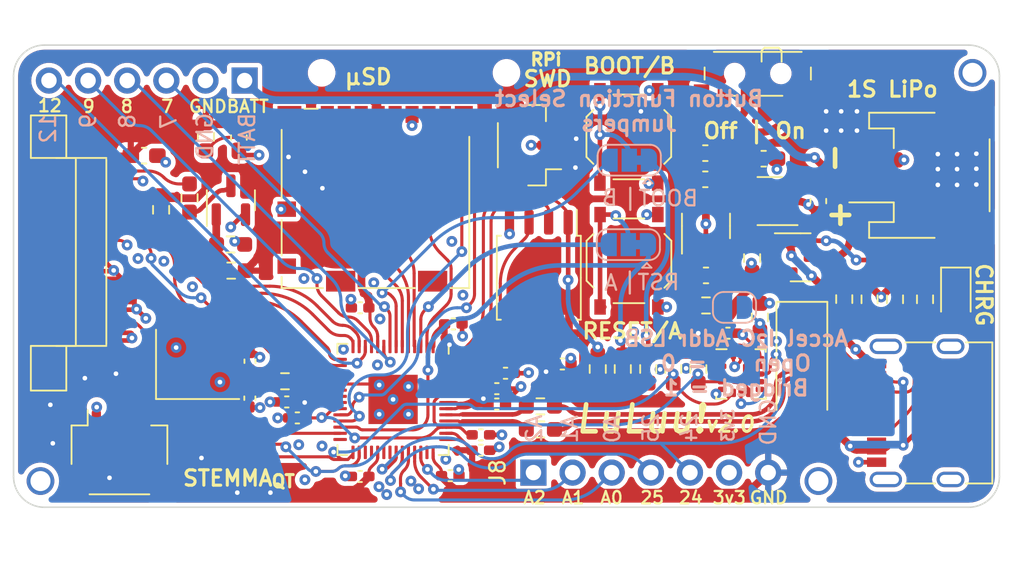
<source format=kicad_pcb>
(kicad_pcb (version 20221018) (generator pcbnew)
  (title_block (title "LuLuu!") (date "2023-11-21") (rev "2.0") (company "Gray Olson") (comment 1 "Made with love by") (comment 2 "A cute and smart arm warmer sleeve ^_^"))
  (layers (0 "F.Cu" signal) (1 "In1.Cu" power) (2 "In2.Cu" power) (31 "B.Cu" signal) (34 "B.Paste" user) (35 "F.Paste" user) (36 "B.SilkS" user "B.Silkscreen") (37 "F.SilkS" user "F.Silkscreen") (38 "B.Mask" user) (39 "F.Mask" user) (44 "Edge.Cuts" user))
  (net 0 "")
  (net 1 "+3V3")
  (net 2 "GND")
  (net 3 "Net-(D1-K)")
  (net 4 "Net-(U3-XIN)")
  (net 5 "Net-(C4-Pad2)")
  (net 6 "+5V")
  (net 7 "+BATT")
  (net 8 "+1V1")
  (net 9 "/SWD_{CLOCK}")
  (net 10 "/SWD")
  (net 11 "/I_{2}C_{DATA}")
  (net 12 "/I_{2}C_{CLOCK}")
  (net 14 "/CARD_~{CS}")
  (net 15 "/CARD_SPI_{MOSI}")
  (net 16 "/CARD_SPI_{CLOCK}")
  (net 17 "/CARD_SPI_{MISO}")
  (net 19 "/USB_D+")
  (net 20 "/USB_D-")
  (net 21 "Net-(J6-CC1)")
  (net 22 "/DISP_~{RESET}")
  (net 23 "/DISP_~{CS_{MAIN}}")
  (net 25 "Net-(J6-CC2)")
  (net 28 "Net-(J7-BACKLIGHT_{K})")
  (net 29 "/DISP_SPI_{CLOCK}")
  (net 30 "/DISP_CS_{DATA{slash}~{CMD}}")
  (net 31 "/DISP_SPI_{MOSI}")
  (net 32 "/DISP_VSYNC")
  (net 34 "/DISP_BACKLIGHT")
  (net 35 "Net-(Q2-D)")
  (net 36 "Net-(U2-EN)")
  (net 37 "Net-(U1-~{CS})")
  (net 38 "Net-(U3-XOUT)")
  (net 39 "/SW_A_RST")
  (net 40 "Net-(U4-PROG)")
  (net 41 "Net-(U1-DO(IO1))")
  (net 42 "Net-(U1-IO2)")
  (net 43 "Net-(U1-DI(IO0))")
  (net 44 "Net-(U1-CLK)")
  (net 45 "Net-(U1-IO3)")
  (net 47 "Net-(JP1-C)")
  (net 48 "/GPIO_D7")
  (net 49 "/GPIO_D8")
  (net 50 "/GPIO_D9")
  (net 55 "/GPIO_D24")
  (net 56 "/GPIO_D25")
  (net 57 "/GPIO_A0")
  (net 58 "/GPIO_A1")
  (net 59 "/GPIO_A2")
  (net 61 "Net-(SW3-A)")
  (net 62 "/USBR_D-")
  (net 63 "/USBR_D+")
  (net 64 "/SW_A_GPIO")
  (net 65 "/SW_B_BOOT")
  (net 67 "Net-(D2-K)")
  (net 68 "Net-(D2-A)")
  (net 69 "Net-(JP2-C)")
  (net 70 "/SW_B_GPIO")
  (net 74 "Net-(JP3-B)")
  (net 75 "/GPIO_D6")
  (footprint "Package_TO_SOT_SMD:SOT-23" (layer "F.Cu") (at 151.09375 88.725)
    (fp_text reference "Q1" hide)
    (fp_text value "AO3401A" hide)
  )
  (footprint "Connector_JST:JST_PH_S2B-PH-SM4-TB_1x02-1MP_P2.00mm_Horizontal" (layer "F.Cu") (at 158.85 83.4 90)
    (fp_text reference "J1" hide)
    (fp_text value "BATT_CON")
  )
  (footprint "Connector_Card:microSD_HC_Molex_104031-0811" (layer "F.Cu") (at 123.475 84.9)
    (fp_text reference "J4" hide)
    (fp_text value "Micro_SD_Card")
  )
  (footprint "Capacitor_SMD:C_0603_1608Metric_Pad1.08x0.95mm_HandSolder" (layer "F.Cu") (at 108.475 82.125)
    (fp_text reference "C20" hide)
    (fp_text value "10uf")
  )
  (footprint "Resistor_SMD:R_0603_1608Metric_Pad0.98x0.95mm_HandSolder" (layer "F.Cu") (at 139.55 95.975 90)
    (fp_text reference "R7" hide)
    (fp_text value "10k")
  )
  (footprint "Capacitor_SMD:C_0402_1005Metric_Pad0.74x0.62mm_HandSolder" (layer "F.Cu") (at 118.425 99.15 180)
    (fp_text reference "C11" hide)
    (fp_text value "100nf" hide)
  )
  (footprint "Resistor_SMD:R_0603_1608Metric_Pad0.98x0.95mm_HandSolder" (layer "F.Cu") (at 141.2 95.975 -90)
    (fp_text reference "R16" hide)
    (fp_text value "1k")
  )
  (footprint "Resistor_SMD:R_0603_1608Metric_Pad0.98x0.95mm_HandSolder" (layer "F.Cu") (at 142.825 95.975 -90)
    (fp_text reference "R18" hide)
    (fp_text value "5.1k")
  )
  (footprint "luluu:SW_SPDT_PCM12" (layer "F.Cu") (at 148.31 77.12 180)
    (fp_text reference "SW3" hide)
    (fp_text value "SW_POWER")
  )
  (footprint "Resistor_SMD:R_0603_1608Metric_Pad0.98x0.95mm_HandSolder" (layer "F.Cu") (at 109.58 85.64 90)
    (fp_text reference "R14" hide)
    (fp_text value "10k")
  )
  (footprint "Capacitor_SMD:C_0402_1005Metric_Pad0.74x0.62mm_HandSolder" (layer "F.Cu") (at 131.37 98.25)
    (fp_text reference "C13" hide)
    (fp_text value "100nf" hide)
  )
  (footprint "Capacitor_SMD:C_0402_1005Metric_Pad0.74x0.62mm_HandSolder" (layer "F.Cu") (at 117.7375 98.1125 180)
    (fp_text reference "C15" hide)
    (fp_text value "100nf" hide)
  )
  (footprint "Package_LGA:LGA-16_3x3mm_P0.5mm_LayoutBorder3x5y" (layer "F.Cu") (at 147.225 96.3)
    (fp_text reference "U5" hide)
    (fp_text value "LIS3DH")
  )
  (footprint "Package_TO_SOT_SMD:SOT-23" (layer "F.Cu") (at 114.11 85.02 90)
    (fp_text reference "Q2" hide)
    (fp_text value "BSS138")
  )
  (footprint "luluu:MountingHole_1.3mm_M1.2_Pad" (layer "F.Cu") (at 152.25 103.25)
    (fp_text reference "H3" hide)
    (fp_text value "MH")
  )
  (footprint "luluu:MountingHole_1.3mm_M1.2" (layer "F.Cu") (at 132 76.75)
    (fp_text reference "H4" hide)
    (fp_text value "MH")
  )
  (footprint "Capacitor_SMD:C_0402_1005Metric_Pad0.74x0.62mm_HandSolder" (layer "F.Cu") (at 131.372464 97.25)
    (fp_text reference "C14" hide)
    (fp_text value "100nf" hide)
  )
  (footprint "luluu:FPC_24_JUSHUO_AFC04-S24XCA-00" (layer "F.Cu") (at 105.425 88.375 -90)
    (fp_text reference "J7" hide)
    (fp_text value "DISP_LCD_ST7789")
  )
  (footprint "Resistor_SMD:R_0603_1608Metric_Pad0.98x0.95mm_HandSolder" (layer "F.Cu") (at 148.45 92.625 -90)
    (fp_text reference "R20" hide)
    (fp_text value "10k")
  )
  (footprint "Capacitor_SMD:C_0603_1608Metric_Pad1.08x0.95mm_HandSolder" (layer "F.Cu") (at 144.95 89.9)
    (fp_text reference "C2" hide)
    (fp_text value "10uf")
  )
  (footprint "Capacitor_SMD:C_0402_1005Metric_Pad0.74x0.62mm_HandSolder" (layer "F.Cu") (at 122.5 102.95 180)
    (fp_text reference "C17" hide)
    (fp_text value "100nf" hide)
  )
  (footprint "Package_SO:SOIC-8_5.23x5.23mm_P1.27mm" (layer "F.Cu") (at 134.1 90.05 -90)
    (fp_text reference "U1" hide)
    (fp_text value "W25Q128JVSS")
  )
  (footprint "Resistor_SMD:R_0603_1608Metric_Pad0.98x0.95mm_HandSolder" (layer "F.Cu") (at 111.425 84.875 90)
    (fp_text reference "R12" hide)
    (fp_text value "10")
  )
  (footprint "Resistor_SMD:R_0603_1608Metric_Pad0.98x0.95mm_HandSolder" (layer "F.Cu") (at 114.13 89.59)
    (fp_text reference "R13" hide)
    (fp_text value "10k")
  )
  (footprint "Capacitor_SMD:C_0603_1608Metric_Pad1.08x0.95mm_HandSolder" (layer "F.Cu") (at 114.63 80.95 -90)
    (fp_text reference "C22" hide)
    (fp_text value "10uf" hide)
  )
  (footprint "Resistor_SMD:R_0603_1608Metric_Pad0.98x0.95mm_HandSolder" (layer "F.Cu") (at 117.62 96.77)
    (fp_text reference "R4" hide)
    (fp_text value "1k" hide)
  )
  (footprint "Capacitor_SMD:C_0402_1005Metric_Pad0.74x0.62mm_HandSolder" (layer "F.Cu") (at 115.34 97.87 90)
    (fp_text reference "C4" hide)
    (fp_text value "30pf" hide)
  )
  (footprint "Resistor_SMD:R_0603_1608Metric_Pad0.98x0.95mm_HandSolder" (layer "F.Cu") (at 137.925 95.975 90)
    (fp_text reference "R3" hide)
    (fp_text value "10k" hide)
  )
  (footprint "Resistor_SMD:R_0603_1608Metric_Pad0.98x0.95mm_HandSolder" (layer "F.Cu") (at 144.45 95.975 -90)
    (fp_text reference "R19" hide)
    (fp_text value "5.1k")
  )
  (footprint "Capacitor_SMD:C_0603_1608Metric_Pad1.08x0.95mm_HandSolder" (layer "F.Cu") (at 152.24375 85.075 -90)
    (fp_text reference "C8" hide)
    (fp_text value "10uf" hide)
  )
  (footprint "Capacitor_SMD:C_0402_1005Metric_Pad0.74x0.62mm_HandSolder" (layer "F.Cu") (at 130.3375 101.25)
    (fp_text reference "C12" hide)
    (fp_text value "1uf" hide)
  )
  (footprint "Capacitor_SMD:C_0402_1005Metric_Pad0.74x0.62mm_HandSolder" (layer "F.Cu") (at 135.625 95.65)
    (fp_text reference "C1" hide)
    (fp_text value "100nf" hide)
  )
  (footprint "LED_SMD:LED_0805_2012Metric_Pad1.15x1.40mm_HandSolder" (layer "F.Cu") (at 161.16875 91.25 -90)
    (fp_text reference "D2" hide)
    (fp_text value "CHRG")
  )
  (footprint "Resistor_SMD:R_0603_1608Metric_Pad0.98x0.95mm_HandSolder" (layer "F.Cu") (at 157.21875 91.45 90)
    (fp_text reference "R10" hide)
    (fp_text value "5.1k" hide)
  )
  (footprint "Diode_SMD:D_SMA_Handsoldering" (layer "F.Cu") (at 151.175 96.125 -90)
    (fp_text reference "D1" hide)
    (fp_text value "SS34" hide)
  )
  (footprint "Capacitor_SMD:C_0603_1608Metric_Pad1.08x0.95mm_HandSolder" (layer "F.Cu") (at 144.90625 81.9625)
    (fp_text reference "C5" hide)
    (fp_text value "10uf")
  )
  (footprint "Resistor_SMD:R_0603_1608Metric_Pad0.98x0.95mm_HandSolder" (layer "F.Cu") (at 153.925 91.4375 90)
    (fp_text reference "R1" hide)
    (fp_text value "10k")
  )
  (footprint "Resistor_SMD:R_0603_1608Metric_Pad0.98x0.95mm_HandSolder" (layer "F.Cu") (at 155.56875 91.45 90)
    (fp_text reference "R11" hide)
    (fp_text value "5.1k" hide)
  )
  (footprint "Capacitor_SMD:C_0402_1005Metric_Pad0.74x0.62mm_HandSolder" (layer "F.Cu") (at 122.5 92 180)
    (fp_text reference "C16" hide)
    (fp_text value "100nf" hide)
  )
  (footprint "Resistor_SMD:R_0603_1608Metric_Pad0.98x0.95mm_HandSolder" (layer "F.Cu") (at 134.2 98.4 180)
    (fp_text reference "R6" hide)
    (fp_text value "27" hide)
  )
  (footprint "Package_TO_SOT_SMD:SOT-23-5" (layer "F.Cu") (at 149.09375 85.075 180)
    (fp_text reference "U4" hide)
    (fp_text value "TP4054-42" hide)
  )
  (footprint "Resistor_SMD:R_0603_1608Metric_Pad0.98x0.95mm_HandSolder" (layer "F.Cu") (at 114.09 87.89 180)
    (fp_text reference "R9" hide)
    (fp_text value "10k")
  )
  (footprint "Resistor_SMD:R_0603_1608Metric_Pad0.98x0.95mm_HandSolder" (layer "F.Cu") (at 134.2 99.9 180)
    (fp_text reference "R5" hide)
    (fp_text value "27" hide)
  )
  (footprint "luluu:MountingHole_1.3mm_M1.2_Pad" (layer "F.Cu") (at 101.75 103.25)
    (fp_text reference "H1" hide)
    (fp_text value "MH")
  )
  (footprint "Resistor_SMD:R_0603_1608Metric_Pad0.98x0.95mm_HandSolder" (layer "F.Cu") (at 112.49 80.9 90)
    (fp_text reference "R15" hide)
    (fp_text value "10k")
  )
  (footprint "Button_Switch_SMD:SW_Push_1P1T_XKB_TS-1187A" (layer "F.Cu") (at 139.95 88.95 -90)
    (fp_text reference "SW2" hide)
    (fp_text value "SW_A" hide)
  )
  (footprint "Package_DFN_QFN:QFN-56-1EP_7x7mm_P0.4mm_EP3.2x3.2mm" (layer "F.Cu") (at 124.6375 97.95 -90)
    (fp_text reference "U3" hide)
    (fp_text value "RP2040" hide)
  )
  (footprint "Crystal:Crystal_SMD_3225-4Pin_3.2x2.5mm_HandSoldering" (layer "F.Cu") (at 111.95 95.675)
    (fp_text reference "Y1" hide)
    (fp_text value "X322512MSB4SI" hide)
  )
  (footprint "Button_Switch_SMD:SW_Push_1P1T_XKB_TS-1187A" (layer "F.Cu") (at 139.94 80.91 90)
    (fp_text reference "SW1" hide)
    (fp_text value "SW_B" hide)
  )
  (footprint "Resistor_SMD:R_0603_1608Metric_Pad0.98x0.95mm_HandSolder" (layer "F.Cu") (at 144.95 91.85 180)
    (fp_text reference "R2" hide)
    (fp_text value "10k")
  )
  (footprint "Resistor_SMD:R_0603_1608Metric_Pad0.98x0.95mm_HandSolder" (layer "F.Cu") (at 159.16875 91.45 90)
    (fp_text reference "R17" hide)
    (fp_text value "10k")
  )
  (footprint "Resistor_SMD:R_0603_1608Metric_Pad0.98x0.95mm_HandSolder" (layer "F.Cu") (at 147.94375 88.775 -90)
    (fp_text reference "R8" hide)
    (fp_text value "5.1k" hide)
  )
  (footprint "Capacitor_SMD:C_0402_1005Metric_Pad0.74x0.62mm_HandSolder" (layer "F.Cu") (at 146.375 93.65)
    (fp_text reference "C23" hide)
    (fp_text value "100nf")
  )
  (footprint "luluu:PinHeader_1x06_P2.54mm_Vertical" (layer "F.Cu") (at 115 77.25 -90)
    (fp_text reference "J5" hide)
    (fp_text value "GPIO0")
  )
  (footprint "Capacitor_SMD:C_0402_1005Metric_Pad0.74x0.62mm_HandSolder" (layer "F.Cu") (at 130.3375 100.25)
    (fp_text reference "C9" hide)
    (fp_text value "1uf" hide)
  )
  (footprint "luluu:MountingHole_1.3mm_M1.2_Pad" (layer "F.Cu") (at 162.25 76.75)
    (fp_text reference "H2" hide)
    (fp_text value "MH")
  )
  (footprint "Capacitor_SMD:C_0402_1005Metric_Pad0.74x0.62mm_HandSolder" (layer "F.Cu") (at 128.35 102.9)
    (fp_text reference "C19" hide)
    (fp_text value "100nf" hide)
  )
  (footprint "Capacitor_SMD:C_0402_1005Metric_Pad0.74x0.62mm_HandSolder" (layer "F.Cu") (at 131.9375 96.25)
    (fp_text reference "C10" hide)
    (fp_text value "100nf" hide)
  )
  (footprint "Connector_USB:USB_C_Receptacle_G-Switch_GT-USB-7010ASV" (layer "F.Cu") (at 159.75 98.825 90)
    (fp_text reference "J6" hide)
    (fp_text value "USB_C_Receptacle_USB2.0")
  )
  (footprint "luluu:PinHeader_1x07_P2.54mm_Vertical" (layer "F.Cu") (at 133.75 102.7 90)
    (fp_text reference "J8")
    (fp_text value "GPIO1")
  )
  (footprint "Capacitor_SMD:C_0402_1005Metric_Pad0.74x0.62mm_HandSolder" (layer "F.Cu") (at 128.55 93.05)
    (fp_text reference "C18" hide)
    (fp_text value "100nf" hide)
  )
  (footprint "luluu:MountingHole_1.3mm_M1.2" (layer "F.Cu") (at 120 76.75)
    (fp_text reference "H5" hide)
    (fp_text value "MH")
  )
  (footprint "Capacitor_SMD:C_0402_1005Metric_Pad0.74x0.62mm_HandSolder" (layer "F.Cu") (at 115.35 95.47 -90)
    (fp_text reference "C3" hide)
    (fp_text value "30pf" hide)
  )
  (footprint "Capacitor_SMD:C_0603_1608Metric_Pad1.08x0.95mm_HandSolder" (layer "F.Cu") (at 148.69375 82.325)
    (fp_text reference "C7" hide)
    (fp_text value "10uf" hide)
  )
  (footprint "Connector_JST:JST_SH_SM04B-SRSS-TB_1x04-1MP_P1.00mm_Horizontal" (layer "F.Cu") (at 106.875 101.425)
    (fp_text reference "J3" hide)
    (fp_text value "STEMMA_{QT} I_{2}C")
  )
  (footprint "Connector_JST:JST_SH_BM03B-SRSS-TB_1x03-1MP_P1.00mm_Vertical" (layer "F.Cu") (at 133.45 81.45 90)
    (fp_text reference "J2" hide)
    (fp_text value "RPi SWD")
  )
  (footprint "Capacitor_SMD:C_0603_1608Metric_Pad1.08x0.95mm_HandSolder" (layer "F.Cu") (at 144.90625 83.6625)
    (fp_text reference "C6" hide)
    (fp_text value "10uf")
  )
  (footprint "Package_TO_SOT_SMD:SOT-23-5" (layer "F.Cu") (at 144.95 86.6875 90)
    (fp_text reference "U2" hide)
    (fp_text value "RT9080-33GJ5")
  )
  (footprint "Jumper:SolderJumper-3_P1.3mm_Bridged12_RoundedPad1.0x1.5mm" (layer "B.Cu") (at 139.91 87.9 180)
    (fp_text reference "JP1" hide)
    (fp_text value "SW_A_JMPER")
  )
  (footprint "Jumper:SolderJumper-3_P1.3mm_Bridged12_RoundedPad1.0x1.5mm" (layer "B.Cu") (at 139.97 82.42 180)
    (fp_text reference "JP2" hide)
    (fp_text value "SW_B_JMPER")
  )
  (footprint "Jumper:SolderJumper-2_P1.3mm_Open_RoundedPad1.0x1.5mm" (layer "B.Cu") (at 146.8 91.975)
    (fp_text reference "JP3" hide)
    (fp_text value "Accel Addr LSB")
  )
  (gr_line (start 164 76.95) (end 164 102.95) (stroke (width 0.1)) (layer "Edge.Cuts"))
  (gr_arc (start 164 102.95) (mid 163.414214 104.364214) (end 162 104.95) (stroke (width 0.1)) (layer "Edge.Cuts"))
  (gr_line (start 162 104.95) (end 102 104.95) (stroke (width 0.1)) (layer "Edge.Cuts"))
  (gr_arc (start 102 104.95) (mid 100.585786 104.364214) (end 100 102.95) (stroke (width 0.1)) (layer "Edge.Cuts"))
  (gr_arc (start 162 74.95) (mid 163.414214 75.535786) (end 164 76.95) (stroke (width 0.1)) (layer "Edge.Cuts"))
  (gr_arc (start 100 76.95) (mid 100.585786 75.535786) (end 102 74.95) (stroke (width 0.1)) (layer "Edge.Cuts"))
  (gr_line (start 100 102.95) (end 100 76.95) (stroke (width 0.1)) (layer "Edge.Cuts"))
  (gr_line (start 102 74.95) (end 162 74.95) (stroke (width 0.1)) (layer "Edge.Cuts"))
  (gr_text "Accel I_{2}C Addr LSB\nOpen    = 0\nBridged = 1" (at 146.9 97.8) (layer "B.SilkS") (effects (font (size 1 1) (thickness 0.2) bold) (justify bottom mirror)))
  (gr_text "BATT" (at 115.75 79.25 90) (layer "B.SilkS") (effects (font (size 1 1)) (justify left bottom mirror)))
  (gr_text "GND" (at 113 79.25 90) (layer "B.SilkS") (effects (font (size 1 1)) (justify left bottom mirror)))
  (gr_text "3v3" (at 146.85 98.475 90) (layer "B.SilkS") (effects (font (size 0.8 0.8)) (justify left bottom mirror)))
  (gr_text "B" (at 139.3 85.44) (layer "B.SilkS") (effects (font (size 1 1)) (justify left bottom mirror)))
  (gr_text "12" (at 102.825 79.325 90) (layer "B.SilkS") (effects (font (size 1 1)) (justify left bottom mirror)))
  (gr_text "A" (at 139.31 90.96) (layer "B.SilkS") (effects (font (size 1 1)) (justify left bottom mirror)))
  (gr_text "|" (at 140.61 85.44) (layer "B.SilkS") (effects (font (size 1 1)) (justify left bottom mirror)))
  (gr_text "9" (at 105.425 79.3 90) (layer "B.SilkS") (effects (font (size 1 1)) (justify left bottom mirror)))
  (gr_text "24" (at 144.45 98.725 90) (layer "B.SilkS") (effects (font (size 1 1)) (justify left bottom mirror)))
  (gr_text "25" (at 141.95 98.75 90) (layer "B.SilkS") (effects (font (size 1 1)) (justify left bottom mirror)))
  (gr_text "7" (at 110.65 79.35 90) (layer "B.SilkS") (effects (font (size 1 1)) (justify left bottom mirror)))
  (gr_text "GND" (at 149.575 97.8 90) (layer "B.SilkS") (effects (font (size 1 1)) (justify left bottom mirror)))
  (gr_text "|" (at 140.58 90.87) (layer "B.SilkS") (effects (font (size 1 1)) (justify left bottom mirror)))
  (gr_text "RST" (at 143.32 90.93) (layer "B.SilkS") (effects (font (size 1 1)) (justify left bottom mirror)))
  (gr_text "A0" (at 139.45 98.875 90) (layer "B.SilkS") (effects (font (size 1 1)) (justify left bottom mirror)))
  (gr_text "A1" (at 136.7 98.875 90) (layer "B.SilkS") (effects (font (size 1 1)) (justify left bottom mirror)))
  (gr_text "BOOT" (at 144.53 85.48) (layer "B.SilkS") (effects (font (size 1 1)) (justify left bottom mirror)))
  (gr_text "A2" (at 134.375 98.85 90) (layer "B.SilkS") (effects (font (size 1 1)) (justify left bottom mirror)))
  (gr_text "8" (at 107.975 79.325 90) (layer "B.SilkS") (effects (font (size 1 1)) (justify left bottom mirror)))
  (gr_text "Button Function Select\nJumpers" (at 139.95 80.625) (layer "B.SilkS") (effects (font (size 1 1) (thickness 0.2) bold) (justify bottom mirror)))
  (gr_text "A0" (at 138 104.8) (layer "F.SilkS") (effects (font (size 0.8 0.8)) (justify left bottom)))
  (gr_text "A1" (at 135.5 104.8) (layer "F.SilkS") (effects (font (size 0.8 0.8)) (justify left bottom)))
  (gr_text "A2" (at 133 104.8) (layer "F.SilkS") (effects (font (size 0.8 0.8)) (justify left bottom)))
  (gr_text "1S LiPo" (at 153.99 78.4) (layer "F.SilkS") (effects (font (size 1 1) (thickness 0.2) bold) (justify left bottom)))
  (gr_text "µSD" (at 121.4 77.6) (layer "F.SilkS") (effects (font (size 1 1) (thickness 0.2) bold) (justify left bottom)))
  (gr_text "+" (at 152.55 86.75) (layer "F.SilkS") (effects (font (size 1.5 1.5) (thickness 0.3) bold) (justify left bottom)))
  (gr_text "7" (at 109.5 79.4) (layer "F.SilkS") (effects (font (size 0.8 0.8)) (justify left bottom)))
  (gr_text "9" (at 104.4 79.4) (layer "F.SilkS") (effects (font (size 0.8 0.8)) (justify left bottom)))
  (gr_text "LuLuu!" (at 136.35 100.25) (layer "F.SilkS") (effects (font (size 1.75 1.75) (thickness 0.3) bold italic) (justify left bottom)))
  (gr_text "SWD" (at 134.675 77.725) (layer "F.SilkS") (effects (font (size 1 1) (thickness 0.2) bold) (justify bottom)))
  (gr_text "-" (at 154.1 83.4 90) (layer "F.SilkS") (effects (font (size 1.5 1.5) (thickness 0.3) bold) (justify left bottom)))
  (gr_text "RESET/A" (at 140.16 94.1) (layer "F.SilkS") (effects (font (size 1 1) (thickness 0.2) bold) (justify bottom)))
  (gr_text "BOOT/B" (at 139.99 76.89) (layer "F.SilkS") (effects (font (size 1 1) (thickness 0.2) bold) (justify bottom)))
  (gr_text "24" (at 143.1 104.8) (layer "F.SilkS") (effects (font (size 0.8 0.8)) (justify left bottom)))
  (gr_text "v2.0" (at 144.8 100.15) (layer "F.SilkS") (effects (font (size 1 1) (thickness 0.2) bold italic) (justify left bottom)))
  (gr_text "3v3" (at 145.3 104.8) (layer "F.SilkS") (effects (font (size 0.8 0.8)) (justify left bottom)))
  (gr_text "CHRG" (at 162.4 89 -90) (layer "F.SilkS") (effects (font (size 1 1) (thickness 0.2) bold) (justify left bottom)))
  (gr_text "25" (at 140.6 104.8) (layer "F.SilkS") (effects (font (size 0.8 0.8)) (justify left bottom)))
  (gr_text "GND" (at 111.3 79.4) (layer "F.SilkS") (effects (font (size 0.8 0.8)) (justify left bottom)))
  (gr_text "BATT" (at 113.75 79.4) (layer "F.SilkS") (effects (font (size 0.8 0.8)) (justify left bottom)))
  (gr_text "12" (at 101.5 79.35) (layer "F.SilkS") (effects (font (size 0.8 0.8)) (justify left bottom)))
  (gr_text "Off | On" (at 144.67 81.1) (layer "F.SilkS") (effects (font (size 1 1) (thickness 0.2) bold) (justify left bottom)))
  (gr_text "8" (at 106.875 79.4) (layer "F.SilkS") (effects (font (size 0.8 0.8)) (justify left bottom)))
  (gr_text "STEMMA_{QT}" (at 114.625 103.65) (layer "F.SilkS") (effects (font (size 1 1) (thickness 0.2) bold) (justify bottom)))
  (gr_text "GND" (at 147.7 104.8) (layer "F.SilkS") (effects (font (size 0.8 0.8)) (justify left bottom)))
  (gr_text "_{RPi}" (at 134.575 76.275) (layer "F.SilkS") (effects (font (size 1 1) (thickness 0.2) bold) (justify bottom)))
  (segment (start 127.634891 102.334891) (end 127.431954 102.131954) (width 0.2) (layer "F.Cu") (net 1))
  (segment (start 130.5 97.9) (end 130.255 97.9) (width 0.5) (layer "F.Cu") (net 1))
  (segment (start 129.77 101.25) (end 128.833307 100.313307) (width 0.2) (layer "F.Cu") (net 1))
  (segment (start 130.5 97.9) (end 130.5 97.727482) (width 0.5) (layer "F.Cu") (net 1))
  (segment (start 142.925 89.325) (end 138.92045 93.329549) (width 0.5) (layer "F.Cu") (net 1))
  (segment (start 107.6375 84.625) (end 105.025 84.625) (width 0.2) (layer "F.Cu") (net 1))
  (segment (start 137.593629 93.75) (end 137.643629 93.7) (width 0.5) (layer "F.Cu") (net 1))
  (segment (start 129.562158 104) (end 146.770761 104) (width 0.5) (layer "F.Cu") (net 1))
  (segment (start 128.658578 98.55) (end 128.075 98.55) (width 0.2) (layer "F.Cu") (net 1))
  (segment (start 146.311147 94.153647) (end 145.8075 93.65) (width 0.2) (layer "F.Cu") (net 1))
  (segment (start 130.621988 97.432975) (end 130.804964 97.25) (width 0.5) (layer "F.Cu") (net 1))
  (segment (start 107.6375 84.625) (end 107.7875 84.775) (width 0.2) (layer "F.Cu") (net 1))
  (segment (start 128.9 98.25) (end 129 98.35) (width 0.2) (layer "F.Cu") (net 1))
  (segment (start 108.51875 81.21875) (end 107.6125 82.125) (width 0.5) (layer "F.Cu") (net 1))
  (segment (start 144.909436 79.705) (end 146.749124 79.705) (width 0.5) (layer "F.Cu") (net 1))
  (segment (start 106.758946 82.625) (end 105.025 82.625) (width 0.3) (layer "F.Cu") (net 1))
  (segment (start 123.25 78.5) (end 123.425 78.325) (width 0.5) (layer "F.Cu") (net 1))
  (segment (start 127.7825 102.87125) (end 127.7825 102.92875) (width 0.2) (layer "F.Cu") (net 1))
  (segment (start 107.3625 82.375) (end 107.6125 82.125) (width 0.3) (layer "F.Cu") (net 1))
  (segment (start 122.185 89.2) (end 120.975304 89.2) (width 0.5) (layer "F.Cu") (net 1))
  (segment (start 123.213947 102.34282) (end 123.491054 102.065713) (width 0.2) (layer "F.Cu") (net 1))
  (segment (start 108.085012 84.887147) (end 111.889415 84.887147) (width 0.5) (layer "F.Cu") (net 1))
  (segment (start 111.873432 80.604067) (end 112.49 79.9875) (width 0.5) (layer "F.Cu") (net 1))
  (segment (start 115.54625 89.08625) (end 115.0425 89.59) (width 0.5) (layer "F.Cu") (net 1))
  (segment (start 123.25 78.5) (end 123.1 78.35) (width 0.5) (layer "F.Cu") (net 1))
  (segment (start 147.5375 94.6125) (end 147.627772 94.702772) (width 0.2) (layer "F.Cu") (net 1))
  (segment (start 130.516793 97.964293) (end 130.8025 98.25) (width 0.5) (layer "F.Cu") (net 1))
  (segment (start 137.593629 93.75) (end 137.543629 93.7) (width 0.5) (layer "F.Cu") (net 1))
  (segment (start 141.049987 91.393451) (end 141.050014 92.473748) (width 0.5) (layer "F.Cu") (net 1))
  (segment (start 123.0675 91.950148) (end 123.0675 91.67) (width 0.5) (layer "F.Cu") (net 1))
  (segment (start 147.725 97.525) (end 147.725 97.272702) (width 0.2) (layer "F.Cu") (net 1))
  (segment (start 147.084834 94.425) (end 146.96625 94.425) (width 0.2) (layer "F.Cu") (net 1))
  (segment (start 142.587477 94.153163) (end 141.150395 92.716081) (width 0.5) (layer "F.Cu") (net 1))
  (segment (start 144.45 95.0625) (end 144.45 93.65) (width 0.2) (layer "F.Cu") (net 1))
  (segment (start 111.889415 84.887147) (end 113 83.776562) (width 0.5) (layer "F.Cu") (net 1))
  (segment (start 143.634999 80.414999) (end 144.145441 79.904558) (width 0.5) (layer "F.Cu") (net 1))
  (segment (start 118.32375 98.13125) (end 118.305 98.1125) (width 0.2) (layer "F.Cu") (net 1))
  (segment (start 134.680463 96.2625) (end 134.567963 96.15) (width 0.5) (layer "F.Cu") (net 1))
  (segment (start 135.886448 94.103866) (end 135.311063 94.679251) (width 0.5) (layer "F.Cu") (net 1))
  (segment (start 112.9625 82.9875) (end 113 83.025) (width 0.5) (layer "F.Cu") (net 1))
  (segment (start 127.2375 101.6625) (end 127.2375 101.3875) (width 0.2) (layer "F.Cu") (net 1))
  (segment (start 123.25 78.5) (end 123.482616 78.732616) (width 0.5) (layer "F.Cu") (net 1))
  (segment (start 123.6375 101.71216) (end 123.6375 101.3875) (width 0.2) (layer "F.Cu") (net 1))
  (segment (start 113 83.776562) (end 113 83.025) (width 0.5) (layer "F.Cu") (net 1))
  (segment (start 116.05 86.8) (end 116.525 87.275) (width 0.5) (layer "F.Cu") (net 1))
  (segment (start 112.3275 80.15) (end 112.49 79.9875) (width 0.5) (layer "F.Cu") (net 1))
  (segment (start 137.764339 93.65) (end 138.146814 93.65) (width 0.5) (layer "F.Cu") (net 1))
  (segment (start 123.0675 102.95) (end 123.0675 102.696374) (width 0.2) (layer "F.Cu") (net 1))
  (segment (start 107.7875 84.775) (end 107.7875 84.573115) (width 0.2) (layer "F.Cu") (net 1))
  (segment (start 147.45 96.997702) (end 147.45 95.74) (width 0.2) (layer "F.Cu") (net 1))
  (segment (start 122.551194 103.483694) (end 123.061351 102.973538) (width 0.5) (layer "F.Cu") (net 1))
  (segment (start 127.802829 102.977829) (end 128.30375 103.47875) (width 0.5) (layer "F.Cu") (net 1))
  (segment (start 128.3 94.4) (end 128.14125 94.24125) (width 0.3) (layer "F.Cu") (net 1))
  (segment (start 136.972492 95.747398) (end 136.972492 95.995182) (width 0.5) (layer "F.Cu") (net 1))
  (segment (start 142.925 89.325) (end 141.186761 91.063237) (width 0.5) (layer "F.Cu") (net 1))
  (segment (start 122.585 90.51632) (end 122.585 89.599999) (width 0.5) (layer "F.Cu") (net 1))
  (segment (start 116.05 86.8) (end 116.05 87.870089) (width 0.5) (layer "F.Cu") (net 1))
  (segment (start 142.825 95.0625) (end 144.45 95.0625) (width 0.5) (layer "F.Cu") (net 1))
  (segment (start 121.304724 104) (end 116.675 104) (width 0.5) (layer "F.Cu") (net 1))
  (segment (start 114.487997 82.945) (end 113.136568 82.945) (width 0.5) (layer "F.Cu") (net 1))
  (segment (start 123.138 92.65042) (end 123.138 92.120351) (width 0.2) (layer "F.Cu") (net 1))
  (segment (start 129.77 101.25) (end 129.258444 100.738444) (width 0.2) (layer "F.Cu") (net 1))
  (segment (start 107.810754 84.797052) (end 107.912608 84.85585) (width 0.5) (layer "F.Cu") (net 1))
  (segment (start 107.339384 84.125) (end 105.025 84.125) (width 0.2) (layer "F.Cu") (net 1))
  (segment (start 145.90375 93.74625) (end 145.8075 93.65) (width 0.2) (layer "F.Cu") (net 1))
  (segment (start 112.871966 82.95) (end 112.461335 82.95) (width 0.5) (layer "F.Cu") (net 1))
  (segment (start 129 98.35) (end 129.28 98.35) (width 0.5) (layer "F.Cu") (net 1))
  (segment (start 127.7825 102.87125) (end 127.7825 102.69125) (width 0.2) (layer "F.Cu") (net 1))
  (segment (start 112.66071 80.0875) (end 114.63 80.0875) (width 0.5) (layer "F.Cu") (net 1))
  (segment (start 147.725 97.272702) (end 147.45 96.997702) (width 0.2) (layer "F.Cu") (net 1))
  (segment (start 134.952062 96.375) (end 136.592674 96.375) (width 0.5) (layer "F.Cu") (net 1))
  (segment (start 136.972492 95.747398) (end 136.972492 94.810347) (width 0.5) (layer "F.Cu") (net 1))
  (segment (start 135.0538 95.664162) (end 134.567963 96.15) (width 0.5) (layer "F.Cu") (net 1))
  (segment (start 116.05 86.8) (end 116.05 84.507002) (width 0.5) (layer "F.Cu") (net 1))
  (segment (start 144.909436 79.705) (end 144.627218 79.705) (width 0.5) (layer "F.Cu") (net 1))
  (segment (start 142.825 94.726593) (end 142.825 95.0625) (width 0.5) (layer "F.Cu") (net 1))
  (segment (start 108.026209 84.886284) (end 108.085012 84.887147) (width 0.5) (layer "F.Cu") (net 1))
  (segment (start 128.8035 100.55) (end 128.075 100.55) (width 0.2) (layer "F.Cu") (net 1))
  (segment (start 130.5 97.9) (end 130.5 97.92375) (width 0.5) (layer "F.Cu") (net 1))
  (segment (start 127.9825 93.857993) (end 127.9825 93.05) (width 0.3) (layer "F.Cu") (net 1))
  (segment (start 144.469445 94.988054) (end 145.8075 93.65) (width 0.5) (layer "F.Cu") (net 1))
  (segment (start 122.82625 91.09875) (end 122.834154 91.106654) (width 0.5) (layer "F.Cu") (net 1))
  (segment (start 147.56 78.894124) (end 147.56 78.55) (width 0.5) (layer "F.Cu") (net 1))
  (segment (start 128.658578 98.15) (end 128.075 98.15) (width 0.2) (layer "F.Cu") (net 1))
  (segment (start 127.2375 94.15375) (end 127.2375 94.5125) (width 0.3) (layer "F.Cu") (net 1))
  (segment (start 136.972492 95.747398) (end 137.858675 96.633581) (width 0.5) (layer "F.Cu") (net 1))
  (segment (start 123.6375 93.856319) (end 123.6375 94.5125) (width 0.2) (layer "F.Cu") (net 1))
  (segment (start 123.67 79.185) (end 123.67 79.45) (width 0.5) (layer "F.Cu") (net 1))
  (segment (start 137.254551 79.705) (end 144.909436 79.705) (width 0.5) (layer "F.Cu") (net 1))
  (segment (start 129.836758 98.07324) (end 129.757989 98.15201) (width 0.5) (layer "F.Cu") (net 1))
  (segment (start 118.369016 98.15) (end 118.9 98.15) (width 0.2) (layer "F.Cu") (net 1))
  (segment (start 107.552772 85.125) (end 105.025 85.125) (width 0.2) (layer "F.Cu") (net 1))
  (segment (start 115.85625 79.14375) (end 114.9125 80.0875) (width 0.5) (layer "F.Cu") (net 1))
  (segment (start 117.75 87.75) (end 117.671751 87.75) (width 0.5) (layer "F.Cu") (net 1))
  (segment (start 127.9825 93.05) (end 127.491174 93.541325) (width 0.3) (layer "F.Cu") (net 1))
  (segment (start 107.7875 84.775) (end 107.7875 84.890272) (width 0.2) (layer "F.Cu") (net 1))
  (segment (start 119.03033 88.28033) (end 119.225 88.475) (width 0.5) (layer "F.Cu") (net 1))
  (segment (start 147.45 95.74) (end 147.725 95.465) (width 0.2) (layer "F.Cu") (net 1))
  (segment (start 142.925 89.325) (end 142.925 82.129091) (width 0.5) (layer "F.Cu") (net 1))
  (segment (start 137.593629 93.75) (end 137.28306 94.060568) (width 0.5) (layer "F.Cu") (net 1))
  (segment (start 122.737867 78.2) (end 118.134664 78.2) (width 0.5) (layer "F.Cu") (net 1))
  (segment (start 128.439048 100.15) (end 128.075 100.15) (width 0.2) (layer "F.Cu") (net 1))
  (segment (start 107.6375 84.625) (end 107.768573 84.756073) (width 0.5) (layer "F.Cu") (net 1))
  (segment (start 144.45 95.0625) (end 144.45 95.035) (width 0.5) (layer "F.Cu") (net 1))
  (segment (start 135.0575 95.644768) (end 135.0575 95.655231) (width 0.5) (layer "F.Cu") (net 1))
  (segment (start 146 93.978618) (end 146 95.3) (width 0.2) (layer "F.Cu") (net 1))
  (segment (start 107.768573 84.756073) (end 107.810754 84.797052) (width 0.5) (layer "F.Cu") (net 1))
  (segment (start 147.725 94.9375) (end 147.725 94.948851) (width 0.2) (layer "F.Cu") (net 1))
  (segment (start 107.912608 84.85585) (end 108.026209 84.886284) (width 0.5) (layer "F.Cu") (net 1))
  (segment (start 137.422918 93.65) (end 136.172657 93.65) (width 0.5) (layer "F.Cu") (net 1))
  (segment (start 123.847487 78.15) (end 133.500448 78.15) (width 0.5) (layer "F.Cu") (net 1))
  (segment (start 118.9 98.15) (end 121.2 98.15) (width 0.2) (layer "F.Cu") (net 1))
  (segment (start 111.42 81.908664) (end 111.42 81.69875) (width 0.5) (layer "F.Cu") (net 1))
  (segment (start 138.018797 96.8875) (end 139.55 96.8875) (width 0.5) (layer "F.Cu") (net 1))
  (segment (start 128.9 98.45) (end 129 98.35) (width 0.2) (layer "F.Cu") (net 1))
  (segment (start 147.725 95.465) (end 147.725 95.075) (width 0.2) (layer "F.Cu") (net 1))
  (segment (start 113 83.025) (end 113.04 82.985) (width 0.5) (layer "F.Cu") (net 1))
  (segment (start 148.34 103.35) (end 148.99 102.7) (width 0.5) (layer "F.Cu") (net 1))
  (segment (start 135.0575 95.644768) (end 135.0575 95.291407) (width 0.5) (layer "F.Cu") (net 1))
  (segment (start 110.706631 80.3125) (end 111.93519 80.3125) (width 0.5) (layer "F.Cu") (net 1))
  (segment (start 112.54 80.0375) (end 112.49 79.9875) (width 0.5) (layer "F.Cu") (net 1))
  (via (at 102.55 100.8) (size 0.7) (drill 0.3) (layers "F.Cu" "B.Cu") (net 1))
  (via (at 120.05 84.24) (size 0.7) (drill 0.3) (layers "F.Cu" "B.Cu") (net 1))
  (via (at 162.5 82) (size 0.7) (drill 0.3) (layers "F.Cu" "B.Cu") (net 1))
  (via (at 128.3 94.4) (size 0.7) (drill 0.3) (layers "F.Cu" "B.Cu") (net 1))
  (via (at 104.63 96.57) (size 0.7) (drill 0.3) (layers "F.Cu" "B.Cu") (net 1))
  (via (at 106.23 103.04) (size 0.7) (drill 0.3) (layers "F.Cu" "B.Cu") (net 1))
  (via (at 161.25 84.025) (size 0.7) (drill 0.3) (layers "F.Cu" "B.Cu") (net 1))
  (via (at 102.39 98.3) (size 0.7) (drill 0.3) (layers "F.Cu" "B.Cu") (net 1))
  (via (at 160 84.025) (size 0.7) (drill 0.3) (layers "F.Cu" "B.Cu") (net 1))
  (via (at 118.9 98.15) (size 0.7) (drill 0.3) (layers "F.Cu" "B.Cu") (net 1))
  (via (at 114.525 104) (size 0.7) (drill 0.3) (layers "F.Cu" "B.Cu") (net 1))
  (via (at 153.725 80.5) (size 0.7) (drill 0.3) (layers "F.Cu" "B.Cu") (net 1))
  (via (at 106.65 96.28) (size 0.7) (drill 0.3) (layers "F.Cu" "B.Cu") (net 1))
  (via (at 136.525 81.025) (size 0.7) (drill 0.3) (layers "F.Cu" "B.Cu") (net 1))
  (via (at 154.75 79.25) (size 0.7) (drill 0.3) (layers "F.Cu" "B.Cu") (net 1))
  (via (at 134.567963 96.15) (size 0.7) (drill 0.3) (layers "F.Cu" "B.Cu") (net 1))
  (via (at 136.475 82.9) (size 0.7) (drill 0.3) (layers "F.Cu" "B.Cu") (net 1))
  (via (at 116.675 104) (size 0.7) (drill 0.3) (layers "F.Cu" "B.Cu") (net 1))
  (via (at 140.725 79.25) (size 0.7) (drill 0.3) (layers "F.Cu" "B.Cu") (net 1))
  (via (at 117.85 82.21) (size 0.7) (drill 0.3) (layers "F.Cu" "B.Cu") (net 1))
  (via (at 160 82.025) (size 0.7) (drill 0.3) (layers "F.Cu" "B.Cu") (net 1))
  (via (at 152.75 79.25) (size 0.7) (drill 0.3) (layers "F.Cu" "B.Cu") (net 1))
  (via (at 162.5 82.975) (size 0.7) (drill 0.3) (layers "F.Cu" "B.Cu") (net 1))
  (via (at 112.2 101.75) (size 0.7) (drill 0.3) (layers "F.Cu" "B.Cu") (net 1))
  (via (at 154.75 80.5) (size 0.7) (drill 0.3) (layers "F.Cu" "B.Cu") (net 1))
  (via (at 118.92 83.17) (size 0.7) (drill 0.3) (layers "F.Cu" "B.Cu") (net 1))
  (via (at 144.45 93.65) (size 0.7) (drill 0.3) (layers "F.Cu" "B.Cu") (net 1))
  (via (at 152.75 80.5) (size 0.7) (drill 0.3) (layers "F.Cu" "B.Cu") (net 1))
  (via (at 162.5 84) (size 0.7) (drill 0.3) (layers "F.Cu" "B.Cu") (net 1))
  (via (at 161.25 83) (size 0.7) (drill 0.3) (layers "F.Cu" "B.Cu") (net 1))
  (via (at 160 83) (size 0.7) (drill 0.3) (layers "F.Cu" "B.Cu") (net 1))
  (via (at 153.725 79.25) (size 0.7) (drill 0.3) (layers "F.Cu" "B.Cu") (net 1))
  (via (at 130.5 97.9) (size 0.7) (drill 0.3) (layers "F.Cu" "B.Cu") (net 1))
  (via (at 161.25 82.025) (size 0.7) (drill 0.3) (layers "F.Cu" "B.Cu") (net 1))
  (arc (start 146.311147 94.153647) (mid 146.611711 94.354477) (end 146.96625 94.425) (width 0.2) (layer "F.Cu") (net 1))
  (arc (start 137.543629 93.7) (mid 137.488246 93.662994) (end 137.422918 93.65) (width 0.5) (layer "F.Cu") (net 1))
  (arc (start 123.10275 92.03525) (mid 123.128838 92.074294) (end 123.138 92.120351) (width 0.2) (layer "F.Cu") (net 1))
  (arc (start 123.1 78.35) (mid 122.933852 78.238983) (end 122.737867 78.2) (width 0.5) (layer "F.Cu") (net 1))
  (arc (start 119.03033 88.28033) (mid 118.442909 87.887828) (end 117.75 87.75) (width 0.5) (layer "F.Cu") (net 1))
  (arc (start 115.5925 83.4025) (mid 115.085749 83.0639) (end 114.487997 82.945) (width 0.5) (layer "F.Cu") (net 1))
  (arc (start 107.3625 82.375) (mid 107.085587 82.560027) (end 106.758946 82.625) (width 0.3) (layer "F.Cu") (net 1))
  (arc (start 136.005 93.817657) (mid 135.974189 93.972552) (end 135.886448 94.103866) (width 0.5) (layer "F.Cu") (net 1))
  (arc (start 137.858675 96.633581) (mid 137.907762 96.707045) (end 137.925 96.793703) (width 0.5) (layer "F.Cu") (net 1))
  (arc (start 137.764339 93.65) (mid 137.699011 93.662994) (end 137.643629 93.7) (width 0.5) (layer "F.Cu") (net 1))
  (arc (start 136.972492 95.995182) (mid 136.94358 96.140532) (end 136.861246 96.263754) (width 0.5) (layer "F.Cu") (net 1))
  (arc (start 147.56 78.894124) (mid 147.498275 79.204432) (end 147.3225 79.4675) (width 0.5) (layer "F.Cu") (net 1))
  (arc (start 147.5375 94.6125) (mid 147.329815 94.473729) (end 147.084834 94.425) (width 0.2) (layer "F.Cu") (net 1))
  (arc (start 115.5925 83.4025) (mid 115.931099 83.909249) (end 116.05 84.507002) (width 0.5) (layer "F.Cu") (net 1))
  (arc (start 129.258444 100.738444) (mid 129.049714 100.598975) (end 128.8035 100.55) (width 0.2) (layer "F.Cu") (net 1))
  (arc (start 141.186761 91.063237) (mid 141.085531 91.21474) (end 141.049987 91.393451) (width 0.5) (layer "F.Cu") (net 1))
  (arc (start 137.28306 94.060568) (mid 137.053205 94.404569) (end 136.972492 94.810347) (width 0.5) (layer "F.Cu") (net 1))
  (arc (start 123.138 92.65042) (mid 123.202907 92.976734) (end 123.38775 93.25337) (width 0.2) (layer "F.Cu") (net 1))
  (arc (start 122.551194 103.483694) (mid 121.979309 103.865816) (end 121.304724 104) (width 0.5) (layer "F.Cu") (net 1))
  (arc (start 147.3225 79.4675) (mid 147.059432 79.643275) (end 146.749124 79.705) (width 0.5) (layer "F.Cu") (net 1))
  (arc (start 122.467843 89.317157) (mid 122.338073 89.230448) (end 122.185 89.2) (width 0.5) (layer "F.Cu") (net 1))
  (arc (start 145.90375 93.74625) (mid 145.974985 93.852861) (end 146 93.978618) (width 0.2) (layer "F.Cu") (net 1))
  (arc (start 123.0675 91.950148) (mid 123.076661 91.996205) (end 123.10275 92.03525) (width 0.5) (layer "F.Cu") (net 1))
  (arc (start 123.491054 102.065713) (mid 123.59944 101.903501) (end 123.6375 101.71216) (width 0.2) (layer "F.Cu") (net 1))
  (arc (start 143.634999 80.414999) (mid 143.109522 81.201431) (end 142.925 82.129091) (width 0.5) (layer "F.Cu") (net 1))
  (arc (start 111.725 82.645) (mid 112.062833 82.870733) (end 112.461335 82.95) (width 0.5) (layer "F.Cu") (net 1))
  (arc (start 144.469445 94.988054) (mid 144.455053 95.009593) (end 144.45 95.035) (width 0.5) (layer "F.Cu") (net 1))
  (arc (start 142.587477 94.153163) (mid 142.763269 94.416255) (end 142.825 94.726593) (width 0.5) (layer "F.Cu") (net 1))
  (arc (start 137.925 96.793703) (mid 137.952472 96.860027) (end 138.018797 96.8875) (width 0.5) (layer "F.Cu") (net 1))
  (arc (start 128.9 98.45) (mid 128.789234 98.52401) (end 128.658578 98.55) (width 0.2) (layer "F.Cu") (net 1))
  (arc (start 127.634891 102.334891) (mid 127.744137 102.49839) (end 127.7825 102.69125) (width 0.2) (layer "F.Cu") (net 1))
  (arc (start 147.627772 94.702772) (mid 147.699731 94.810466) (end 147.725 94.9375) (width 0.2) (layer "F.Cu") (net 1))
  (arc (start 127.2375 101.6625) (mid 127.288036 101.916566) (end 127.431954 102.131954) (width 0.2) (layer "F.Cu") (net 1))
  (arc (start 148.34 103.35) (mid 147.620027 103.83107) (end 146.770761 104) (width 0.5) (layer "F.Cu") (net 1))
  (arc (start 128.833307 100.313307) (mid 128.652419 100.192442) (end 128.439048 100.15) (width 0.2) (layer "F.Cu") (net 1))
  (arc (start 110.706631 80.3125) (mid 109.522558 80.548026) (end 108.51875 81.21875) (width 0.5) (layer "F.Cu") (net 1))
  (arc (start 135.311063 94.679251) (mid 135.123398 94.96011) (end 135.0575 95.291407) (width 0.5) (layer "F.Cu") (net 1))
  (arc (start 135.3775 78.9275) (mid 134.516301 78.352065) (end 133.500448 78.15) (width 0.5) (layer "F.Cu") (net 1))
  (arc (start 123.213947 102.34282) (mid 123.10556 102.505032) (end 123.0675 102.696374) (width 0.2) (layer "F.Cu") (net 1))
  (arc (start 127.7825 102.92875) (mid 127.787783 102.955311) (end 127.802829 102.977829) (width 0.5) (layer "F.Cu") (net 1))
  (arc (start 123.0675 102.958695) (mid 123.065901 102.966728) (end 123.061351 102.973538) (width 0.5) (layer "F.Cu") (net 1))
  (arc (start 107.65625 84.25625) (mid 107.753389 84.401629) (end 107.7875 84.573115) (width 0.2) (layer "F.Cu") (net 1))
  (arc (start 113.136568 82.945) (mid 113.084305 82.955395) (end 113.04 82.985) (width 0.5) (layer "F.Cu") (net 1))
  (arc (start 107.7875 84.890272) (mid 107.769632 84.980098) (end 107.71875 85.05625) (width 0.2) (layer "F.Cu") (net 1))
  (arc (start 112.54 80.0375) (mid 112.595382 80.074505) (end 112.66071 80.0875) (width 0.5) (layer "F.Cu") (net 1))
  (arc (start 138.92045 93.329549) (mid 138.565503 93.566717) (end 138.146814 93.65) (width 0.5) (layer "F.Cu") (net 1))
  (arc (start 136.861246 96.263754) (mid 136.738024 96.346088) (end 136.592674 96.375) (width 0.5) (layer "F.Cu") (net 1))
  (arc (start 122.834154 91.106654) (mid 123.006855 91.365119) (end 123.0675 91.67) (width 0.5) (layer "F.Cu") (net 1))
  (arc (start 123.482616 78.732616) (mid 123.6213 78.940171) (end 123.67 79.185) (width 0.5) (layer "F.Cu") (net 1))
  (arc (start 123.847487 78.15) (mid 123.618838 78.195481) (end 123.425 78.325) (width 0.5) (layer "F.Cu") (net 1))
  (arc (start 141.050014 92.473748) (mid 141.076104 92.604898) (end 141.150395 92.716081) (width 0.5) (layer "F.Cu") (net 1))
  (arc (start 123.38775 93.25337) (mid 123.572592 93.530005) (end 123.6375 93.856319) (width 0.2) (layer "F.Cu") (net 1))
  (arc (start 130.5 97.92375) (mid 130.504364 97.945691) (end 130.516793 97.964293) (width 0.5) (layer "F.Cu") (net 1))
  (arc (start 136.172657 93.65) (mid 136.054105 93.699105) (end 136.005 93.817657) (width 0.5) (layer "F.Cu") (net 1))
  (arc (start 112.9625 82.9875) (mid 112.920962 82.959745) (end 112.871966 82.95) (width 0.5) (layer "F.Cu") (net 1))
  (arc (start 128.9 98.25) (mid 128.789234 98.175989) (end 128.658578 98.15) (width 0.2) (layer "F.Cu") (net 1))
  (arc (start 127.9825 93.857993) (mid 128.023757 94.06541) (end 128.14125 94.24125) (width 0.3) (layer "F.Cu") (net 1))
  (arc (start 122.467843 89.317157) (mid 122.554551 89.446926) (end 122.585 89.599999) (width 0.5) (layer "F.Cu") (net 1))
  (arc (start 107.65625 84.25625) (mid 107.51087 84.15911) (end 107.339384 84.125) (width 0.2) (layer "F.Cu") (net 1))
  (arc (start 118.134664 78.2) (mid 116.901595 78.445272) (end 115.85625 79.14375) (width 0.5) (layer "F.Cu") (net 1))
  (arc (start 130.255 97.9) (mid 130.028649 97.945023) (end 129.836758 98.07324) (width 0.5) (layer "F.Cu") (net 1))
  (arc (start 118.32375 98.13125) (mid 118.344518 98.145127) (end 118.369016 98.15) (width 0.2) (layer "F.Cu") (net 1))
  (arc (start 112.3275 80.15) (mid 112.147506 80.270267) (end 111.93519 80.3125) (width 0.5) (layer "F.Cu") (net 1))
  (arc (start 116.05 87.870089) (mid 115.919079 88.52827) (end 115.54625 89.08625) (width 0.5) (layer "F.Cu") (net 1))
  (arc (start 119.225 88.475) (mid 120.028046 89.011578) (end 120.975304 89.2) (width 0.5) (layer "F.Cu") (net 1))
  (arc (start 111.42 81.908664) (mid 111.499266 82.307166) (end 111.725 82.645) (width 0.5) (layer "F.Cu") (net 1))
  (arc (start 129.757989 98.15201) (mid 129.538686 98.298544) (end 129.28 98.35) (width 0.5) (layer "F.Cu") (net 1))
  (arc (start 122.585 90.51632) (mid 122.647698 90.831529) (end 122.82625 91.09875) (width 0.5) (layer "F.Cu") (net 1))
  (arc (start 127.491174 93.541325) (mid 127.303427 93.822308) (end 127.2375 94.15375) (width 0.3) (layer "F.Cu") (net 1))
  (arc (start 128.30375 103.47875) (mid 128.881112 103.864531) (end 129.562158 104) (width 0.5) (layer "F.Cu") (net 1))
  (arc (start 144.627218 79.705) (mid 144.366482 79.756863) (end 144.145441 79.904558) (width 0.5) (layer "F.Cu") (net 1))
  (arc (start 116.525 87.275) (mid 117.051133 87.626551) (end 117.671751 87.75) (width 0.5) (layer "F.Cu") (net 1))
  (arc (start 134.680463 96.2625) (mid 134.805073 96.345762) (end 134.952062 96.375) (width 0.5) (layer "F.Cu") (net 1))
  (arc (start 107.71875 85.05625) (mid 107.642598 85.107132) (end 107.552772 85.125) (width 0.2) (layer "F.Cu") (net 1))
  (arc (start 130.621988 97.432975) (mid 130.531703 97.568096) (end 130.5 97.727482) (width 0.5) (layer "F.Cu") (net 1))
  (arc (start 135.3775 78.9275) (mid 136.238698 79.502934) (end 137.254551 79.705) (width 0.5) (layer "F.Cu") (net 1))
  (arc (start 111.873432 80.604067) (mid 111.537843 81.106312) (end 111.42 81.69875) (width 0.5) (layer "F.Cu") (net 1))
  (arc (start 135.0575 95.655231) (mid 135.056538 95.660064) (end 135.0538 95.664162) (width 0.5) (layer "F.Cu") (net 1))
  (segment (start 144.483838 93.641161) (end 146.15 91.975) (width 0.2) (layer "B.Cu") (net 1))
  (segment (start 144.4625 93.65) (end 144.45 93.65) (width 0.2) (layer "B.Cu") (net 1))
  (segment (start 134.567963 96.15) (end 134.128495 95.710532) (width 0.5) (layer "B.Cu") (net 1))
  (segment (start 132.689467 95.710532) (end 130.5 97.9) (width 0.5) (layer "B.Cu") (net 1))
  (arc (start 133.408981 95.4125) (mid 133.019583 95.489955) (end 132.689467 95.710532) (width 0.5) (layer "B.Cu") (net 1))
  (arc (start 134.128495 95.710532) (mid 133.798379 95.489955) (end 133.408981 95.4125) (width 0.5) (layer "B.Cu") (net 1))
  (arc (start 144.483838 93.641161) (mid 144.474048 93.647702) (end 144.4625 93.65) (width 0.2) (layer "B.Cu") (net 1))
  (segment (start 128.90875 102.89125) (end 128.9175 102.9) (width 0.3) (layer "F.Cu") (net 2))
  (segment (start 106.55 89.625) (end 106.05 89.125) (width 0.3) (layer "F.Cu") (net 2))
  (segment (start 114.98125 85.9575) (end 115.06 85.9575) (width 0.3) (layer "F.Cu") (net 2))
  (segment (start 109.875 82.55) (end 109.489774 82.164774) (width 0.5) (layer "F.Cu") (net 2))
  (segment (start 108.32525 83.69975) (end 108.4 83.7745) (width 0.2) (layer "F.Cu") (net 2))
  (segment (start 131.938732 97.251232) (end 131.9375 97.252464) (width 0.3) (layer "F.Cu") (net 2))
  (segment (start 107.71875 91.25625) (end 107.85 91.3875) (width 0.3) (layer "F.Cu") (net 2))
  (segment (start 148.45 95.6625) (end 148.45 95.3) (width 0.2) (layer "F.Cu") (net 2))
  (segment (start 131.941706 97.25) (end 132.702772 97.25) (width 0.3) (layer "F.Cu") (net 2))
  (segment (start 107.05 90.125) (end 105.025 90.125) (width 0.3) (layer "F.Cu") (net 2))
  (segment (start 155.809375 95.625) (end 156.025 95.625) (width 0.5) (layer "F.Cu") (net 2))
  (segment (start 107.923483 92.125) (end 105.025 92.125) (width 0.3) (layer "F.Cu") (net 2))
  (segment (start 141.287071 77.91) (end 141.815 77.91) (width 0.3) (layer "F.Cu") (net 2))
  (segment (start 115.99 95.21) (end 115.800056 95.020056) (width 0.3) (layer "F.Cu") (net 2))
  (segment (start 106.862867 87.625) (end 105.025 87.625) (width 0.2) (layer "F.Cu") (net 2))
  (segment (start 107.85 91.45625) (end 107.85 91.3875) (width 0.3) (layer "F.Cu") (net 2))
  (segment (start 107.6875 93.9875) (end 107.61875 94.05625) (width 0.3) (layer "F.Cu") (net 2))
  (segment (start 148.299739 94.724739) (end 147.325 93.75) (width 0.2) (layer "F.Cu") (net 2))
  (segment (start 145.378683 89.466183) (end 145.8125 89.9) (width 0.3) (layer "F.Cu") (net 2))
  (segment (start 145.864644 97.335355) (end 145.6 97.6) (width 0.2) (layer "F.Cu") (net 2))
  (segment (start 122.930393 96.95) (end 121.2 96.95) (width 0.2) (layer "F.Cu") (net 2))
  (segment (start 131.9375 98.18125) (end 131.9375 98.25) (width 0.3) (layer "F.Cu") (net 2))
  (segment (start 145.35625 84.075) (end 145.76875 83.6625) (width 0.5) (layer "F.Cu") (net 2))
  (segment (start 115.099454 82.0875) (end 115.9375 82.0875) (width 0.3) (layer "F.Cu") (net 2))
  (segment (start 115.412552 98.48) (end 116 98.48) (width 0.3) (layer "F.Cu") (net 2))
  (segment (start 107.679289 91.625) (end 105.025 91.625) (width 0.3) (layer "F.Cu") (net 2))
  (segment (start 142.4 91.95) (end 141.825 91.95) (width 0.3) (layer "F.Cu") (net 2))
  (segment (start 144.943814 87.218781) (end 144.9375 86.6) (width 0.3) (layer "F.Cu") (net 2))
  (segment (start 146.725 95.343461) (end 146.725 95.075) (width 0.2) (layer "F.Cu") (net 2))
  (segment (start 141.25 83.95) (end 141.746715 83.95) (width 0.3) (layer "F.Cu") (net 2))
  (segment (start 146.81 95.83) (end 146.841349 95.83) (width 0.2) (layer "F.Cu") (net 2))
  (segment (start 147.275 93.7) (end 147.325 93.75) (width 0.2) (layer "F.Cu") (net 2))
  (segment (start 129.15 93.85) (end 129.13375 93.83375) (width 0.3) (layer "F.Cu") (net 2))
  (segment (start 141.1 85.95) (end 141.825 85.95) (width 0.3) (layer "F.Cu") (net 2))
  (segment (start 107.6875 93.9875) (end 107.6875 93.9625) (width 0.3) (layer "F.Cu") (net 2))
  (segment (start 124.1375 97.45) (end 124.6375 97.95) (width 0.2) (layer "F.Cu") (net 2))
  (segment (start 147.87 96.63) (end 147.87 96) (width 0.2) (layer "F.Cu") (net 2))
  (segment (start 141.795 83.93) (end 141.815 83.91) (width 0.3) (layer "F.Cu") (net 2))
  (segment (start 147.9 89.612814) (end 147.9 89.1) (width 0.5) (layer "F.Cu") (net 2))
  (segment (start 105.623223 88.625) (end 105.025 88.625) (width 0.3) (layer "F.Cu") (net 2))
  (segment (start 146.81 95.585079) (end 146.802036 95.577115) (width 0.2) (layer "F.Cu") (net 2))
  (segment (start 141.275 77.905) (end 141.27 77.9) (width 0.3) (layer "F.Cu") (net 2))
  (segment (start 132.2 87.208) (end 132.2 86.458535) (width 0.5) (layer "F.Cu") (net 2))
  (segment (start 114.7675 81.95) (end 114.63 81.8125) (width 0.3) (layer "F.Cu") (net 2))
  (segment (start 116.65 98.1125) (end 117.17 98.1125) (width 0.5) (layer "F.Cu") (net 2))
  (segment (start 128.9 102.870125) (end 128.9 102.5) (width 0.3) (layer "F.Cu") (net 2))
  (segment (start 156.31875 91.3) (end 157.08125 90.5375) (width 0.5) (layer "F.Cu") (net 2))
  (segment (start 151.787836 85.481586) (end 152.24375 85.9375) (width 0.5) (layer "F.Cu") (net 2))
  (segment (start 107.85 91.3875) (end 107.85 91.852772) (width 0.3) (layer "F.Cu") (net 2))
  (segment (start 106.05 89) (end 106.05 89.125) (width 0.3) (layer "F.Cu") (net 2))
  (segment (start 147.921875 89.665625) (end 147.94375 89.6875) (width 0.5) (layer "F.Cu") (net 2))
  (segment (start 148.07 95.8) (end 148.45 95.8) (width 0.2) (layer "F.Cu") (net 2))
  (segment (start 107.6875 93.9875) (end 107.6875 93.731694) (width 0.3) (layer "F.Cu") (net 2))
  (segment (start 125.87 80.175) (end 125.87 79.45) (width 0.3) (layer "F.Cu") (net 2))
  (segment (start 107.55 90.625) (end 107.05 90.125) (width 0.3) (layer "F.Cu") (net 2))
  (segment (start 107.96875 92.10625) (end 107.9875 92.0875) (width 0.3) (layer "F.Cu") (net 2))
  (segment (start 108.5875 92.6875) (end 107.9875 92.0875) (width 0.3) (layer "F.Cu") (net 2))
  (segment (start 107.580805 93.625) (end 105.025 93.625) (width 0.3) (layer "F.Cu") (net 2))
  (segment (start 146.81 95.83) (end 146.81 95.585079) (width 0.2) (layer "F.Cu") (net 2))
  (segment (start 153.925 93.430339) (end 153.925 92.35) (width 0.5) (layer "F.Cu") (net 2))
  (segment (start 106.05 89.125) (end 105.025 89.125) (width 0.3) (layer "F.Cu") (net 2))
  (segment (start 106.55 89.625) (end 105.025 89.625) (width 0.3) (layer "F.Cu") (net 2))
  (segment (start 109.39375 82.125) (end 109.3375 82.125) (width 0.5) (layer "F.Cu") (net 2))
  (segment (start 107.85 91.137132) (end 107.85 91.3875) (width 0.3) (layer "F.Cu") (net 2))
  (segment (start 131.7 100.25) (end 130.905 100.25) (width 0.3) (layer "F.Cu") (net 2))
  (segment (start 132.86875 97.18125) (end 132.9375 97.1125) (width 0.3) (layer "F.Cu") (net 2))
  (segment (start 105.3875 98.4625) (end 105.4 98.45) (width 0.3) (layer "F.Cu") (net 2))
  (segment (start 154.66875 94.7) (end 154.296875 94.328125) (width 0.5) (layer "F.Cu") (net 2))
  (segment (start 151.603125 85.296875) (end 152.24375 85.9375) (width 0.5) (layer "F.Cu") (net 2))
  (segment (start 148.45 95.0875) (end 148.45 95.3) (width 0.2) (layer "F.Cu") (net 2))
  (segment (start 132.1975 86.4525) (end 132.195 86.45) (width 0.5) (layer "F.Cu") (net 2))
  (segment (start 131.15033 101.25) (end 130.905 101.25) (width 0.3) (layer "F.Cu") (net 2))
  (segment (start 145.95 97.3) (end 146 97.3) (width 0.2) (layer "F.Cu") (net 2))
  (segment (start 144.94375 86.55625) (end 144.94375 85.070863) (width 0.5) (layer "F.Cu") (net 2))
  (segment (start 121.9 91.4495) (end 121.9 91.944519) (width 0.2) (layer "F.Cu") (net 2))
  (segment (start 157.8 82.4) (end 156 82.4) (width 0.5) (layer "F.Cu") (net 2))
  (segment (start 154.85 102.025) (end 156.025 102.025) (width 0.3) (layer "F.Cu") (net 2))
  (segment (start 107.55 90.625) (end 105.025 90.625) (width 0.3) (layer "F.Cu") (net 2))
  (segment (start 107.55 90.625) (end 107.7 90.775) (width 0.3) (layer "F.Cu") (net 2))
  (segment (start 107.225 87.775) (end 107.375 87.925) (width 0.2) (layer "F.Cu") (net 2))
  (segment (start 131.417502 101.139334) (end 131.528168 101.028668) (width 0.3) (layer "F.Cu") (net 2))
  (segment (start 148.04 96.8) (end 147.87 96.63) (width 0.2) (layer "F.Cu") (net 2))
  (segment (start 107.401884 91.125) (end 105.025 91.125) (width 0.3) (layer "F.Cu") (net 2))
  (segment (start 156.31875 91.3) (end 155.56875 90.55) (width 0.5) (layer "F.Cu") (net 2))
  (segment (start 136.172492 95.275) (end 136.172492 95.615844) (width 0.3) (layer "F.Cu") (net 2))
  (segment (start 107.452772 94.125) (end 105.025 94.125) (width 0.3) (layer "F.Cu") (net 2))
  (segment (start 133.6 81.45) (end 134.775 81.45) (width 0.3) (layer "F.Cu") (net 2))
  (segment (start 133.4375 96.2125) (end 133.41875 96.23125) (width 0.3) (layer "F.Cu") (net 2))
  (segment (start 115.51625 94.9025) (end 115.35 94.9025) (width 0.3) (layer "F.Cu") (net 2))
  (segment (start 145.76875 83.6625) (end 145.76875 81.9625) (width 0.5) (layer "F.Cu") (net 2))
  (segment (start 105.961611 88.786611) (end 105.925 88.75) (width 0.3) (layer "F.Cu") (net 2))
  (segment (start 108.144787 83.625) (end 105.025 83.625) (width 0.2) (layer "F.Cu") (net 2))
  (segment (start 115.36125 98.45875) (end 115.34 98.4375) (width 0.3) (layer "F.Cu") (net 2))
  (segment (start 146.841349 95.83) (end 147.133702 95.537647) (width 0.2) (layer "F.Cu") (net 2))
  (segment (start 150.80625 85.075) (end 150.23125 85.075) (width 0.5) (layer "F.Cu") (net 2))
  (segment (start 117.15 99.15) (end 117.8575 99.15) (width 0.3) (layer "F.Cu") (net 2))
  (segment (start 149.075 91.7) (end 149.06875 91.70625) (width 0.5) (layer "F.Cu") (net 2))
  (segment (start 107.05 90.125) (end 106.55 89.625) (width 0.3) (layer "F.Cu") (net 2))
  (segment (start 131.986113 98.063886) (end 132.9375 97.1125) (width 0.3) (layer "F.Cu") (net 2))
  (segment (start 149.55625 83.0125) (end 149.55625 82.325) (width 0.3) (layer "F.Cu") (net 2))
  (segment (start 121.91625 91.98375) (end 121.9325 92) (width 0.2) (layer "F.Cu") (net 2))
  (segment (start 155.44128 95.47253) (end 154.66875 94.7) (width 0.5) (layer "F.Cu") (net 2))
  (segment (start 114.846815 86.013184) (end 114.1 86.76) (width 0.3) (layer "F.Cu") (net 2))
  (segment (start 147.225 95.26175) (end 147.225 95.075) (width 0.2) (layer "F.Cu") (net 2))
  (segment (start 114.8975 87.785) (end 115.0025 87.89) (width 0.5) (layer "F.Cu") (net 2))
  (segment (start 133.373483 96.25) (end 132.505 96.25) (width 0.3) (layer "F.Cu") (net 2))
  (segment (start 107.9875 92.0875) (end 107.91875 92.01875) (width 0.3) (layer "F.Cu") (net 2))
  (segment (start 147.87 96) (end 148.07 95.8) (width 0.2) (layer "F.Cu") (net 2))
  (segment (start 107.801386 91.573613) (end 107.8 91.575) (width 0.3) (layer "F.Cu") (net 2))
  (segment (start 129.1175 93.794519) (end 129.1175 93.05) (width 0.3) (layer "F.Cu") (net 2))
  (segment (start 144.94375 86.55625) (end 144.95625 86.54375) (width 0.3) (layer "F.Cu") (net 2))
  (segment (start 114.644007 87.68) (end 114.36 87.68) (width 0.5) (layer "F.Cu") (net 2))
  (segment (start 147.154289 93.65) (end 146.9425 93.65) (width 0.2) (layer "F.Cu") (net 2))
  (segment (start 149.053661 91.7125) (end 148.45 91.7125) (width 0.5) (layer "F.Cu") (net 2))
  (segment (start 105.375 98.492677) (end 105.375 99.425) (width 0.3) (layer "F.Cu") (net 2))
  (segment (start 148.45 96.8) (end 148.04 96.8) (width 0.2) (layer "F.Cu") (net 2))
  (segment (start 136.182496 95.639996) (end 136.1925 95.65) (width 0.3) (layer "F.Cu") (net 2))
  (via (at 145.6 97.6) (size 0.7) (drill 0.3) (layers "F.Cu" "B.Cu") (net 2))
  (via (at 133.4375 96.2125) (size 0.7) (drill 0.3) (layers "F.Cu" "B.Cu") (net 2))
  (via (at 107.9875 92.0875) (size 0.7) (drill 0.3) (layers "F.Cu" "B.Cu") (net 2))
  (via (at 142.4 91.95) (size 0.7) (drill 0.3) (layers "F.Cu" "B.Cu") (net 2))
  (via (at 110.557122 94.582122) (size 0.7) (drill 0.3) (layers "F.Cu" "B.Cu") (net 2))
  (via (at 105.4 98.45) (size 0.7) (drill 0.3) (layers "F.Cu" "B.Cu") (net 2))
  (via (at 125.87 80.175) (size 0.7) (drill 0.3) (layers "F.Cu" "B.Cu") (net 2))
  (via (at 115.9375 82.0875) (size 0.7) (drill 0.3) (layers "F.Cu" "B.Cu") (net 2))
  (via (at 146.81 95.83) (size 0.7) (drill 0.3) (layers "F.Cu" "B.Cu") (net 2))
  (via (at 132.2 87.208) (size 0.7) (drill 0.3) (layers "F.Cu" "B.Cu") (net 2))
  (via (at 123.722459 103.614916) (size 0.7) (drill 0.3) (layers "F.Cu" "B.Cu") (net 2))
  (via (at 114.36 87.68) (size 0.7) (drill 0.3) (layers "F.Cu" "B.Cu") (net 2))
  (via (at 115.99 95.21) (size 0.7) (drill 0.3) (layers "F.Cu" "B.Cu") (net 2))
  (via (at 123.7875 92.725) (size 0.7) (drill 0.3) (layers "F.Cu" "B.Cu") (net 2))
  (via (at 116 98.48) (size 0.7) (drill 0.3) (layers "F.Cu" "B.Cu") (net 2))
  (via (at 120.025 100.975) (size 0.7) (drill 0.3) (layers "F.Cu" "B.Cu") (net 2))
  (via (at 154.66875 94.7) (size 0.7) (drill 0.3) (layers "F.Cu" "B.Cu") (net 2))
  (via (at 107.6875 93.9625) (size 0.7) (drill 0.3) (layers "F.Cu" "B.Cu") (net 2))
  (via (at 149.526534 94.175912) (size 0.7) (drill 0.3) (layers "F.Cu" "B.Cu") (net 2))
  (via (at 141.27 77.9) (size 0.7) (drill 0.3) (layers "F.Cu" "B.Cu") (net 2))
  (via (at 123.3845 90.377337) (size 0.7) (drill 0.3) (layers "F.Cu" "B.Cu") (net 2))
  (via (at 141.1 85.95) (size 0.7) (drill 0.3) (layers "F.Cu" "B.Cu") (net 2))
  (via (at 144.94375 86.55625) (size 0.7) (drill 0.3) (layers "F.Cu" "B.Cu") (net 2))
  (via (at 108.080092 88.802099) (size 0.7) (drill 0.3) (layers "F.Cu" "B.Cu") (net 2))
  (via (at 114.1 86.76) (size 0.7) (drill 0.3) (layers "F.Cu" "B.Cu") (net 2))
  (via (at 128.059266 101.840734) (size 0.7) (drill 0.3) (layers "F.Cu" "B.Cu") (net 2))
  (via (at 124.6375 97.95) (size 0.7) (drill 0.3) (layers "F.Cu" "B.Cu") (net 2))
  (via (at 140.25 93.575) (size 0.7) (drill 0.3) (layers "F.Cu" "B.Cu") (net 2))
  (via (at 123.7375 98.9125) (size 0.7) (drill 0.3) (layers "F.Cu" "B.Cu") (net 2))
  (via (at 116.65 98.1125) (size 0.7) (drill 0.3) (layers "F.Cu" "B.Cu") (net 2))
  (via (at 107.375 87.925) (size 0.7) (drill 0.3) (layers "F.Cu" "B.Cu") (net 2))
  (via (at 141.25 83.95) (size 0.7) (drill 0.3) (layers "F.Cu" "B.Cu") (net 2))
  (via (at 147.325 93.75) (size 0.7) (drill 0.3) (layers "F.Cu" "B.Cu") (net 2))
  (via (at 126.296848 103.753152) (size 0.7) (drill 0.3) (layers "F.Cu" "B.Cu") (net 2))
  (via (at 154.85 102.025) (size 0.7) (drill 0.3) (layers "F.Cu" "B.Cu") (net 2))
  (via (at 121.9 91.4495) (size 0.7) (drill 0.3) (layers "F.Cu" "B.Cu") (net 2))
  (via (at 108.5875 92.6875) (size 0.7) (drill 0.3) (layers "F.Cu" "B.Cu") (net 2))
  (via (at 149.55625 83.0125) (size 0.7) (drill 0.3) (layers "F.Cu" "B.Cu") (net 2))
  (via (at 156.31875 91.3) (size 0.7) (drill 0.3) (layers "F.Cu" "B.Cu") (net 2))
  (via (at 149.075 91.7) (size 0.7) (drill 0.3) (layers "F.Cu" "B.Cu") (net 2))
  (via (at 118.513857 100.890934) (size 0.7) (drill 0.3) (layers "F.Cu" "B.Cu") (net 2))
  (via (at 147.9 89.1) (size 0.7) (drill 0.3) (layers "F.Cu" "B.Cu") (net 2))
  (via (at 118.914722 103.165417) (size 0.7) (drill 0.3) (layers "F.Cu" "B.Cu") (net 2))
  (via (at 117.36 85.6) (size 0.7) (drill 0.3) (layers "F.Cu" "B.Cu") (net 2))
  (via (at 151.603125 85.296875) (size 0.7) (drill 0.3) (layers "F.Cu" "B.Cu") (net 2))
  (via (at 113.4 96.825) (size 0.7) (drill 0.3) (layers "F.Cu" "B.Cu") (net 2))
  (via (at 125.6375 97.1125) (size 0.7) (drill 0.3) (layers "F.Cu" "B.Cu") (net 2))
  (via (at 123.7375 97.0125) (size 0.7) (drill 0.3) (layers "F.Cu" "B.Cu") (net 2))
  (via (at 129.170001 91.182226) (size 0.7) (drill 0.3) (layers "F.Cu" "B.Cu") (net 2))
  (via (at 111.615734 90.634266) (size 0.7) (drill 0.3) (layers "F.Cu" "B.Cu") (net 2))
  (via (at 125.6375 98.9125) (size 0.7) (drill 0.3) (layers "F.Cu" "B.Cu") (net 2))
  (via (at 121.535858 102.913435) (size 0.7) (drill 0.3) (layers "F.Cu" "B.Cu") (net 2))
  (via (at 123.625 95.713) (size 0.7) (drill 0.3) (layers "F.Cu" "B.Cu") (net 2))
  (via (at 118.850497 90.1) (size 0.7) (drill 0.3) (layers "F.Cu" "B.Cu") (net 2))
  (via (at 132.9375 97.1125) (size 0.7) (drill 0.3) (layers "F.Cu" "B.Cu") (net 2))
  (via (at 117.15 99.15) (size 0.7) (drill 0.3) (layers "F.Cu" "B.Cu") (net 2))
  (via (at 141.975 96) (size 0.7) (drill 0.3) (layers "F.Cu" "B.Cu") (net 2))
  (via (at 157.8 82.4) (size 0.7) (drill 0.3) (layers "F.Cu" "B.Cu") (net 2))
  (via (at 124.225 104.125) (size 0.7) (drill 0.3) (layers "F.Cu" "B.Cu") (net 2))
  (via (at 131.528168 101.028668) (size 0.7) (drill 0.3) (layers "F.Cu" "B.Cu") (net 2))
  (via (at 128.9 102.5) (size 0.7) (drill 0.3) (layers "F.Cu" "B.Cu") (net 2))
  (via (at 108.4 83.7745) (size 0.7) (drill 0.3) (layers "F.Cu" "B.Cu") (net 2))
  (via (at 131.7 100.25) (size 0.7) (drill 0.3) (layers "F.Cu" "B.Cu") (net 2))
  (via (at 136.172492 95.275) (size 0.7) (drill 0.3) (layers "F.Cu" "B.Cu") (net 2))
  (via (at 109.757563 88.976731) (size 0.7) (drill 0.3) (layers "F.Cu" "B.Cu") (net 2))
  (via (at 129.15 93.85) (size 0.7) (drill 0.3) (layers "F.Cu" "B.Cu") (net 2))
  (via (at 109.875 82.55) (size 0.7) (drill 0.3) (layers "F.Cu" "B.Cu") (net 2))
  (via (at 106.5 89.575) (size 0.7) (drill 0.3) (layers "F.Cu" "B.Cu") (net 2))
  (via (at 133.6 81.45) (size 0.7) (drill 0.3) (layers "F.Cu" "B.Cu") (net 2))
  (via (at 143.659979 95.93068) (size 0.7) (drill 0.3) (layers "F.Cu" "B.Cu") (net 2))
  (via (at 125.796504 103.252808) (size 0.7) (drill 0.3) (layers "F.Cu" "B.Cu") (net 2))
  (via (at 128.4505 87.689137) (size 0.7) (drill 0.3) (layers "F.Cu" "B.Cu") (net 2))
  (via (at 121.4143 94.695455) (size 0.7) (drill 0.3) (layers "F.Cu" "B.Cu") (net 2))
  (arc (start 155.44128 95.47253) (mid 155.610163 95.585374) (end 155.809375 95.625) (width 0.5) (layer "F.Cu") (net 2))
  (arc (start 107.71875 91.25625) (mid 107.57337 91.15911) (end 107.401884 91.125) (width 0.3) (layer "F.Cu") (net 2))
  (arc (start 107.65625 93.65625) (mid 107.621635 93.633121) (end 107.580805 93.625) (width 0.3) (layer "F.Cu") (net 2))
  (arc (start 131.986113 98.063886) (mid 131.950134 98.117733) (end 131.9375 98.18125) (width 0.3) (layer "F.Cu") (net 2))
  (arc (start 147.133702 95.537647) (mid 147.201061 95.406666) (end 147.225 95.26175) (width 0.2) (layer "F.Cu") (net 2))
  (arc (start 114.98125 85.9575) (mid 114.908494 85.971971) (end 114.846815 86.013184) (width 0.3) (layer "F.Cu") (net 2))
  (arc (start 131.941706 97.25) (mid 131.940096 97.25032) (end 131.938732 97.251232) (width 0.3) (layer "F.Cu") (net 2))
  (arc (start 107.96875 92.10625) (mid 107.947981 92.120127) (end 107.923483 92.125) (width 0.3) (layer "F.Cu") (net 2))
  (arc (start 128.9 102.870125) (mid 128.902274 102.881557) (end 128.90875 102.89125) (width 0.3) (layer "F.Cu") (net 2))
  (arc (start 141.275 77.905) (mid 141.280538 77.9087) (end 141.287071 77.91) (width 0.3) (layer "F.Cu") (net 2))
  (arc (start 145.35625 84.075) (mid 145.050955 84.531905) (end 144.94375 85.070863) (width 0.5) (layer "F.Cu") (net 2))
  (arc (start 141.795 83.93) (mid 141.772846 83.944802) (end 141.746715 83.95) (width 0.3) (layer "F.Cu") (net 2))
  (arc (start 151.787836 85.481586) (mid 151.33748 85.180668) (end 150.80625 85.075) (width 0.5) (layer "F.Cu") (net 2))
  (arc (start 147.9 89.612814) (mid 147.905685 89.641395) (end 147.921875 89.665625) (width 0.5) (layer "F.Cu") (net 2))
  (arc (start 121.9 91.944519) (mid 121.904223 91.96575) (end 121.91625 91.98375) (width 0.2) (layer "F.Cu") (net 2))
  (arc (start 129.1175 93.794519) (mid 129.121723 93.81575) (end 129.13375 93.83375) (width 0.3) (layer "F.Cu") (net 2))
  (arc (start 149.06875 91.70625) (mid 149.061827 91.710875) (end 149.053661 91.7125) (width 0.5) (layer "F.Cu") (net 2))
  (arc (start 107.85 91.45625) (mid 107.837365 91.519766) (end 107.801386 91.573613) (width 0.3) (layer "F.Cu") (net 2))
  (arc (start 145.95 97.3) (mid 145.903805 97.309188) (end 145.864644 97.335355) (width 0.2) (layer "F.Cu") (net 2))
  (arc (start 136.172492 95.615844) (mid 136.175091 95.628915) (end 136.182496 95.639996) (width 0.3) (layer "F.Cu") (net 2))
  (arc (start 148.45 95.6625) (mid 148.409727 95.759727) (end 148.3125 95.8) (width 0.2) (layer "F.Cu") (net 2))
  (arc (start 114.8975 87.785) (mid 114.781196 87.707288) (end 114.644007 87.68) (width 0.5) (layer "F.Cu") (net 2))
  (arc (start 107.85 91.852772) (mid 107.867867 91.942598) (end 107.91875 92.01875) (width 0.3) (layer "F.Cu") (net 2))
  (arc (start 115.36125 98.45875) (mid 115.384787 98.474477) (end 115.412552 98.48) (width 0.3) (layer "F.Cu") (net 2))
  (arc (start 107.7 90.775) (mid 107.811016 90.941147) (end 107.85 91.137132) (width 0.3) (layer "F.Cu") (net 2))
  (arc (start 109.489774 82.164774) (mid 109.445718 82.135336) (end 109.39375 82.125) (width 0.5) (layer "F.Cu") (net 2))
  (arc (start 132.86875 97.18125) (mid 132.792598 97.232132) (end 132.702772 97.25) (width 0.3) (layer "F.Cu") (net 2))
  (arc (start 124.1375 97.45) (mid 123.583674 97.079945) (end 122.930393 96.95) (width 0.2) (layer "F.Cu") (net 2))
  (arc (start 107.8 91.575) (mid 107.744617 91.612005) (end 107.679289 91.625) (width 0.3) (layer "F.Cu") (net 2))
  (arc (start 144.95 88.43125) (mid 145.061411 88.991351) (end 145.378683 89.466183) (width 0.3) (layer "F.Cu") (net 2))
  (arc (start 107.61875 94.05625) (mid 107.542598 94.107132) (end 107.452772 94.125) (width 0.3) (layer "F.Cu") (net 2))
  (arc (start 144.943814 87.218781) (mid 144.948453 87.825007) (end 144.95 88.43125) (width 0.3) (layer "F.Cu") (net 2))
  (arc (start 105.961611 88.786611) (mid 106.027028 88.884514) (end 106.05 89) (width 0.3) (layer "F.Cu") (net 2))
  (arc (start 108.32525 83.69975) (mid 108.242452 83.644426) (end 108.144787 83.625) (width 0.2) (layer "F.Cu") (net 2))
  (arc (start 132.1975 86.4525) (mid 132.19935 86.455268) (end 132.2 86.458535) (width 0.5) (layer "F.Cu") (net 2))
  (arc (start 147.275 93.7) (mid 147.219617 93.662994) (end 147.154289 93.65) (width 0.2) (layer "F.Cu") (net 2))
  (arc (start 105.3875 98.4625) (mid 105.378248 98.476345) (end 105.375 98.492677) (width 0.3) (layer "F.Cu") (net 2))
  (arc (start 153.925 93.430339) (mid 154.021647 93.916217) (end 154.296875 94.328125) (width 0.5) (layer "F.Cu") (net 2))
  (arc (start 148.299739 94.724739) (mid 148.410948 94.891175) (end 148.45 95.0875) (width 0.2) (layer "F.Cu") (net 2))
  (arc (start 107.65625 93.65625) (mid 107.679378 93.690864) (end 107.6875 93.731694) (width 0.3) (layer "F.Cu") (net 2))
  (arc (start 146.802036 95.577115) (mid 146.745239 95.466108) (end 146.725 95.343461) (width 0.2) (layer "F.Cu") (net 2))
  (arc (start 105.925 88.75) (mid 105.786543 88.657486) (end 105.623223 88.625) (width 0.3) (layer "F.Cu") (net 2))
  (arc (start 107.225 87.775) (mid 107.058852 87.663983) (end 106.862867 87.625) (width 0.2) (layer "F.Cu") (net 2))
  (arc (start 133.41875 96.23125) (mid 133.397981 96.245127) (end 133.373483 96.25) (width 0.3) (layer "F.Cu") (net 2))
  (arc (start 114.7675 81.95) (mid 114.919801 82.051764) (end 115.099454 82.0875) (width 0.3) (layer "F.Cu") (net 2))
  (arc (start 131.417502 101.139334) (mid 131.294922 101.221238) (end 131.15033 101.25) (width 0.3) (layer "F.Cu") (net 2))
  (arc (start 115.800056 95.020056) (mid 115.669844 94.933051) (end 115.51625 94.9025) (width 0.3) (layer "F.Cu") (net 2))
  (segment (start 144.0625 89.875) (end 144.04375 89.85625) (width 0.3) (layer "F.Cu") (net 3))
  (segment (start 149.476917 90.354332) (end 150.15625 89.675) (width 0.5) (layer "F.Cu") (net 3))
  (segment (start 151.175 91.414115) (end 151.175 93.625) (width 0.5) (layer "F.Cu") (net 3))
  (segment (start 144.475 92.2875) (end 144.0375 91.85) (width 0.5) (layer "F.Cu") (net 3))
  (segment (start 146.962684 91.537315) (end 147.41878 91.081221) (width 0.5) (layer "F.Cu") (net 3))
  (segment (start 150.665625 90.184375) (end 150.15625 89.675) (width 0.5) (layer "F.Cu") (net 3))
  (segment (start 146.112501 92.725) (end 145.531218 92.725) (width 0.5) (layer "F.Cu") (net 3))
  (segment (start 146.75 92.050781) (end 146.75 92.087501) (width 0.5) (layer "F.Cu") (net 3))
  (segment (start 144.0375 89.985355) (end 144.0375 91.85) (width 0.3) (layer "F.Cu") (net 3))
  (segment (start 148.329073 90.825) (end 148.340625 90.825) (width 0.5) (layer "F.Cu") (net 3))
  (segment (start 144 89.750628) (end 144 87.825) (width 0.3) (layer "F.Cu") (net 3))
  (segment (start 148.329073 90.825) (end 148.037328 90.825005) (width 0.5) (layer "F.Cu") (net 3))
  (arc (start 150.665625 90.184375) (mid 151.042617 90.748584) (end 151.175 91.414115) (width 0.5) (layer "F.Cu") (net 3))
  (arc (start 146.962684 91.537315) (mid 146.805274 91.772895) (end 146.75 92.050781) (width 0.5) (layer "F.Cu") (net 3))
  (arc (start 149.476917 90.354332) (mid 148.955582 90.702677) (end 148.340625 90.825) (width 0.5) (layer "F.Cu") (net 3))
  (arc (start 144.0625 89.925) (mid 144.043997 89.952691) (end 144.0375 89.985355) (width 0.3) (layer "F.Cu") (net 3))
  (arc (start 146.75 92.087501) (mid 146.701473 92.331461) (end 146.563281 92.538281) (width 0.5) (layer "F.Cu") (net 3))
  (arc (start 144.475 92.2875) (mid 144.959597 92.611297) (end 145.531218 92.725) (width 0.5) (layer "F.Cu") (net 3))
  (arc (start 148.037328 90.825005) (mid 147.702572 90.891596) (end 147.41878 91.081221) (width 0.5) (layer "F.Cu") (net 3))
  (arc (start 144.0625 89.875) (mid 144.072855 89.9) (end 144.0625 89.925) (width 0.3) (layer "F.Cu") (net 3))
  (arc (start 144 89.750628) (mid 144.01137 89.80779) (end 144.04375 89.85625) (width 0.3) (layer "F.Cu") (net 3))
  (arc (start 146.563281 92.538281) (mid 146.356461 92.676473) (end 146.112501 92.725) (width 0.5) (layer "F.Cu") (net 3))
  (segment (start 115.393749 95.993749) (end 115.363258 96.024241) (width 0.2) (layer "F.Cu") (net 4))
  (segment (start 120.765 97.35) (end 121.2 97.35) (width 0.2) (layer "F.Cu") (net 4))
  (segment (start 119.133855 96.153855) (end 120.022408 97.042408) (width 0.2) (layer "F.Cu") (net 4))
  (segment (start 115.499371 95.95) (end 118.641705 95.95) (width 0.2) (layer "F.Cu") (net 4))
  (segment (start 113.6375 94.525) (end 113.4 94.525) (width 0.2) (layer "F.Cu") (net 4))
  (segment (start 115.336741 95.986741) (end 114.042937 94.692937) (width 0.2) (layer "F.Cu") (net 4))
  (arc (start 114.042937 94.692937) (mid 113.856921 94.568645) (end 113.6375 94.525) (width 0.2) (layer "F.Cu") (net 4))
  (arc (start 119.133855 96.153855) (mid 118.908055 96.00298) (end 118.641705 95.95) (width 0.2) (layer "F.Cu") (net 4))
  (arc (start 115.499371 95.95) (mid 115.442209 95.961369) (end 115.393749 95.993749) (width 0.2) (layer "F.Cu") (net 4))
  (arc (start 115.35 96.01875) (mid 115.354794 96.025925) (end 115.363258 96.024241) (width 0.2) (layer "F.Cu") (net 4))
  (arc (start 115.336741 95.986741) (mid 115.346554 96.001427) (end 115.35 96.01875) (width 0.2) (layer "F.Cu") (net 4))
  (arc (start 120.022408 97.042408) (mid 120.363112 97.270059) (end 120.765 97.35) (width 0.2) (layer "F.Cu") (net 4))
  (segment (start 111.1625 97.4875) (end 110.5 96.825) (width 0.2) (layer "F.Cu") (net 5))
  (segment (start 116.781642 96.75) (end 116.8325 96.75) (width 0.3) (layer "F.Cu") (net 5))
  (segment (start 116.7375 96.78) (end 116.48125 97.03625) (width 0.2) (layer "F.Cu") (net 5))
  (segment (start 116.7575 96.76) (end 116.7375 96.78) (width 0.3) (layer "F.Cu") (net 5))
  (segment (start 112.761916 98.15) (end 113.893227 98.15) (width 0.2) (layer "F.Cu") (net 5))
  (segment (start 115.34 97.3025) (end 114.91625 97.72625) (width 0.2) (layer "F.Cu") (net 5))
  (segment (start 115.34 97.3025) (end 115.838465 97.3025) (width 0.2) (layer "F.Cu") (net 5))
  (arc (start 116.48125 97.03625) (mid 116.186337 97.233303) (end 115.838465 97.3025) (width 0.2) (layer "F.Cu") (net 5))
  (arc (start 111.1625 97.4875) (mid 111.896318 97.977821) (end 112.761916 98.15) (width 0.2) (layer "F.Cu") (net 5))
  (arc (start 114.91625 97.72625) (mid 114.446883 98.03987) (end 113.893227 98.15) (width 0.2) (layer "F.Cu") (net 5))
  (arc (start 116.781642 96.75) (mid 116.768576 96.752598) (end 116.7575 96.76) (width 0.3) (layer "F.Cu") (net 5))
  (segment (start 158.93125 93.4625) (end 158.545903 93.077138) (width 0.3) (layer "F.Cu") (net 6))
  (segment (start 153.4875 90.9625) (end 153.925 90.525) (width 0.5) (layer "F.Cu") (net 6))
  (segment (start 157.75 100.925) (end 157.11617 100.925) (width 0.3) (layer "F.Cu") (net 6))
  (segment (start 149.16875 86.0625) (end 149.16875 85.847764) (width 0.5) (layer "F.Cu") (net 6))
  (segment (start 156.391905 101.225) (end 156.314519 101.225) (width 0.3) (layer "F.Cu") (net 6))
  (segment (start 158.39375 91.860507) (end 158.39375 92.709798) (width 0.3) (layer "F.Cu") (net 6))
  (segment (start 149.9875 87.60625) (end 149.338458 86.957208) (width 0.5) (layer "F.Cu") (net 6))
  (segment (start 153.05 92.018718) (end 153.05 92.8125) (width 0.5) (layer "F.Cu") (net 6))
  (segment (start 150.49375 88.625) (end 150.49375 88.351148) (width 0.5) (layer "F.Cu") (net 6))
  (segment (start 156.335 96.425) (end 156.362157 96.425) (width 0.2) (layer "F.Cu") (net 6))
  (segment (start 157.75 100.925) (end 158.609375 100.065625) (width 0.3) (layer "F.Cu") (net 6))
  (segment (start 149.16875 86.089232) (end 149.168759 86.547529) (width 0.5) (layer "F.Cu") (net 6))
  (segment (start 148.01875 84.1875) (end 148.807938 84.976688) (width 0.5) (layer "F.Cu") (net 6))
  (segment (start 159.46875 97.99091) (end 159.46875 94.760139) (width 0.3) (layer "F.Cu") (net 6))
  (segment (start 152.09375 90.225) (end 151.79375 89.925) (width 0.5) (layer "F.Cu") (net 6))
  (segment (start 149.16875 86.0625) (end 149.16875 86.089232) (width 0.5) (layer "F.Cu") (net 6))
  (segment (start 156.335 96.425) (end 155.715 96.425) (width 0.2) (layer "F.Cu") (net 6))
  (segment (start 147.89375 84.0625) (end 148.01875 84.1875) (width 0.5) (layer "F.Cu") (net 6))
  (segment (start 157.75 96.825) (end 157.327842 96.825) (width 0.2) (layer "F.Cu") (net 6))
  (segment (start 155.715 96.425) (end 155.6375 96.425) (width 0.5) (layer "F.Cu") (net 6))
  (segment (start 158.78125 90.925) (end 159.16875 90.5375) (width 0.3) (layer "F.Cu") (net 6))
  (segment (start 151.175 98.85) (end 151.175 98.625) (width 0.5) (layer "F.Cu") (net 6))
  (segment (start 156.314519 101.225) (end 155.735481 101.225) (width 0.3) (layer "F.Cu") (net 6))
  (segment (start 153.9875 100.65) (end 154.3125 100.975) (width 0.5) (layer "F.Cu") (net 6))
  (segment (start 151.987477 99.887477) (end 151.334099 99.234099) (width 0.5) (layer "F.Cu") (net 6))
  (segment (start 147.83125 83.911611) (end 147.83125 82.325) (width 0.5) (layer "F.Cu") (net 6))
  (segment (start 153.20288 100.325) (end 153.04375 100.325) (width 0.5) (layer "F.Cu") (net 6))
  (segment (start 152.818014 90.525) (end 153.925 90.525) (width 0.5) (layer "F.Cu") (net 6))
  (segment (start 154.739276 101.225) (end 155.735481 101.225) (width 0.5) (layer "F.Cu") (net 6))
  (segment (start 149.9875 87.60625) (end 150.325 87.94375) (width 0.5) (layer "F.Cu") (net 6))
  (segment (start 154.975996 96.150996) (end 154.048788 95.223788) (width 0.5) (layer "F.Cu") (net 6))
  (segment (start 154.4375 101.1) (end 154.3125 100.975) (width 0.5) (layer "F.Cu") (net 6))
  (via (at 157.75 96.825) (size 0.7) (drill 0.3) (layers "F.Cu" "B.Cu") (net 6))
  (via (at 154.3125 100.975) (size 0.7) (drill 0.3) (layers "F.Cu" "B.Cu") (net 6))
  (via (at 150.49375 88.625) (size 0.7) (drill 0.3) (layers "F.Cu" "B.Cu") (net 6))
  (via (at 151.79375 89.925) (size 0.7) (drill 0.3) (layers "F.Cu" "B.Cu") (net 6))
  (via (at 157.75 100.925) (size 0.7) (drill 0.3) (layers "F.Cu" "B.Cu") (net 6))
  (arc (start 152.09375 90.225) (mid 152.426045 90.447032) (end 152.818014 90.525) (width 0.5) (layer "F.Cu") (net 6))
  (arc (start 151.987477 99.887477) (mid 152.472099 100.211291) (end 153.04375 100.325) (width 0.5) (layer "F.Cu") (net 6))
  (arc (start 153.4875 90.9625) (mid 153.163702 91.447097) (end 153.05 92.018718) (width 0.5) (layer "F.Cu") (net 6))
  (arc (start 154.4375 101.1) (mid 154.575956 101.192513) (end 154.739276 101.225) (width 0.5) (layer "F.Cu") (net 6))
  (arc (start 147.83125 83.911611) (mid 147.847493 83.993271) (end 147.89375 84.0625) (width 0.5) (layer "F.Cu") (net 6))
  (arc (start 150.325 87.94375) (mid 150.449893 88.130665) (end 150.49375 88.351148) (width 0.5) (layer "F.Cu") (net 6))
  (arc (start 148.807938 84.976688) (mid 149.074978 85.376341) (end 149.16875 85.847764) (width 0.5) (layer "F.Cu") (net 6))
  (arc (start 159.46875 97.99091) (mid 159.245405 99.113737) (end 158.609375 100.065625) (width 0.3) (layer "F.Cu") (net 6))
  (arc (start 156.845 96.625) (mid 157.066529 96.773021) (end 157.327842 96.825) (width 0.2) (layer "F.Cu") (net 6))
  (arc (start 156.845 96.625) (mid 156.623469 96.476978) (end 156.362157 96.425) (width 0.2) (layer "F.Cu") (net 6))
  (arc (start 156.754038 101.075) (mid 156.58789 101.186016) (end 156.391905 101.225) (width 0.3) (layer "F.Cu") (net 6))
  (arc (start 154.975996 96.150996) (mid 155.279496 96.353788) (end 155.6375 96.425) (width 0.5) (layer "F.Cu") (net 6))
  (arc (start 158.39375 92.709798) (mid 158.433293 92.9086) (end 158.545903 93.077138) (width 0.3) (layer "F.Cu") (net 6))
  (arc (start 153.05 92.8125) (mid 153.309576 94.117479) (end 154.048788 95.223788) (width 0.5) (layer "F.Cu") (net 6))
  (arc (start 151.175 98.85) (mid 151.216348 99.057872) (end 151.334099 99.234099) (width 0.5) (layer "F.Cu") (net 6))
  (arc (start 158.93125 93.4625) (mid 159.329058 94.057861) (end 159.46875 94.760139) (width 0.3) (layer "F.Cu") (net 6))
  (arc (start 153.9875 100.65) (mid 153.627513 100.409464) (end 153.20288 100.325) (width 0.5) (layer "F.Cu") (net 6))
  (arc (start 157.11617 100.925) (mid 156.920185 100.963983) (end 156.754038 101.075) (width 0.3) (layer "F.Cu") (net 6))
  (arc (start 158.78125 90.925) (mid 158.494457 91.354214) (end 158.39375 91.860507) (width 0.3) (layer "F.Cu") (net 6))
  (arc (start 149.168759 86.547529) (mid 149.212864 86.769246) (end 149.338458 86.957208) (width 0.5) (layer "F.Cu") (net 6))
  (segment (start 151.79375 89.925) (end 150.49375 88.625) (width 0.5) (layer "B.Cu") (net 6))
  (segment (start 154.3125 100.975) (end 154.357 100.9305) (width 0.5) (layer "B.Cu") (net 6))
  (segment (start 157.75 100.925) (end 157.7305 100.9055) (width 0.5) (layer "B.Cu") (net 6))
  (segment (start 157.75 100.925) (end 157.75 96.825) (width 0.5) (layer "B.Cu") (net 6))
  (segment (start 154.464432 100.886) (end 157.683422 100.886) (width 0.5) (layer "B.Cu") (net 6))
  (arc (start 157.7305 100.9055) (mid 157.7089 100.891067) (end 157.683422 100.886) (width 0.5) (layer "B.Cu") (net 6))
  (arc (start 154.464432 100.886) (mid 154.40629 100.897565) (end 154.357 100.9305) (width 0.5) (layer "B.Cu") (net 6))
  (segment (start 152.24375 84.2125) (end 152.91262 84.2125) (width 0.5) (layer "F.Cu") (net 7))
  (segment (start 155.075 84.4) (end 156 84.4) (width 0.5) (layer "F.Cu") (net 7))
  (segment (start 153.00637 84.30625) (end 152.91262 84.2125) (width 0.5) (layer "F.Cu") (net 7))
  (segment (start 152.24375 84.2125) (end 152.912621 84.2125) (width 0.5) (layer "F.Cu") (net 7))
  (segment (start 152.2 84.16875) (end 152.24375 84.2125) (width 0.5) (layer "F.Cu") (net 7))
  (segment (start 152 82.25) (end 153.495926 83.745926) (width 0.5) (layer "F.Cu") (net 7))
  (segment (start 153.232702 84.4) (end 156 84.4) (width 0.5) (layer "F.Cu") (net 7))
  (segment (start 154.29375 86.570234) (end 154.29375 87.530025) (width 0.5) (layer "F.Cu") (net 7))
  (segment (start 153.098775 88.725) (end 152.03125 88.725) (width 0.5) (layer "F.Cu") (net 7))
  (segment (start 152.094378 84.125) (end 150.23125 84.125) (width 0.5) (layer "F.Cu") (net 7))
  (segment (start 152.912621 84.2125) (end 153.603185 84.903064) (width 0.5) (layer "F.Cu") (net 7))
  (via (at 152 82.25) (size 0.7) (drill 0.3) (layers "F.Cu" "B.Cu") (net 7))
  (arc (start 152.2 84.16875) (mid 152.15154 84.13637) (end 152.094378 84.125) (width 0.5) (layer "F.Cu") (net 7))
  (arc (start 153.00637 84.30625) (mid 153.110212 84.375635) (end 153.232702 84.4) (width 0.5) (layer "F.Cu") (net 7))
  (arc (start 153.495926 83.745926) (mid 154.220411 84.230011) (end 155.075 84.4) (width 0.5) (layer "F.Cu") (net 7))
  (arc (start 154.29375 87.530025) (mid 154.202787 87.987322) (end 153.94375 88.375) (width 0.5) (layer "F.Cu") (net 7))
  (arc (start 153.94375 88.375) (mid 153.556072 88.634037) (end 153.098775 88.725) (width 0.5) (layer "F.Cu") (net 7))
  (arc (start 153.603185 84.903064) (mid 154.114278 85.667968) (end 154.29375 86.570234) (width 0.5) (layer "F.Cu") (net 7))
  (segment (start 143.416876 77) (end 135.628337 77) (width 0.5) (layer "B.Cu") (net 7))
  (segment (start 115.6375 77.8875) (end 115 77.25) (width 0.5) (layer "B.Cu") (net 7))
  (segment (start 117.176561 78.525) (end 131.946662 78.525) (width 0.5) (layer "B.Cu") (net 7))
  (segment (start 151.46042 82.25) (end 152 82.25) (width 0.5) (layer "B.Cu") (net 7))
  (segment (start 147.264632 78.593792) (end 150.539299 81.868459) (width 0.5) (layer "B.Cu") (net 7))
  (arc (start 133.7875 77.7625) (mid 132.942916 78.326832) (end 131.946662 78.525) (width 0.5) (layer "B.Cu") (net 7))
  (arc (start 147.264632 78.593792) (mid 145.499266 77.414213) (end 143.416876 77) (width 0.5) (layer "B.Cu") (net 7))
  (arc (start 135.628337 77) (mid 134.632083 77.198167) (end 133.7875 77.7625) (width 0.5) (layer "B.Cu") (net 7))
  (arc (start 115.6375 77.8875) (mid 116.343627 78.359319) (end 117.176561 78.525) (width 0.5) (layer "B.Cu") (net 7))
  (arc (start 150.539299 81.868459) (mid 150.961912 82.15084) (end 151.46042 82.25) (width 0.5) (layer "B.Cu") (net 7))
  (segment (start 129.5 100.25) (end 129.154874 99.904874) (width 0.2) (layer "F.Cu") (net 8))
  (segment (start 128.305882 97.75) (end 127.844118 97.75) (width 0.2) (layer "F.Cu") (net 8))
  (segment (start 119.957322 99.15) (end 118.9925 99.15) (width 0.2) (layer "F.Cu") (net 8))
  (segment (start 131.13 96.39) (end 131.27 96.25) (width 0.2) (layer "F.Cu") (net 8))
  (segment (start 127.376199 97.987037) (end 127.549034 97.814202) (width 0.2) (layer "F.Cu") (net 8))
  (segment (start 128.305882 97.75) (end 128.719853 97.75) (width 0.2) (layer "F.Cu") (net 8))
  (segment (start 127.834727 97.75) (end 127.704059 97.749994) (width 0.2) (layer "F.Cu") (net 8))
  (segment (start 120.673697 98.613802) (end 120.219952 99.067547) (width 0.2) (layer "F.Cu") (net 8))
  (segment (start 129.820685 97.294019) (end 130.441412 96.673293) (width 0.2) (layer "F.Cu") (net 8))
  (segment (start 127.544088 99.680852) (end 127.388796 99.52556) (width 0.2) (layer "F.Cu") (net 8))
  (segment (start 127.3 98.170998) (end 127.3 99.311188) (width 0.2) (layer "F.Cu") (net 8))
  (segment (start 120 99.125) (end 119.9875 99.1375) (width 0.2) (layer "F.Cu") (net 8))
  (segment (start 129.77 100.25) (end 129.5 100.25) (width 0.2) (layer "F.Cu") (net 8))
  (segment (start 120 99.125) (end 120.08125 99.125) (width 0.2) (layer "F.Cu") (net 8))
  (segment (start 127.432062 99.917937) (end 127.25 100.1) (width 0.2) (layer "F.Cu") (net 8))
  (segment (start 128.801321 99.758428) (end 128.083428 99.758428) (width 0.2) (layer "F.Cu") (net 8))
  (segment (start 127.844118 97.75) (end 127.834727 97.75) (width 0.2) (layer "F.Cu") (net 8))
  (segment (start 128.075 99.75) (end 127.8375 99.75) (width 0.2) (layer "F.Cu") (net 8))
  (segment (start 128.083428 99.758428) (end 128.075 99.75) (width 0.2) (layer "F.Cu") (net 8))
  (segment (start 120.827729 98.55) (end 121.2 98.55) (width 0.2) (layer "F.Cu") (net 8))
  (segment (start 130.787353 96.53) (end 130.79201 96.53) (width 0.2) (layer "F.Cu") (net 8))
  (segment (start 126.405025 100.45) (end 122.146658 100.45) (width 0.2) (layer "F.Cu") (net 8))
  (segment (start 127.834727 99.75) (end 128.075 99.75) (width 0.2) (layer "F.Cu") (net 8))
  (segment (start 127.834727 99.75) (end 127.711053 99.750006) (width 0.2) (layer "F.Cu") (net 8))
  (via (at 122.146658 100.45) (size 0.7) (drill 0.3) (layers "F.Cu" "B.Cu") (net 8))
  (via (at 120 99.125) (size 0.7) (drill 0.3) (layers "F.Cu" "B.Cu") (net 8))
  (arc (start 130.787353 96.53) (mid 130.600131 96.56724) (end 130.441412 96.673293) (width 0.2) (layer "F.Cu") (net 8))
  (arc (start 120.219952 99.067547) (mid 120.156315 99.110068) (end 120.08125 99.125) (width 0.2) (layer "F.Cu") (net 8))
  (arc (start 120.827729 98.55) (mid 120.744367 98.566582) (end 120.673697 98.613802) (width 0.2) (layer "F.Cu") (net 8))
  (arc (start 127.544088 99.680852) (mid 127.620692 99.732036) (end 127.711053 99.750006) (width 0.2) (layer "F.Cu") (net 8))
  (arc (start 119.9875 99.1375) (mid 119.973654 99.146751) (end 119.957322 99.15) (width 0.2) (layer "F.Cu") (net 8))
  (arc (start 129.154874 99.904874) (mid 128.992662 99.796488) (end 128.801321 99.758428) (width 0.2) (layer "F.Cu") (net 8))
  (arc (start 127.704059 97.749994) (mid 127.62016 97.766679) (end 127.549034 97.814202) (width 0.2) (layer "F.Cu") (net 8))
  (arc (start 127.3 99.311188) (mid 127.323077 99.427205) (end 127.388796 99.52556) (width 0.2) (layer "F.Cu") (net 8))
  (arc (start 127.376199 97.987037) (mid 127.319803 98.071439) (end 127.3 98.170998) (width 0.2) (layer "F.Cu") (net 8))
  (arc (start 127.25 100.1) (mid 126.862322 100.359037) (end 126.405025 100.45) (width 0.2) (layer "F.Cu") (net 8))
  (arc (start 129.820685 97.294019) (mid 129.315619 97.631494) (end 128.719853 97.75) (width 0.2) (layer "F.Cu") (net 8))
  (arc (start 127.8375 99.75) (mid 127.618078 99.793645) (end 127.432062 99.917937) (width 0.2) (layer "F.Cu") (net 8))
  (arc (start 131.13 96.39) (mid 130.974928 96.493615) (end 130.79201 96.53) (width 0.2) (layer "F.Cu") (net 8))
  (segment (start 121.082842 99.407842) (end 122.117342 100.442342) (width 0.2) (layer "B.Cu") (net 8))
  (segment (start 120 99.125) (end 120.4 99.125) (width 0.2) (layer "B.Cu") (net 8))
  (segment (start 122.135829 100.45) (end 122.146658 100.45) (width 0.2) (layer "B.Cu") (net 8))
  (arc (start 122.117342 100.442342) (mid 122.125824 100.448009) (end 122.135829 100.45) (width 0.2) (layer "B.Cu") (net 8))
  (arc (start 121.082842 99.407842) (mid 120.769551 99.198508) (end 120.4 99.125) (width 0.2) (layer "B.Cu") (net 8))
  (segment (start 129.925 85.041203) (end 129.925 91.103768) (width 0.2) (layer "F.Cu") (net 9))
  (segment (start 129.4 92) (end 129.6625 91.7375) (width 0.2) (layer "F.Cu") (net 9))
  (segment (start 122.434051 97.8) (end 122.43 97.8) (width 0.2) (layer "F.Cu") (net 9))
  (segment (start 122.43 97.8) (end 122.146446 98.083554) (width 0.2) (layer "F.Cu") (net 9))
  (segment (start 132.516203 82.45) (end 134.775 82.45) (width 0.2) (layer "F.Cu") (net 9))
  (segment (start 122 98.437107) (end 122 98.482893) (width 0.2) (layer "F.Cu") (net 9))
  (segment (start 121.853553 98.836447) (end 121.798578 98.891422) (width 0.2) (layer "F.Cu") (net 9))
  (segment (start 121.657157 98.95) (end 121.2 98.95) (width 0.2) (layer "F.Cu") (net 9))
  (via (at 129.4 92) (size 0.7) (drill 0.3) (layers "F.Cu" "B.Cu") (net 9))
  (via (at 122.434051 97.8) (size 0.7) (drill 0.3) (layers "F.Cu" "B.Cu") (net 9))
  (arc (start 130.683946 83.208946) (mid 130.122243 84.049592) (end 129.925 85.041203) (width 0.2) (layer "F.Cu") (net 9))
  (arc (start 129.925 91.103768) (mid 129.856778 91.446741) (end 129.6625 91.7375) (width 0.2) (layer "F.Cu") (net 9))
  (arc (start 121.853553 98.836447) (mid 121.96194 98.674235) (end 122 98.482893) (width 0.2) (layer "F.Cu") (net 9))
  (arc (start 121.798578 98.891422) (mid 121.733693 98.934776) (end 121.657157 98.95) (width 0.2) (layer "F.Cu") (net 9))
  (arc (start 132.516203 82.45) (mid 131.524592 82.647243) (end 130.683946 83.208946) (width 0.2) (layer "F.Cu") (net 9))
  (arc (start 122.146446 98.083554) (mid 122.03806 98.245766) (end 122 98.437107) (width 0.2) (layer "F.Cu") (net 9))
  (segment (start 127.775735 92.424263) (end 126.794454 93.405545) (width 0.2) (layer "B.Cu") (net 9))
  (segment (start 122.502801 97.73125) (end 122.434051 97.8) (width 0.2) (layer "B.Cu") (net 9))
  (segment (start 125.755545 95.913692) (end 124.113701 97.555537) (width 0.2) (layer "B.Cu") (net 9))
  (segment (start 123.855469 97.6625) (end 122.668778 97.6625) (width 0.2) (layer "B.Cu") (net 9))
  (segment (start 129.4 92) (end 128.8 92) (width 0.2) (layer "B.Cu") (net 9))
  (arc (start 126.794454 93.405545) (mid 126.410001 93.980919) (end 126.275 94.659619) (width 0.2) (layer "B.Cu") (net 9))
  (arc (start 126.275 94.659619) (mid 126.139998 95.338318) (end 125.755545 95.913692) (width 0.2) (layer "B.Cu") (net 9))
  (arc (start 122.668778 97.6625) (mid 122.578951 97.680367) (end 122.502801 97.73125) (width 0.2) (layer "B.Cu") (net 9))
  (arc (start 124.113701 97.555537) (mid 123.995223 97.634701) (end 123.855469 97.6625) (width 0.2) (layer "B.Cu") (net 9))
  (arc (start 128.8 92) (mid 128.245672 92.110262) (end 127.775735 92.424263) (width 0.2) (layer "B.Cu") (net 9))
  (segment (start 122.450735 99.043822) (end 122.250168 99.244389) (width 0.2) (layer "F.Cu") (net 10))
  (segment (start 131.408035 81.329464) (end 130.69375 82.04375) (width 0.2) (layer "F.Cu") (net 10))
  (segment (start 121.931145 99.35) (end 121.2 99.35) (width 0.2) (layer "F.Cu") (net 10))
  (segment (start 129.1 85.891402) (end 129.1 88.35) (width 0.2) (layer "F.Cu") (net 10))
  (segment (start 133.53125 80.45) (end 134.775 80.45) (width 0.2) (layer "F.Cu") (net 10))
  (segment (start 122.450735 99.039265) (end 122.450735 99.043822) (width 0.2) (layer "F.Cu") (net 10))
  (via (at 122.450735 99.039265) (size 0.7) (drill 0.3) (layers "F.Cu" "B.Cu") (net 10))
  (via (at 129.1 88.35) (size 0.7) (drill 0.3) (layers "F.Cu" "B.Cu") (net 10))
  (arc (start 122.250168 99.244389) (mid 122.098728 99.322319) (end 121.931145 99.35) (width 0.2) (layer "F.Cu") (net 10))
  (arc (start 130.69375 82.04375) (mid 129.514202 83.809067) (end 129.1 85.891402) (width 0.2) (layer "F.Cu") (net 10))
  (arc (start 133.53125 80.45) (mid 132.382174 80.678565) (end 131.408035 81.329464) (width 0.2) (layer "F.Cu") (net 10))
  (segment (start 126.821275 90.628724) (end 129.1 88.35) (width 0.2) (layer "B.Cu") (net 10))
  (segment (start 123.479904 96.3625) (end 123.931909 96.3625) (width 0.2) (layer "B.Cu") (net 10))
  (segment (start 122.450735 99.039265) (end 122.040754 98.629284) (width 0.2) (layer "B.Cu") (net 10))
  (segment (start 125.575 94.719409) (end 125.575 93.6375) (width 0.2) (layer "B.Cu") (net 10))
  (segment (start 121.784051 97.903446) (end 121.784051 97.866015) (width 0.2) (layer "B.Cu") (net 10))
  (segment (start 122.144751 96.995207) (end 122.280754 96.859203) (width 0.2) (layer "B.Cu") (net 10))
  (arc (start 125.09375 95.88125) (mid 125.449927 95.348192) (end 125.575 94.719409) (width 0.2) (layer "B.Cu") (net 10))
  (arc (start 122.280754 96.859203) (mid 122.830929 96.491588) (end 123.479904 96.3625) (width 0.2) (layer "B.Cu") (net 10))
  (arc (start 125.575 93.6375) (mid 125.898896 92.009162) (end 126.821275 90.628724) (width 0.2) (layer "B.Cu") (net 10))
  (arc (start 123.931909 96.3625) (mid 124.560692 96.237427) (end 125.09375 95.88125) (width 0.2) (layer "B.Cu") (net 10))
  (arc (start 121.784051 97.866015) (mid 121.877793 97.394737) (end 122.144751 96.995207) (width 0.2) (layer "B.Cu") (net 10))
  (arc (start 122.040754 98.629284) (mid 121.850771 98.287877) (end 121.784051 97.903446) (width 0.2) (layer "B.Cu") (net 10))
  (segment (start 121.482131 101.85) (end 121.7 101.85) (width 0.2) (layer "F.Cu") (net 11))
  (segment (start 142.825 96.3) (end 142.825 96.8875) (width 0.2) (layer "F.Cu") (net 11))
  (segment (start 146.3625 97.8875) (end 146.725 97.525) (width 0.2) (layer "F.Cu") (net 11))
  (segment (start 107.801776 100.45) (end 112.533794 100.45) (width 0.2) (layer "F.Cu") (net 11))
  (segment (start 121.993305 101.556694) (end 121.7 101.85) (width 0.2) (layer "F.Cu") (net 11))
  (segment (start 145.09375 98.25) (end 145.487347 98.25) (width 0.2) (layer "F.Cu") (net 11))
  (segment (start 120.779543 101.365281) (end 121.110205 101.695943) (width 0.2) (layer "F.Cu") (net 11))
  (segment (start 120.401256 101.675) (end 115.491205 101.675) (width 0.2) (layer "F.Cu") (net 11))
  (segment (start 121.7 101.85) (end 120.823743 101.85) (width 0.2) (layer "F.Cu") (net 11))
  (segment (start 143.546684 97.609184) (end 142.825 96.8875) (width 0.2) (layer "F.Cu") (net 11))
  (segment (start 107.375 100.023223) (end 107.375 99.425) (width 0.2) (layer "F.Cu") (net 11))
  (segment (start 122.0375 101.45) (end 122.0375 101.3875) (width 0.2) (layer "F.Cu") (net 11))
  (via (at 120.779543 101.365281) (size 0.7) (drill 0.3) (layers "F.Cu" "B.Cu") (net 11))
  (via (at 142.825 96.3) (size 0.7) (drill 0.3) (layers "F.Cu" "B.Cu") (net 11))
  (arc (start 121.110205 101.695943) (mid 121.280846 101.809961) (end 121.482131 101.85) (width 0.2) (layer "F.Cu") (net 11))
  (arc (start 107.5 100.325) (mid 107.638456 100.417513) (end 107.801776 100.45) (width 0.2) (layer "F.Cu") (net 11))
  (arc (start 120.6125 101.7625) (mid 120.709419 101.827259) (end 120.823743 101.85) (width 0.2) (layer "F.Cu") (net 11))
  (arc (start 122.0375 101.45) (mid 122.026014 101.507742) (end 121.993305 101.556694) (width 0.2) (layer "F.Cu") (net 11))
  (arc (start 143.546684 97.609184) (mid 144.256484 98.083457) (end 145.09375 98.25) (width 0.2) (layer "F.Cu") (net 11))
  (arc (start 114.0125 101.0625) (mid 113.334063 100.609183) (end 112.533794 100.45) (width 0.2) (layer "F.Cu") (net 11))
  (arc (start 114.0125 101.0625) (mid 114.690935 101.515816) (end 115.491205 101.675) (width 0.2) (layer "F.Cu") (net 11))
  (arc (start 146.3625 97.8875) (mid 145.960976 98.155789) (end 145.487347 98.25) (width 0.2) (layer "F.Cu") (net 11))
  (arc (start 107.375 100.023223) (mid 107.407486 100.186543) (end 107.5 100.325) (width 0.2) (layer "F.Cu") (net 11))
  (arc (start 120.6125 101.7625) (mid 120.51558 101.69774) (end 120.401256 101.675) (width 0.2) (layer "F.Cu") (net 11))
  (segment (start 141.7 97.425) (end 142.825 96.3) (width 0.2) (layer "B.Cu") (net 11))
  (segment (start 129.434206 98.2625) (end 125.539851 98.2625) (width 0.2) (layer "B.Cu") (net 11))
  (segment (start 120.779543 101.365281) (end 121.522511 101.365281) (width 0.2) (layer "B.Cu") (net 11))
  (segment (start 138.984009 98.55) (end 130.128293 98.55) (width 0.2) (layer "B.Cu") (net 11))
  (segment (start 122.790837 100.839922) (end 125.246929 98.383832) (width 0.2) (layer "B.Cu") (net 11))
  (arc (start 141.7 97.425) (mid 140.453892 98.257622) (end 138.984009 98.55) (width 0.2) (layer "B.Cu") (net 11))
  (arc (start 129.78125 98.40625) (mid 129.940474 98.51264) (end 130.128293 98.55) (width 0.2) (layer "B.Cu") (net 11))
  (arc (start 125.539851 98.2625) (mid 125.381323 98.294033) (end 125.246929 98.383832) (width 0.2) (layer "B.Cu") (net 11))
  (arc (start 129.78125 98.40625) (mid 129.622025 98.299859) (end 129.434206 98.2625) (width 0.2) (layer "B.Cu") (net 11))
  (arc (start 122.790837 100.839922) (mid 122.208924 101.228744) (end 121.522511 101.365281) (width 0.2) (layer "B.Cu") (net 11))
  (segment (start 108.525 99.725) (end 112.997433 99.725) (width 0.2) (layer "F.Cu") (net 12))
  (segment (start 144.4375 96.3125) (end 144.425 96.3) (width 0.2) (layer "F.Cu") (net 12))
  (segment (start 144.45 96.342677) (end 144.45 96.825628) (width 0.2) (layer "F.Cu") (net 12))
  (segment (start 122.4375 101.625) (end 122.4375 101.3875) (width 0.2) (layer "F.Cu") (net 12))
  (segment (start 115.737566 100.86) (end 117.393327 100.86) (width 0.2) (layer "F.Cu") (net 12))
  (segment (start 119.625 102.625) (end 120.649388 102.625) (width 0.2) (layer "F.Cu") (net 12))
  (segment (start 122.237032 102.062967) (end 122.269562 102.030437) (width 0.2) (layer "F.Cu") (net 12))
  (segment (start 117.5925 100.9425) (end 117.675 101.025) (width 0.2) (layer "F.Cu") (net 12))
  (segment (start 121.753061 102.263435) (end 121.522284 102.263435) (width 0.2) (layer "F.Cu") (net 12))
  (segment (start 144.599371 96.8) (end 146 96.8) (width 0.2) (layer "F.Cu") (net 12))
  (segment (start 108.375 99.575) (end 108.375 99.425) (width 0.2) (layer "F.Cu") (net 12))
  (via (at 144.425 96.3) (size 0.7) (drill 0.3) (layers "F.Cu" "B.Cu") (net 12))
  (via (at 119.625 102.625) (size 0.7) (drill 0.3) (layers "F.Cu" "B.Cu") (net 12))
  (via (at 117.675 101.025) (size 0.7) (drill 0.3) (layers "F.Cu" "B.Cu") (net 12))
  (arc (start 121.085836 102.444217) (mid 120.885592 102.578016) (end 120.649388 102.625) (width 0.2) (layer "F.Cu") (net 12))
  (arc (start 108.375 99.575) (mid 108.418933 99.681066) (end 108.525 99.725) (width 0.2) (layer "F.Cu") (net 12))
  (arc (start 144.599371 96.8) (mid 144.542209 96.81137) (end 144.49375 96.84375) (width 0.2) (layer "F.Cu") (net 12))
  (arc (start 114.3675 100.2925) (mid 114.996091 100.712511) (end 115.737566 100.86) (width 0.2) (layer "F.Cu") (net 12))
  (arc (start 114.3675 100.2925) (mid 113.738908 99.872488) (end 112.997433 99.725) (width 0.2) (layer "F.Cu") (net 12))
  (arc (start 122.4375 101.625) (mid 122.393854 101.844421) (end 122.269562 102.030437) (width 0.2) (layer "F.Cu") (net 12))
  (arc (start 121.522284 102.263435) (mid 121.28608 102.310418) (end 121.085836 102.444217) (width 0.2) (layer "F.Cu") (net 12))
  (arc (start 144.4375 96.3125) (mid 144.446751 96.326345) (end 144.45 96.342677) (width 0.2) (layer "F.Cu") (net 12))
  (arc (start 117.5925 100.9425) (mid 117.501118 100.881441) (end 117.393327 100.86) (width 0.2) (layer "F.Cu") (net 12))
  (arc (start 144.45 96.825628) (mid 144.46582 96.849305) (end 144.49375 96.84375) (width 0.2) (layer "F.Cu") (net 12))
  (arc (start 122.237032 102.062967) (mid 122.014984 102.211335) (end 121.753061 102.263435) (width 0.2) (layer "F.Cu") (net 12))
  (segment (start 121.989092 102.263435) (end 121.522284 102.263435) (width 0.2) (layer "B.Cu") (net 12))
  (segment (start 123.22243 101.752569) (end 124.043282 100.931717) (width 0.2) (layer "B.Cu") (net 12))
  (segment (start 144.425 96.3) (end 142.718792 98.006207) (width 0.2) (layer "B.Cu") (net 12))
  (segment (start 119.625 102.625) (end 120.649388 102.625) (width 0.2) (layer "B.Cu") (net 12))
  (segment (start 119.45 102.625) (end 119.625 102.625) (width 0.2) (layer "B.Cu") (net 12))
  (segment (start 127.258332 99.6) (end 138.871036 99.6) (width 0.2) (layer "B.Cu") (net 12))
  (segment (start 119.151256 102.501256) (end 117.675 101.025) (width 0.2) (layer "B.Cu") (net 12))
  (arc (start 127.258332 99.6) (mid 125.518359 99.946101) (end 124.043282 100.931717) (width 0.2) (layer "B.Cu") (net 12))
  (arc (start 123.22243 101.752569) (mid 122.656569 102.130665) (end 121.989092 102.263435) (width 0.2) (layer "B.Cu") (net 12))
  (arc (start 121.085836 102.444217) (mid 120.885592 102.578016) (end 120.649388 102.625) (width 0.2) (layer "B.Cu") (net 12))
  (arc (start 119.151256 102.501256) (mid 119.288321 102.592839) (end 119.45 102.625) (width 0.2) (layer "B.Cu") (net 12))
  (arc (start 121.522284 102.263435) (mid 121.28608 102.310418) (end 121.085836 102.444217) (width 0.2) (layer "B.Cu") (net 12))
  (arc (start 142.718792 98.006207) (mid 140.953426 99.185786) (end 138.871036 99.6) (width 0.2) (layer "B.Cu") (net 12))
  (segment (start 125.2375 91.550868) (end 125.2375 94.5125) (width 0.2) (layer "F.Cu") (net 14))
  (segment (start 112.92625 81.37625) (end 112.49 81.8125) (width 0.2) (layer "F.Cu") (net 14))
  (segment (start 121.47 79.865) (end 121.47 79.453535) (width 0.2) (layer "F.Cu") (net 14))
  (segment (start 120.343309 80.94) (end 113.97945 80.94) (width 0.2) (layer "F.Cu") (net 14))
  (segment (start 121.475 84.951036) (end 121.475 79.458535) (width 0.2) (layer "F.Cu") (net 14))
  (segment (start 123.068792 88.798792) (end 124.824997 90.554997) (width 0.2) (layer "F.Cu") (net 14))
  (segment (start 121.139999 80.609999) (end 121.17655 80.573449) (width 0.2) (layer "F.Cu") (net 14))
  (arc (start 121.139999 80.609999) (mid 120.774474 80.854235) (end 120.343309 80.94) (width 0.2) (layer "F.Cu") (net 14))
  (arc (start 121.4725 79.4525) (mid 121.470904 79.452182) (end 121.47 79.453535) (width 0.2) (layer "F.Cu") (net 14))
  (arc (start 113.97945 80.94) (mid 113.409462 81.053377) (end 112.92625 81.37625) (width 0.2) (layer "F.Cu") (net 14))
  (arc (start 121.47 79.865) (mid 121.393734 80.248409) (end 121.17655 80.573449) (width 0.2) (layer "F.Cu") (net 14))
  (arc (start 121.4725 79.4525) (mid 121.47435 79.455268) (end 121.475 79.458535) (width 0.2) (layer "F.Cu") (net 14))
  (arc (start 124.824997 90.554997) (mid 125.130294 91.011907) (end 125.2375 91.550868) (width 0.2) (layer "F.Cu") (net 14))
  (arc (start 121.475 84.951036) (mid 121.889213 87.033426) (end 123.068792 88.798792) (width 0.2) (layer "F.Cu") (net 14))
  (segment (start 122.57 80.561385) (end 122.57 79.45) (width 0.2) (layer "F.Cu") (net 15))
  (segment (start 123.36 82.468614) (end 123.36 86.269564) (width 0.2) (layer "F.Cu") (net 15))
  (segment (start 124.49875 89.01875) (end 124.818125 89.338125) (width 0.2) (layer "F.Cu") (net 15))
  (segment (start 125.6375 91.316272) (end 125.6375 94.5125) (width 0.2) (layer "F.Cu") (net 15))
  (arc (start 123.36 86.269564) (mid 123.655951 87.757412) (end 124.49875 89.01875) (width 0.2) (layer "F.Cu") (net 15))
  (arc (start 124.818125 89.338125) (mid 125.424551 90.245707) (end 125.6375 91.316272) (width 0.2) (layer "F.Cu") (net 15))
  (arc (start 122.57 80.561385) (mid 122.672657 81.077477) (end 122.965 81.515) (width 0.2) (layer "F.Cu") (net 15))
  (arc (start 122.965 81.515) (mid 123.257342 81.952521) (end 123.36 82.468614) (width 0.2) (layer "F.Cu") (net 15))
  (segment (start 126.02125 94.49625) (end 126.0375 94.5125) (width 0.2) (layer "F.Cu") (net 16))
  (segment (start 126.005 94.457019) (end 126.005 89.767057) (width 0.2) (layer "F.Cu") (net 16))
  (segment (start 124.8 79.501213) (end 124.8 86.857936) (width 0.2) (layer "F.Cu") (net 16))
  (segment (start 124.785 79.465) (end 124.77 79.45) (width 0.2) (layer "F.Cu") (net 16))
  (arc (start 125.4025 88.3125) (mid 125.848417 88.979859) (end 126.005 89.767057) (width 0.2) (layer "F.Cu") (net 16))
  (arc (start 124.8 86.857936) (mid 124.956584 87.64514) (end 125.4025 88.3125) (width 0.2) (layer "F.Cu") (net 16))
  (arc (start 124.785 79.465) (mid 124.796101 79.481614) (end 124.8 79.501213) (width 0.2) (layer "F.Cu") (net 16))
  (arc (start 126.005 94.457019) (mid 126.009223 94.47825) (end 126.02125 94.49625) (width 0.2) (layer "F.Cu") (net 16))
  (segment (start 126.8375 93.8025) (end 126.8375 94.5125) (width 0.2) (layer "F.Cu") (net 17))
  (segment (start 128.105668 91.824328) (end 127.339545 92.590454) (width 0.2) (layer "F.Cu") (net 17))
  (segment (start 128.405 91.101673) (end 128.405 89.470317) (width 0.2) (layer "F.Cu") (net 17))
  (segment (start 127.6875 88.420723) (end 128.170182 88.903411) (width 0.2) (layer "F.Cu") (net 17))
  (segment (start 126.97 86.688524) (end 126.97 79.45) (width 0.2) (layer "F.Cu") (net 17))
  (arc (start 128.170182 88.903411) (mid 128.343973 89.16351) (end 128.405 89.470317) (width 0.2) (layer "F.Cu") (net 17))
  (arc (start 128.405 91.101673) (mid 128.327206 91.492771) (end 128.105668 91.824328) (width 0.2) (layer "F.Cu") (net 17))
  (arc (start 127.339545 92.590454) (mid 126.967977 93.146545) (end 126.8375 93.8025) (width 0.2) (layer "F.Cu") (net 17))
  (arc (start 126.97 86.688524) (mid 127.156472 87.625983) (end 127.6875 88.420723) (width 0.2) (layer "F.Cu") (net 17))
  (segment (start 153.32898 99.075) (end 154.3375 99.075) (width 0.3) (layer "F.Cu") (net 19))
  (segment (start 154.017157 98.45) (end 154.017156 98.45) (width 0.2) (layer "F.Cu") (net 19))
  (segment (start 149.04038 98.434619) (end 149.026 98.449) (width 0.3) (layer "F.Cu") (net 19))
  (segment (start 135.478125 98.4) (end 135.1125 98.4) (width 0.3) (layer "F.Cu") (net 19))
  (segment (start 152.875 97.203561) (end 152.875 98.300007) (width 0.3) (layer "F.Cu") (net 19))
  (segment (start 147.881662 98.923) (end 136.736567 98.923) (width 0.3) (layer "F.Cu") (net 19))
  (segment (start 155.4625 99.075) (end 154.3375 99.075) (width 0.2) (layer "F.Cu") (net 19))
  (segment (start 153.633053 99.075) (end 153.32898 99.075) (width 0.2) (layer "F.Cu") (net 19))
  (segment (start 154.4875 98.2625) (end 154.3 98.45) (width 0.2) (layer "F.Cu") (net 19))
  (segment (start 153.32898 99.075) (end 153.10199 98.84801) (width 0.3) (layer "F.Cu") (net 19))
  (segment (start 136.102287 98.658536) (end 136.105251 98.6615) (width 0.3) (layer "F.Cu") (net 19))
  (segment (start 155.4625 99.075) (end 156.025 99.075) (width 0.2) (layer "F.Cu") (net 19))
  (segment (start 149.5 97.325) (end 149.5 97.066723) (width 0.3) (layer "F.Cu") (net 19))
  (segment (start 153.50264 98.501168) (end 153.734313 98.732841) (width 0.2) (layer "F.Cu") (net 19))
  (segment (start 153.50264 98.218326) (end 153.502641 98.218326) (width 0.2) (layer "F.Cu") (net 19))
  (segment (start 154.017157 98.45) (end 153.785483 98.218326) (width 0.2) (layer "F.Cu") (net 19))
  (segment (start 152.557931 96.438089) (end 152.49265 96.372815) (width 0.3) (layer "F.Cu") (net 19))
  (segment (start 154.940165 98.075) (end 156.025 98.075) (width 0.2) (layer "F.Cu") (net 19))
  (segment (start 153.704655 99.045341) (end 153.734313 99.015683) (width 0.2) (layer "F.Cu") (net 19))
  (segment (start 151.884717 96.12102) (end 150.445703 96.12102) (width 0.3) (layer "F.Cu") (net 19))
  (arc (start 153.50264 98.218326) (mid 153.444062 98.359747) (end 153.50264 98.501168) (width 0.2) (layer "F.Cu") (net 19))
  (arc (start 152.49265 96.372815) (mid 152.213724 96.186459) (end 151.884717 96.12102) (width 0.3) (layer "F.Cu") (net 19))
  (arc (start 136.105251 98.6615) (mid 136.394901 98.855038) (end 136.736567 98.923) (width 0.3) (layer "F.Cu") (net 19))
  (arc (start 136.102287 98.658536) (mid 135.815919 98.467191) (end 135.478125 98.4) (width 0.3) (layer "F.Cu") (net 19))
  (arc (start 152.875 98.300007) (mid 152.933992 98.596584) (end 153.10199 98.84801) (width 0.3) (layer "F.Cu") (net 19))
  (arc (start 153.704655 99.045341) (mid 153.671803 99.067291) (end 153.633053 99.075) (width 0.2) (layer "F.Cu") (net 19))
  (arc (start 152.557931 96.438089) (mid 152.792596 96.78929) (end 152.875 97.203561) (width 0.3) (layer "F.Cu") (net 19))
  (arc (start 153.502641 98.218326) (mid 153.644062 98.159748) (end 153.785483 98.218326) (width 0.2) (layer "F.Cu") (net 19))
  (arc (start 149.026 98.449) (mid 148.500973 98.799811) (end 147.881662 98.923) (width 0.3) (layer "F.Cu") (net 19))
  (arc (start 150.445703 96.12102) (mid 150.083798 96.193007) (end 149.77699 96.39801) (width 0.3) (layer "F.Cu") (net 19))
  (arc (start 149.5 97.325) (mid 149.380548 97.925521) (end 149.04038 98.434619) (width 0.3) (layer "F.Cu") (net 19))
  (arc (start 153.734313 98.732841) (mid 153.792891 98.874262) (end 153.734313 99.015683) (width 0.2) (layer "F.Cu") (net 19))
  (arc (start 154.940165 98.075) (mid 154.695184 98.123729) (end 154.4875 98.2625) (width 0.2) (layer "F.Cu") (net 19))
  (arc (start 149.77699 96.39801) (mid 149.571987 96.704818) (end 149.5 97.066723) (width 0.3) (layer "F.Cu") (net 19))
  (arc (start 154.017156 98.45) (mid 154.158578 98.508579) (end 154.3 98.45) (width 0.2) (layer "F.Cu") (net 19))
  (segment (start 136.736567 99.377) (end 147.880379 99.377) (width 0.3) (layer "F.Cu") (net 20))
  (segment (start 156.016455 99.580005) (end 154.875 99.580005) (width 0.2) (layer "F.Cu") (net 20))
  (segment (start 156.827781 98.754227) (end 156.695268 98.621714) (width 0.2) (layer "F.Cu") (net 20))
  (segment (start 153.289537 99.575) (end 154.875 99.575) (width 0.3) (layer "F.Cu") (net 20))
  (segment (start 156.558361 99.575) (end 156.028539 99.575) (width 0.2) (layer "F.Cu") (net 20))
  (segment (start 149.532061 98.592938) (end 149.3615 98.7635) (width 0.3) (layer "F.Cu") (net 20))
  (segment (start 156.582489 98.575) (end 156.025 98.575) (width 0.2) (layer "F.Cu") (net 20))
  (segment (start 152.40198 97.171056) (end 152.40198 98.298049) (width 0.3) (layer "F.Cu") (net 20))
  (segment (start 136.10525 99.638499) (end 136.102287 99.641463) (width 0.3) (layer "F.Cu") (net 20))
  (segment (start 152.227399 96.749581) (end 152.165686 96.687872) (width 0.3) (layer "F.Cu") (net 20))
  (segment (start 151.893181 96.575) (end 150.524999 96.575) (width 0.3) (layer "F.Cu") (net 20))
  (segment (start 156.895 99.239522) (end 156.895 98.916508) (width 0.2) (layer "F.Cu") (net 20))
  (segment (start 156.831023 99.393977) (end 156.714799 99.510201) (width 0.2) (layer "F.Cu") (net 20))
  (segment (start 149.975 97.124999) (end 149.975 97.523591) (width 0.3) (layer "F.Cu") (net 20))
  (segment (start 152.77599 99.20099) (end 153.051386 99.476361) (width 0.3) (layer "F.Cu") (net 20))
  (segment (start 135.478125 99.9) (end 135.1125 99.9) (width 0.3) (layer "F.Cu") (net 20))
  (arc (start 150.524999 96.575) (mid 150.314523 96.616866) (end 150.136091 96.736091) (width 0.3) (layer "F.Cu") (net 20))
  (arc (start 156.827781 98.754227) (mid 156.87753 98.828682) (end 156.895 98.916508) (width 0.2) (layer "F.Cu") (net 20))
  (arc (start 150.136091 96.736091) (mid 150.016866 96.914523) (end 149.975 97.124999) (width 0.3) (layer "F.Cu") (net 20))
  (arc (start 136.736567 99.377) (mid 136.394901 99.444961) (end 136.10525 99.638499) (width 0.3) (layer "F.Cu") (net 20))
  (arc (start 153.051386 99.476361) (mid 153.160652 99.549365) (end 153.289537 99.575) (width 0.3) (layer "F.Cu") (net 20))
  (arc (start 152.227399 96.749581) (mid 152.356607 96.942955) (end 152.40198 97.171056) (width 0.3) (layer "F.Cu") (net 20))
  (arc (start 136.102287 99.641463) (mid 135.815919 99.832808) (end 135.478125 99.9) (width 0.3) (layer "F.Cu") (net 20))
  (arc (start 156.695268 98.621714) (mid 156.643524 98.58714) (end 156.582489 98.575) (width 0.2) (layer "F.Cu") (net 20))
  (arc (start 149.975 97.523591) (mid 149.859883 98.102317) (end 149.532061 98.592938) (width 0.3) (layer "F.Cu") (net 20))
  (arc (start 152.40198 98.298049) (mid 152.499182 98.786717) (end 152.77599 99.20099) (width 0.3) (layer "F.Cu") (net 20))
  (arc (start 156.028539 99.575) (mid 156.025269 99.57565) (end 156.022497 99.577502) (width 0.2) (layer "F.Cu") (net 20))
  (arc (start 156.895 99.239522) (mid 156.878373 99.323112) (end 156.831023 99.393977) (width 0.2) (layer "F.Cu") (net 20))
  (arc (start 152.165686 96.687872) (mid 152.040659 96.604335) (end 151.893181 96.575) (width 0.3) (layer "F.Cu") (net 20))
  (arc (start 156.714799 99.510201) (mid 156.643025 99.558159) (end 156.558361 99.575) (width 0.2) (layer "F.Cu") (net 20))
  (arc (start 149.3615 98.7635) (mid 148.681956 99.217556) (end 147.880379 99.377) (width 0.3) (layer "F.Cu") (net 20))
  (arc (start 156.022497 99.577502) (mid 156.019725 99.579354) (end 156.016455 99.580005) (width 0.2) (layer "F.Cu") (net 20))
  (segment (start 158.1 93.23125) (end 157.235669 92.366919) (width 0.2) (layer "F.Cu") (net 21))
  (segment (start 157.225 92.3625) (end 157.21875 92.3625) (width 0.2) (layer "F.Cu") (net 21))
  (segment (start 158.96875 95.328598) (end 158.96875 96.362042) (width 0.2) (layer "F.Cu") (net 21))
  (segment (start 156.409375 100.075) (end 156.025 100.075) (width 0.2) (layer "F.Cu") (net 21))
  (segment (start 157.881249 98.987499) (end 157.065544 99.803205) (width 0.2) (layer "F.Cu") (net 21))
  (arc (start 158.96875 96.362042) (mid 158.686117 97.782929) (end 157.881249 98.987499) (width 0.2) (layer "F.Cu") (net 21))
  (arc (start 158.1 93.23125) (mid 158.742969 94.193521) (end 158.96875 95.328598) (width 0.2) (layer "F.Cu") (net 21))
  (arc (start 157.235669 92.366919) (mid 157.230774 92.363648) (end 157.225 92.3625) (width 0.2) (layer "F.Cu") (net 21))
  (arc (start 157.065544 99.803205) (mid 156.764491 100.004362) (end 156.409375 100.075) (width 0.2) (layer "F.Cu") (net 21))
  (segment (start 113.2175 89.95375) (end 113.2175 89.59) (width 0.2) (layer "F.Cu") (net 22))
  (segment (start 112.603925 88.976425) (end 113.2175 89.59) (width 0.2) (layer "F.Cu") (net 22))
  (segment (start 109.552468 85.625) (end 105.025 85.625) (width 0.2) (layer "F.Cu") (net 22))
  (segment (start 113.47471 90.57471) (end 113.58875 90.68875) (width 0.2) (layer "F.Cu") (net 22))
  (segment (start 120.468266 93.478266) (end 119.42 92.43) (width 0.2) (layer "F.Cu") (net 22))
  (segment (start 112.146074 87.871074) (end 110.145742 85.870742) (width 0.2) (layer "F.Cu") (net 22))
  (segment (start 121.86875 93.96875) (end 121.904917 94.004917) (width 0.2) (layer "F.Cu") (net 22))
  (segment (start 121.245 93.8) (end 121.461351 93.8) (width 0.2) (layer "F.Cu") (net 22))
  (segment (start 122.0375 94.325) (end 122.0375 94.5125) (width 0.2) (layer "F.Cu") (net 22))
  (segment (start 114.485026 91.06) (end 116.112527 91.06) (width 0.2) (layer "F.Cu") (net 22))
  (arc (start 113.2175 89.95375) (mid 113.284346 90.289811) (end 113.47471 90.57471) (width 0.2) (layer "F.Cu") (net 22))
  (arc (start 110.145742 85.870742) (mid 109.873546 85.688866) (end 109.552468 85.625) (width 0.2) (layer "F.Cu") (net 22))
  (arc (start 121.904917 94.004917) (mid 122.003042 94.151772) (end 122.0375 94.325) (width 0.2) (layer "F.Cu") (net 22))
  (arc (start 119.42 92.43) (mid 117.902518 91.416051) (end 116.112527 91.06) (width 0.2) (layer "F.Cu") (net 22))
  (arc (start 120.468266 93.478266) (mid 120.824634 93.716384) (end 121.245 93.8) (width 0.2) (layer "F.Cu") (net 22))
  (arc (start 112.146074 87.871074) (mid 112.315504 88.124643) (end 112.375 88.42375) (width 0.2) (layer "F.Cu") (net 22))
  (arc (start 112.375 88.42375) (mid 112.434495 88.722855) (end 112.603925 88.976425) (width 0.2) (layer "F.Cu") (net 22))
  (arc (start 121.86875 93.96875) (mid 121.681833 93.843856) (end 121.461351 93.8) (width 0.2) (layer "F.Cu") (net 22))
  (arc (start 113.58875 90.68875) (mid 113.999965 90.963515) (end 114.485026 91.06) (width 0.2) (layer "F.Cu") (net 22))
  (segment (start 120.365649 94.585649) (end 118.681787 92.901787) (width 0.2) (layer "F.Cu") (net 23))
  (segment (start 120.926776 95.35) (end 121.2 95.35) (width 0.2) (layer "F.Cu") (net 23))
  (segment (start 112.44 90.54) (end 111.918458 90.018458) (width 0.2) (layer "F.Cu") (net 23))
  (segment (start 109.35 86.125) (end 105.025 86.125) (width 0.2) (layer "F.Cu") (net 23))
  (segment (start 114.830071 91.53) (end 115.37 91.53) (width 0.2) (layer "F.Cu") (net 23))
  (segment (start 110.981541 87.756541) (end 109.35 86.125) (width 0.2) (layer "F.Cu") (net 23))
  (segment (start 120.5 94.91) (end 120.5 94.923223) (width 0.2) (layer "F.Cu") (net 23))
  (arc (start 118.681787 92.901787) (mid 117.162326 91.886515) (end 115.37 91.53) (width 0.2) (layer "F.Cu") (net 23))
  (arc (start 120.5 94.923223) (mid 120.532486 95.086543) (end 120.625 95.225) (width 0.2) (layer "F.Cu") (net 23))
  (arc (start 120.625 95.225) (mid 120.763456 95.317513) (end 120.926776 95.35) (width 0.2) (layer "F.Cu") (net 23))
  (arc (start 111.45 88.8875) (mid 111.571748 89.49957) (end 111.918458 90.018458) (width 0.2) (layer "F.Cu") (net 23))
  (arc (start 120.365649 94.585649) (mid 120.465083 94.734462) (end 120.5 94.91) (width 0.2) (layer "F.Cu") (net 23))
  (arc (start 110.981541 87.756541) (mid 111.328251 88.275429) (end 111.45 88.8875) (width 0.2) (layer "F.Cu") (net 23))
  (arc (start 112.44 90.54) (mid 113.536573 91.272707) (end 114.830071 91.53) (width 0.2) (layer "F.Cu") (net 23))
  (segment (start 158.009045 93.840295) (end 158.06875 93.9) (width 0.2) (layer "F.Cu") (net 25))
  (segment (start 156.365954 93.159704) (end 155.56875 92.3625) (width 0.2) (layer "F.Cu") (net 25))
  (segment (start 156.848554 97.275) (end 156.75558 97.182016) (width 0.2) (layer "F.Cu") (net 25))
  (segment (start 158.46875 96.92019) (end 158.46875 94.865685) (width 0.2) (layer "F.Cu") (net 25))
  (segment (start 156.49724 97.075) (end 156.025 97.075) (width 0.2) (layer "F.Cu") (net 25))
  (segment (start 157.91394 97.475) (end 157.331396 97.475) (width 0.2) (layer "F.Cu") (net 25))
  (arc (start 158.06875 93.9) (mid 158.364793 94.34306) (end 158.46875 94.865685) (width 0.2) (layer "F.Cu") (net 25))
  (arc (start 156.75558 97.182016) (mid 156.637054 97.102813) (end 156.49724 97.075) (width 0.2) (layer "F.Cu") (net 25))
  (arc (start 158.30625 97.3125) (mid 158.126256 97.432767) (end 157.91394 97.475) (width 0.2) (layer "F.Cu") (net 25))
  (arc (start 158.009045 93.840295) (mid 157.632116 93.588439) (end 157.1875 93.5) (width 0.2) (layer "F.Cu") (net 25))
  (arc (start 156.365954 93.159704) (mid 156.742882 93.411559) (end 157.1875 93.5) (width 0.2) (layer "F.Cu") (net 25))
  (arc (start 156.848554 97.275) (mid 157.070083 97.423021) (end 157.331396 97.475) (width 0.2) (layer "F.Cu") (net 25))
  (arc (start 158.46875 96.92019) (mid 158.426517 97.132506) (end 158.30625 97.3125) (width 0.2) (layer "F.Cu") (net 25))
  (segment (start 108.752037 83.125) (end 105.025 83.125) (width 0.2) (layer "F.Cu") (net 28))
  (segment (start 110.77394 83.9625) (end 111.425 83.9625) (width 0.2) (layer "F.Cu") (net 28))
  (arc (start 109.762989 83.54375) (mid 109.29916 83.233829) (end 108.752037 83.125) (width 0.2) (layer "F.Cu") (net 28))
  (arc (start 109.762989 83.54375) (mid 110.226817 83.85367) (end 110.77394 83.9625) (width 0.2) (layer "F.Cu") (net 28))
  (segment (start 120.134006 95.871558) (end 119.472118 95.20967) (width 0.2) (layer "F.Cu") (net 29))
  (segment (start 120.806224 96.15) (end 121.2 96.15) (width 0.2) (layer "F.Cu") (net 29))
  (segment (start 114.266583 92.57) (end 113.036273 92.57) (width 0.2) (layer "F.Cu") (net 29))
  (segment (start 117.880329 94.550329) (end 117.055 93.725) (width 0.2) (layer "F.Cu") (net 29))
  (segment (start 107.472169 86.625) (end 105.025 86.625) (width 0.2) (layer "F.Cu") (net 29))
  (segment (start 110.053153 88.240653) (end 109.120092 87.307592) (width 0.2) (layer "F.Cu") (net 29))
  (segment (start 110.45 89.198726) (end 110.45 89.983726) (width 0.2) (layer "F.Cu") (net 29))
  (arc (start 120.134006 95.871558) (mid 120.442422 96.077635) (end 120.806224 96.15) (width 0.2) (layer "F.Cu") (net 29))
  (arc (start 109.120092 87.307592) (mid 108.364019 86.8024) (end 107.472169 86.625) (width 0.2) (layer "F.Cu") (net 29))
  (arc (start 119.472118 95.20967) (mid 119.106958 94.965678) (end 118.676224 94.88) (width 0.2) (layer "F.Cu") (net 29))
  (arc (start 117.055 93.725) (mid 115.775663 92.870174) (end 114.266583 92.57) (width 0.2) (layer "F.Cu") (net 29))
  (arc (start 117.880329 94.550329) (mid 118.245488 94.794321) (end 118.676224 94.88) (width 0.2) (layer "F.Cu") (net 29))
  (arc (start 111.207502 91.812498) (mid 112.046549 92.373131) (end 113.036273 92.57) (width 0.2) (layer "F.Cu") (net 29))
  (arc (start 110.45 89.983726) (mid 110.646868 90.97345) (end 111.207502 91.812498) (width 0.2) (layer "F.Cu") (net 29))
  (arc (start 110.053153 88.240653) (mid 110.346863 88.680221) (end 110.45 89.198726) (width 0.2) (layer "F.Cu") (net 29))
  (segment (start 107.044025 87.125) (end 105.025 87.125) (width 0.2) (layer "F.Cu") (net 30))
  (segment (start 120.865 95.75) (end 121.2 95.75) (width 0.2) (layer "F.Cu") (net 30))
  (segment (start 120.293119 95.513119) (end 118.188303 93.408303) (width 0.2) (layer "F.Cu") (net 30))
  (segment (start 113.30169 92.01) (end 114.8125 92.01) (width 0.2) (layer "F.Cu") (net 30))
  (segment (start 108.929465 88.508348) (end 108.929465 88.787232) (width 0.2) (layer "F.Cu") (net 30))
  (segment (start 112.505 91.68) (end 112.175 91.35) (width 0.2) (layer "F.Cu") (net 30))
  (segment (start 108.377232 87.677232) (end 108.732264 88.032264) (width 0.2) (layer "F.Cu") (net 30))
  (via (at 108.929465 88.787232) (size 0.7) (drill 0.3) (layers "F.Cu" "B.Cu") (net 30))
  (via (at 112.175 91.35) (size 0.7) (drill 0.3) (layers "F.Cu" "B.Cu") (net 30))
  (arc (start 118.188303 93.408303) (mid 116.639471 92.373407) (end 114.8125 92.01) (width 0.2) (layer "F.Cu") (net 30))
  (arc (start 112.505 91.68) (mid 112.870524 91.924235) (end 113.30169 92.01) (width 0.2) (layer "F.Cu") (net 30))
  (arc (start 108.377232 87.677232) (mid 107.765551 87.26852) (end 107.044025 87.125) (width 0.2) (layer "F.Cu") (net 30))
  (arc (start 120.293119 95.513119) (mid 120.5555 95.688436) (end 120.865 95.75) (width 0.2) (layer "F.Cu") (net 30))
  (arc (start 108.732264 88.032264) (mid 108.878214 88.250693) (end 108.929465 88.508348) (width 0.2) (layer "F.Cu") (net 30))
  (segment (start 112.175 91.35) (end 111.6625 91.35) (width 0.2) (layer "B.Cu") (net 30))
  (segment (start 108.929465 88.787232) (end 108.929465 88.958348) (width 0.2) (layer "B.Cu") (net 30))
  (segment (start 110.787607 90.987607) (end 109.050462 89.250462) (width 0.2) (layer "B.Cu") (net 30))
  (arc (start 110.787607 90.987607) (mid 111.189011 91.255817) (end 111.6625 91.35) (width 0.2) (layer "B.Cu") (net 30))
  (arc (start 108.929465 88.958348) (mid 108.960911 89.116439) (end 109.050462 89.250462) (width 0.2) (layer "B.Cu") (net 30))
  (segment (start 105.575 88.125) (end 105.025 88.125) (width 0.2) (layer "F.Cu") (net 31))
  (segment (start 115.615763 93.865763) (end 116.595926 94.845926) (width 0.2) (layer "F.Cu") (net 31))
  (segment (start 120.675 96.55) (end 121.2 96.55) (width 0.2) (layer "F.Cu") (net 31))
  (segment (start 119.284285 95.684285) (end 119.778768 96.178768) (width 0.2) (layer "F.Cu") (net 31))
  (segment (start 114.370601 93.35) (end 113.225 93.35) (width 0.2) (layer "F.Cu") (net 31))
  (segment (start 106.513908 88.513908) (end 110.024174 92.024174) (width 0.2) (layer "F.Cu") (net 31))
  (segment (start 118.839381 95.5) (end 118.175 95.5) (width 0.2) (layer "F.Cu") (net 31))
  (arc (start 116.595926 94.845926) (mid 117.320411 95.330011) (end 118.175 95.5) (width 0.2) (layer "F.Cu") (net 31))
  (arc (start 106.513908 88.513908) (mid 106.083133 88.226073) (end 105.575 88.125) (width 0.2) (layer "F.Cu") (net 31))
  (arc (start 119.284285 95.684285) (mid 119.080161 95.547894) (end 118.839381 95.5) (width 0.2) (layer "F.Cu") (net 31))
  (arc (start 115.615763 93.865763) (mid 115.044478 93.484042) (end 114.370601 93.35) (width 0.2) (layer "F.Cu") (net 31))
  (arc (start 119.778768 96.178768) (mid 120.189963 96.453519) (end 120.675 96.55) (width 0.2) (layer "F.Cu") (net 31))
  (arc (start 110.024174 92.024174) (mid 111.492725 93.005429) (end 113.225 93.35) (width 0.2) (layer "F.Cu") (net 31))
  (segment (start 106.768377 92.625) (end 105.025 92.625) (width 0.2) (layer "F.Cu") (net 32))
  (segment (start 108.79 96.98622) (end 108.79 94.646622) (width 0.2) (layer "F.Cu") (net 32))
  (segment (start 116.20585 100.15) (end 121.2 100.15) (width 0.2) (layer "F.Cu") (net 32))
  (segment (start 113.369149 98.975) (end 110.778779 98.975) (width 0.2) (layer "F.Cu") (net 32))
  (arc (start 109.3725 98.3925) (mid 110.017706 98.823613) (end 110.778779 98.975) (width 0.2) (layer "F.Cu") (net 32))
  (arc (start 108.19788 93.217119) (mid 107.542018 92.778886) (end 106.768377 92.625) (width 0.2) (layer "F.Cu") (net 32))
  (arc (start 114.7875 99.5625) (mid 114.136755 99.127686) (end 113.369149 98.975) (width 0.2) (layer "F.Cu") (net 32))
  (arc (start 114.7875 99.5625) (mid 115.438244 99.997313) (end 116.20585 100.15) (width 0.2) (layer "F.Cu") (net 32))
  (arc (start 108.19788 93.217119) (mid 108.636113 93.87298) (end 108.79 94.646622) (width 0.2) (layer "F.Cu") (net 32))
  (arc (start 108.79 96.98622) (mid 108.941386 97.747293) (end 109.3725 98.3925) (width 0.2) (layer "F.Cu") (net 32))
  (segment (start 122.4375 94.165) (end 122.4375 94.5125) (width 0.2) (layer "F.Cu") (net 34))
  (segment (start 119.701258 91.87) (end 120.692395 92.861137) (width 0.2) (layer "F.Cu") (net 34))
  (segment (start 114.2 90.207365) (end 114.2 89.755) (width 0.2) (layer "F.Cu") (net 34))
  (segment (start 116.635206 90.6) (end 114.592634 90.6) (width 0.2) (layer "F.Cu") (net 34))
  (segment (start 113.1775 87.902374) (end 113.1775 88.00375) (width 0.2) (layer "F.Cu") (net 34))
  (segment (start 122.19178 93.57178) (end 122.038862 93.418862) (width 0.2) (layer "F.Cu") (net 34))
  (segment (start 113.16 87.860125) (end 113.16 85.9575) (width 0.5) (layer "F.Cu") (net 34))
  (segment (start 113.765129 88.705129) (end 113.257933 88.197933) (width 0.2) (layer "F.Cu") (net 34))
  (arc (start 113.16875 87.88125) (mid 113.175225 87.890941) (end 113.1775 87.902374) (width 0.5) (layer "F.Cu") (net 34))
  (arc (start 113.16 87.860125) (mid 113.162274 87.871557) (end 113.16875 87.88125) (width 0.5) (layer "F.Cu") (net 34))
  (arc (start 119.701258 91.87) (mid 118.294541 90.930062) (end 116.635206 90.6) (width 0.2) (layer "F.Cu") (net 34))
  (arc (start 114.315 90.485) (mid 114.442379 90.570112) (end 114.592634 90.6) (width 0.2) (layer "F.Cu") (net 34))
  (arc (start 120.692395 92.861137) (mid 121.001277 93.067525) (end 121.365629 93.14) (width 0.2) (layer "F.Cu") (net 34))
  (arc (start 122.038862 93.418862) (mid 121.72998 93.212473) (end 121.365629 93.14) (width 0.2) (layer "F.Cu") (net 34))
  (arc (start 114.2 90.207365) (mid 114.229887 90.35762) (end 114.315 90.485) (width 0.2) (layer "F.Cu") (net 34))
  (arc (start 113.765129 88.705129) (mid 114.08698 89.186814) (end 114.2 89.755) (width 0.2) (layer "F.Cu") (net 34))
  (arc (start 122.19178 93.57178) (mid 122.373639 93.843951) (end 122.4375 94.165) (width 0.2) (layer "F.Cu") (net 34))
  (arc (start 113.1775 88.00375) (mid 113.198403 88.108841) (end 113.257933 88.197933) (width 0.2) (layer "F.Cu") (net 34))
  (segment (start 111.690552 85.7875) (end 111.425 85.7875) (width 0.3) (layer "F.Cu") (net 35))
  (segment (start 113.96375 84.22875) (end 114.11 84.0825) (width 0.3) (layer "F.Cu") (net 35))
  (segment (start 113.593052 84.375) (end 113.610671 84.375) (width 0.3) (layer "F.Cu") (net 35))
  (segment (start 113.209895 84.533708) (end 112.143877 85.599726) (width 0.3) (layer "F.Cu") (net 35))
  (arc (start 113.96375 84.22875) (mid 113.801756 84.33699) (end 113.610671 84.375) (width 0.3) (layer "F.Cu") (net 35))
  (arc (start 112.143877 85.599726) (mid 111.935889 85.738699) (end 111.690552 85.7875) (width 0.3) (layer "F.Cu") (net 35))
  (arc (start 113.593052 84.375) (mid 113.385689 84.416246) (end 113.209895 84.533708) (width 0.3) (layer "F.Cu") (net 35))
  (segment (start 146.275 88.2) (end 145.9 87.825) (width 0.3) (layer "F.Cu") (net 36))
  (segment (start 146.65 89.10533) (end 146.65 90.505653) (width 0.3) (layer "F.Cu") (net 36))
  (segment (start 146.25625 91.45625) (end 145.8625 91.85) (width 0.3) (layer "F.Cu") (net 36))
  (arc (start 146.275 88.2) (mid 146.55254 88.615368) (end 146.65 89.10533) (width 0.3) (layer "F.Cu") (net 36))
  (arc (start 146.65 90.505653) (mid 146.547667 91.020112) (end 146.25625 91.45625) (width 0.3) (layer "F.Cu") (net 36))
  (segment (start 130.5 92.053984) (end 130.5 86.30104) (width 0.2) (layer "F.Cu") (net 37))
  (segment (start 136.005 86.1275) (end 136.005 86.7725) (width 0.2) (layer "F.Cu") (net 37))
  (segment (start 140.80625 96.49375) (end 141.2 96.8875) (width 0.3) (layer "F.Cu") (net 37))
  (segment (start 129.534619 94.384619) (end 128.743978 95.17526) (width 0.2) (layer "F.Cu") (net 37))
  (segment (start 139.855653 96.1) (end 139.6875 96.1) (width 0.3) (layer "F.Cu") (net 37))
  (segment (start 136.005 90.191464) (end 136.005 86.7725) (width 0.3) (layer "F.Cu") (net 37))
  (segment (start 134.374713 84.85) (end 131.95104 84.85) (width 0.2) (layer "F.Cu") (net 37))
  (segment (start 136.0025 90.1975) (end 136 90.2) (width 0.3) (layer "F.Cu") (net 37))
  (segment (start 128.322119 95.35) (end 128.075 95.35) (width 0.2) (layer "F.Cu") (net 37))
  (segment (start 137.925 94.55) (end 137.925 95.0625) (width 0.3) (layer "F.Cu") (net 37))
  (segment (start 135.776958 85.576958) (end 135.5275 85.3275) (width 0.2) (layer "F.Cu") (net 37))
  (segment (start 138.449847 95.587347) (end 137.925 95.0625) (width 0.3) (layer "F.Cu") (net 37))
  (via (at 136 90.2) (size 0.7) (drill 0.3) (layers "F.Cu" "B.Cu") (net 37))
  (via (at 137.925 94.55) (size 0.7) (drill 0.3) (layers "F.Cu" "B.Cu") (net 37))
  (arc (start 128.743978 95.17526) (mid 128.550427 95.304586) (end 128.322119 95.35) (width 0.2) (layer "F.Cu") (net 37))
  (arc (start 135.5275 85.3275) (mid 134.998596 84.974098) (end 134.374713 84.85) (width 0.2) (layer "F.Cu") (net 37))
  (arc (start 136.005 90.191464) (mid 136.00435 90.19473) (end 136.0025 90.1975) (width 0.3) (layer "F.Cu") (net 37))
  (arc (start 135.776958 85.576958) (mid 135.945733 85.829548) (end 136.005 86.1275) (width 0.2) (layer "F.Cu") (net 37))
  (arc (start 131.95104 84.85) (mid 131.395751 84.960453) (end 130.925 85.275) (width 0.2) (layer "F.Cu") (net 37))
  (arc (start 138.449847 95.587347) (mid 139.017687 95.966765) (end 139.6875 96.1) (width 0.3) (layer "F.Cu") (net 37))
  (arc (start 130.925 85.275) (mid 130.610453 85.745751) (end 130.5 86.30104) (width 0.2) (layer "F.Cu") (net 37))
  (arc (start 130.5 92.053984) (mid 130.249105 93.315314) (end 129.534619 94.384619) (width 0.2) (layer "F.Cu") (net 37))
  (arc (start 140.80625 96.49375) (mid 140.370112 96.202332) (end 139.855653 96.1) (width 0.3) (layer "F.Cu") (net 37))
  (segment (start 136 90.2) (end 136 91.4125) (width 0.3) (layer "B.Cu") (net 37))
  (segment (start 137.925 94.55) (end 136.857366 93.482366) (width 0.3) (layer "B.Cu") (net 37))
  (arc (start 136 91.4125) (mid 136.222822 92.532703) (end 136.857366 93.482366) (width 0.3) (layer "B.Cu") (net 37))
  (segment (start 121.2 97.75) (end 120.245464 97.75) (width 0.2) (layer "F.Cu") (net 38))
  (segment (start 119.157191 97.351241) (end 118.57595 96.77) (width 0.2) (layer "F.Cu") (net 38))
  (segment (start 118.57595 96.77) (end 118.5325 96.77) (width 0.2) (layer "F.Cu") (net 38))
  (arc (start 120.245464 97.75) (mid 119.666428 97.646587) (end 119.157191 97.351241) (width 0.2) (layer "F.Cu") (net 38))
  (segment (start 122.657442 99.925) (end 125.918413 99.925) (width 0.2) (layer "F.Cu") (net 39))
  (segment (start 139.55 94.381066) (end 139.55 95.0625) (width 0.3) (layer "F.Cu") (net 39))
  (segment (start 139.4 94.125) (end 139.475 94.2) (width 0.3) (layer "F.Cu") (net 39))
  (segment (start 122.234955 99.75) (end 121.2 99.75) (width 0.2) (layer "F.Cu") (net 39))
  (segment (start 126.9 96.05) (end 126.9 98.943413) (width 0.2) (layer "F.Cu") (net 39))
  (via (at 126.9 96.05) (size 0.7) (drill 0.3) (layers "F.Cu" "B.Cu") (net 39))
  (via (at 139.4 94.125) (size 0.7) (drill 0.3) (layers "F.Cu" "B.Cu") (net 39))
  (arc (start 122.446199 99.8375) (mid 122.543118 99.902259) (end 122.657442 99.925) (width 0.2) (layer "F.Cu") (net 39))
  (arc (start 126.6125 99.6375) (mid 126.29405 99.850281) (end 125.918413 99.925) (width 0.2) (layer "F.Cu") (net 39))
  (arc (start 126.9 98.943413) (mid 126.825281 99.31905) (end 126.6125 99.6375) (width 0.2) (layer "F.Cu") (net 39))
  (arc (start 139.475 94.2) (mid 139.530508 94.283073) (end 139.55 94.381066) (width 0.3) (layer "F.Cu") (net 39))
  (arc (start 122.446199 99.8375) (mid 122.349279 99.77274) (end 122.234955 99.75) (width 0.2) (layer "F.Cu") (net 39))
  (segment (start 135.503963 89.25) (end 140.407745 89.25) (width 0.3) (layer "B.Cu") (net 39))
  (segment (start 140.305 89.68505) (end 141.21 88.78005) (width 0.3) (layer "B.Cu") (net 39))
  (segment (start 127.50104 93.748958) (end 128.108058 93.141941) (width 0.3) (layer "B.Cu") (net 39))
  (segment (start 141.21 88.78005) (end 141.21 87.9) (width 0.3) (layer "B.Cu") (net 39))
  (segment (start 131.656206 90.843792) (end 130.241941 92.258058) (width 0.3) (layer "B.Cu") (net 39))
  (segment (start 140.975025 89.015025) (end 141.21 88.78005) (width 0.3) (layer "B.Cu") (net 39))
  (segment (start 126.9 96.05) (end 126.9 95.2) (width 0.3) (layer "B.Cu") (net 39))
  (segment (start 139.4 94.125) (end 139.4 91.869913) (width 0.3) (layer "B.Cu") (net 39))
  (arc (start 135.503963 89.25) (mid 133.421572 89.664213) (end 131.656206 90.843792) (width 0.3) (layer "B.Cu") (net 39))
  (arc (start 130.241941 92.258058) (mid 129.752424 92.585143) (end 129.175 92.7) (width 0.3) (layer "B.Cu") (net 39))
  (arc (start 129.175 92.7) (mid 128.597575 92.814856) (end 128.108058 93.141941) (width 0.3) (layer "B.Cu") (net 39))
  (arc (start 140.305 89.68505) (mid 139.635201 90.687473) (end 139.4 91.869913) (width 0.3) (layer "B.Cu") (net 39))
  (arc (start 127.50104 93.748958) (mid 127.056205 94.414702) (end 126.9 95.2) (width 0.3) (layer "B.Cu") (net 39))
  (arc (start 140.975025 89.015025) (mid 140.714754 89.188931) (end 140.407745 89.25) (width 0.3) (layer "B.Cu") (net 39))
  (segment (start 147.95 86.03125) (end 147.95625 86.025) (width 0.5) (layer "F.Cu") (net 40))
  (segment (start 147.94375 86.046338) (end 147.94375 87.8625) (width 0.5) (layer "F.Cu") (net 40))
  (arc (start 147.95 86.03125) (mid 147.945374 86.038172) (end 147.94375 86.046338) (width 0.5) (layer "F.Cu") (net 40))
  (segment (start 129.834999 94.584999) (end 128.880364 95.539635) (width 0.2) (layer "F.Cu") (net 41))
  (segment (start 132.109619 85.3) (end 134.333829 85.3) (width 0.2) (layer "F.Cu") (net 41))
  (segment (start 128.3725 95.75) (end 128.075 95.75) (width 0.2) (layer "F.Cu") (net 41))
  (segment (start 134.735 85.70117) (end 134.735 86.45) (width 0.2) (layer "F.Cu") (net 41))
  (segment (start 131 91.772441) (end 131 86.409619) (width 0.2) (layer "F.Cu") (net 41))
  (arc (start 132.109619 85.3) (mid 131.684986 85.384464) (end 131.325 85.625) (width 0.2) (layer "F.Cu") (net 41))
  (arc (start 131.325 85.625) (mid 131.084464 85.984986) (end 131 86.409619) (width 0.2) (layer "F.Cu") (net 41))
  (arc (start 134.6175 85.4175) (mid 134.48735 85.330537) (end 134.333829 85.3) (width 0.2) (layer "F.Cu") (net 41))
  (arc (start 134.6175 85.4175) (mid 134.704462 85.547648) (end 134.735 85.70117) (width 0.2) (layer "F.Cu") (net 41))
  (arc (start 131 91.772441) (mid 130.697226 93.294586) (end 129.834999 94.584999) (width 0.2) (layer "F.Cu") (net 41))
  (arc (start 128.880364 95.539635) (mid 128.647354 95.695327) (end 128.3725 95.75) (width 0.2) (layer "F.Cu") (net 41))
  (segment (start 128.4725 96.15) (end 128.075 96.15) (width 0.2) (layer "F.Cu") (net 42))
  (segment (start 129.151074 95.868925) (end 130.235 94.785) (width 0.2) (layer "F.Cu") (net 42))
  (segment (start 133.465 86.8425) (end 133.465 86.45) (width 0.2) (layer "F.Cu") (net 42))
  (segment (start 131.6 91.489598) (end 131.6 90.418754) (width 0.2) (layer "F.Cu") (net 42))
  (segment (start 133.18746 87.512539) (end 132.5325 88.1675) (width 0.2) (layer "F.Cu") (net 42))
  (arc (start 129.151074 95.868925) (mid 128.839741 96.07695) (end 128.4725 96.15) (width 0.2) (layer "F.Cu") (net 42))
  (arc (start 133.465 86.8425) (mid 133.392869 87.205122) (end 133.18746 87.512539) (width 0.2) (layer "F.Cu") (net 42))
  (arc (start 132.5325 88.1675) (mid 131.842348 89.200384) (end 131.6 90.418754) (width 0.2) (layer "F.Cu") (net 42))
  (arc (start 131.6 91.489598) (mid 131.245248 93.273056) (end 130.235 94.785) (width 0.2) (layer "F.Cu") (net 42))
  (segment (start 128.5375 96.55) (end 128.075 96.55) (width 0.2) (layer "F.Cu") (net 43))
  (segment (start 130.842512 94.707487) (end 129.327036 96.222963) (width 0.2) (layer "F.Cu") (net 43))
  (segment (start 132.05181 94.198189) (end 131.9925 94.2575) (width 0.2) (layer "F.Cu") (net 43))
  (segment (start 132.195 93.8525) (end 132.195 93.65) (width 0.2) (layer "F.Cu") (net 43))
  (segment (start 131.44 94.46) (end 131.503621 94.46) (width 0.2) (layer "F.Cu") (net 43))
  (arc (start 129.327036 96.222963) (mid 128.964794 96.465005) (end 128.5375 96.55) (width 0.2) (layer "F.Cu") (net 43))
  (arc (start 131.9925 94.2575) (mid 131.7682 94.407371) (end 131.503621 94.46) (width 0.2) (layer "F.Cu") (net 43))
  (arc (start 131.44 94.46) (mid 131.116642 94.524319) (end 130.842512 94.707487) (width 0.2) (layer "F.Cu") (net 43))
  (arc (start 132.195 93.8525) (mid 132.157786 94.039585) (end 132.05181 94.198189) (width 0.2) (layer "F.Cu") (net 43))
  (segment (start 133.333301 94.154198) (end 132.97625 94.51125) (width 0.2) (layer "F.Cu") (net 44))
  (segment (start 128.6025 96.95) (end 128.075 96.95) (width 0.2) (layer "F.Cu") (net 44))
  (segment (start 130.582373 95.497626) (end 129.502998 96.577001) (width 0.2) (layer "F.Cu") (net 44))
  (segment (start 133.465 93.83625) (end 133.465 93.65) (width 0.2) (layer "F.Cu") (net 44))
  (segment (start 131.78375 95) (end 131.796303 95) (width 0.2) (layer "F.Cu") (net 44))
  (arc (start 133.465 93.83625) (mid 133.430772 94.008322) (end 133.333301 94.154198) (width 0.2) (layer "F.Cu") (net 44))
  (arc (start 129.502998 96.577001) (mid 129.089846 96.85306) (end 128.6025 96.95) (width 0.2) (layer "F.Cu") (net 44))
  (arc (start 132.97625 94.51125) (mid 132.434885 94.872978) (end 131.796303 95) (width 0.2) (layer "F.Cu") (net 44))
  (arc (start 131.78375 95) (mid 131.133569 95.129328) (end 130.582373 95.497626) (width 0.2) (layer "F.Cu") (net 44))
  (segment (start 132.857182 95.55) (end 131.4543 95.55) (width 0.2) (layer "F.Cu") (net 45))
  (segment (start 128.6575 97.35) (end 128.075 97.35) (width 0.2) (layer "F.Cu") (net 45))
  (segment (start 134.452157 94.732842) (end 134.185 95) (width 0.2) (layer "F.Cu") (net 45))
  (segment (start 134.735 94.05) (end 134.735 93.65) (width 0.2) (layer "F.Cu") (net 45))
  (segment (start 130.74704 95.842957) (end 129.651889 96.93811) (width 0.2) (layer "F.Cu") (net 45))
  (arc (start 129.651889 96.93811) (mid 129.195659 97.242953) (end 128.6575 97.35) (width 0.2) (layer "F.Cu") (net 45))
  (arc (start 134.185 95) (mid 133.575792 95.407059) (end 132.857182 95.55) (width 0.2) (layer "F.Cu") (net 45))
  (arc (start 134.735 94.05) (mid 134.661491 94.419551) (end 134.452157 94.732842) (width 0.2) (layer "F.Cu") (net 45))
  (arc (start 131.4543 95.55) (mid 131.071534 95.626137) (end 130.74704 95.842957) (width 0.2) (layer "F.Cu") (net 45))
  (segment (start 139.09 86.02) (end 139.055 85.985) (width 0.3) (layer "F.Cu") (net 47))
  (segment (start 138.075 85.95) (end 138.075 91.8125) (width 0.3) (layer "F.Cu") (net 47))
  (segment (start 138.2125 91.95) (end 138.35 91.95) (width 0.3) (layer "F.Cu") (net 47))
  (segment (start 138.075 85.95) (end 138.970502 85.95) (width 0.3) (layer "F.Cu") (net 47))
  (via (at 139.09 86.02) (size 0.7) (drill 0.3) (layers "F.Cu" "B.Cu") (net 47))
  (arc (start 138.075 91.8125) (mid 138.115272 91.909727) (end 138.2125 91.95) (width 0.3) (layer "F.Cu") (net 47))
  (arc (start 139.055 85.985) (mid 139.016232 85.959096) (end 138.970502 85.95) (width 0.3) (layer "F.Cu") (net 47))
  (segment (start 139.91 87.37) (end 139.91 87.9) (width 0.3) (layer "B.Cu") (net 47))
  (segment (start 139.09 86.02) (end 139.535233 86.465233) (width 0.3) (layer "B.Cu") (net 47))
  (arc (start 139.535233 86.465233) (mid 139.812601 86.880343) (end 139.91 87.37) (width 0.3) (layer "B.Cu") (net 47))
  (segment (start 124.0375 94.816787) (end 124.0375 94.5125) (width 0.2) (layer "F.Cu") (net 48))
  (segment (start 124.245805 95.31968) (end 124.45411 95.527985) (width 0.2) (layer "F.Cu") (net 48))
  (via (at 124.45411 95.527985) (size 0.7) (drill 0.3) (layers "F.Cu" "B.Cu") (net 48))
  (arc (start 124.0375 94.816787) (mid 124.091636 95.08895) (end 124.245805 95.31968) (width 0.2) (layer "F.Cu") (net 48))
  (segment (start 121.815685 92.890685) (end 124.452587 95.527587) (width 0.2) (layer "B.Cu") (net 48))
  (segment (start 107.914653 77.389653) (end 120.684314 90.159314) (width 0.2) (layer "B.Cu") (net 48))
  (segment (start 107.5775 77.25) (end 107.38 77.25) (width 0.2) (layer "B.Cu") (net 48))
  (segment (start 124.45411 95.527985) (end 124.453547 95.527985) (width 0.2) (layer "B.Cu") (net 48))
  (arc (start 107.914653 77.389653) (mid 107.759966 77.286294) (end 107.5775 77.25) (width 0.2) (layer "B.Cu") (net 48))
  (arc (start 121.25 91.525) (mid 121.397016 92.264103) (end 121.815685 92.890685) (width 0.2) (layer "B.Cu") (net 48))
  (arc (start 120.684314 90.159314) (mid 121.102982 90.785896) (end 121.25 91.525) (width 0.2) (layer "B.Cu") (net 48))
  (arc (start 124.452587 95.527587) (mid 124.453027 95.527881) (end 124.453547 95.527985) (width 0.2) (layer "B.Cu") (net 48))
  (segment (start 121.111906 92.341906) (end 119.993449 91.223449) (width 0.2) (layer "F.Cu") (net 49))
  (segment (start 123.2375 94.125) (end 123.2375 94.5125) (width 0.2) (layer "F.Cu") (net 49))
  (segment (start 119.7 90.1) (end 119.7 90.515) (width 0.2) (layer "F.Cu") (net 49))
  (segment (start 122.358093 92.858093) (end 122.963496 93.463496) (width 0.2) (layer "F.Cu") (net 49))
  (via (at 119.7 90.1) (size 0.7) (drill 0.3) (layers "F.Cu" "B.Cu") (net 49))
  (arc (start 122.963496 93.463496) (mid 123.166288 93.766996) (end 123.2375 94.125) (width 0.2) (layer "F.Cu") (net 49))
  (arc (start 121.111906 92.341906) (mid 121.397783 92.532923) (end 121.735 92.6) (width 0.2) (layer "F.Cu") (net 49))
  (arc (start 119.7 90.515) (mid 119.776264 90.898409) (end 119.993449 91.223449) (width 0.2) (layer "F.Cu") (net 49))
  (arc (start 122.358093 92.858093) (mid 122.072215 92.667076) (end 121.735 92.6) (width 0.2) (layer "F.Cu") (net 49))
  (segment (start 119.675344 90.005608) (end 119.409868 89.740132) (width 0.2) (layer "B.Cu") (net 49))
  (segment (start 114.94064 86.49064) (end 117.468758 89.018758) (width 0.2) (layer "B.Cu") (net 49))
  (segment (start 107.460944 79.870944) (end 104.84 77.25) (width 0.2) (layer "B.Cu") (net 49))
  (segment (start 119.7 90.065132) (end 119.7 90.1) (width 0.2) (layer "B.Cu") (net 49))
  (segment (start 114.909359 86.41512) (end 114.559879 86.06564) (width 0.2) (layer "B.Cu") (net 49))
  (segment (start 114.484359 86.034359) (end 108.929055 80.479055) (width 0.2) (layer "B.Cu") (net 49))
  (segment (start 118.509868 89.45) (end 118.709427 89.45) (width 0.2) (layer "B.Cu") (net 49))
  (arc (start 114.925 86.45288) (mid 114.929064 86.473315) (end 114.94064 86.49064) (width 0.2) (layer "B.Cu") (net 49))
  (arc (start 114.484359 86.034359) (mid 114.501683 86.045935) (end 114.522119 86.05) (width 0.2) (layer "B.Cu") (net 49))
  (arc (start 117.468758 89.018758) (mid 117.946423 89.337923) (end 118.509868 89.45) (width 0.2) (layer "B.Cu") (net 49))
  (arc (start 114.559879 86.06564) (mid 114.542554 86.054064) (end 114.522119 86.05) (width 0.2) (layer "B.Cu") (net 49))
  (arc (start 107.460944 79.870944) (mid 107.797731 80.095978) (end 108.195 80.175) (width 0.2) (layer "B.Cu") (net 49))
  (arc (start 119.675344 90.005608) (mid 119.693592 90.032918) (end 119.7 90.065132) (width 0.2) (layer "B.Cu") (net 49))
  (arc (start 119.409868 89.740132) (mid 119.088503 89.525402) (end 118.709427 89.45) (width 0.2) (layer "B.Cu") (net 49))
  (arc (start 114.909359 86.41512) (mid 114.920935 86.432444) (end 114.925 86.45288) (width 0.2) (layer "B.Cu") (net 49))
  (arc (start 108.929055 80.479055) (mid 108.592267 80.254021) (end 108.195 80.175) (width 0.2) (layer "B.Cu") (net 49))
  (segment (start 122.8375 94.7875) (end 122.8375 94.5125) (width 0.2) (layer "F.Cu") (net 50))
  (segment (start 122.3 95.6) (end 122.643045 95.256954) (width 0.2) (layer "F.Cu") (net 50))
  (via (at 122.3 95.6) (size 0.7) (drill 0.3) (layers "F.Cu" "B.Cu") (net 50))
  (arc (start 122.8375 94.7875) (mid 122.786962 95.041566) (end 122.643045 95.256954) (width 0.2) (layer "F.Cu") (net 50))
  (segment (start 102.969655 77.424916) (end 120.736292 95.191553) (width 0.2) (layer "B.Cu") (net 50))
  (segment (start 102.547369 77.25) (end 102.3 77.25) (width 0.2) (layer "B.Cu") (net 50))
  (segment (start 122.3 95.6) (end 121.722369 95.6) (width 0.2) (layer "B.Cu") (net 50))
  (arc (start 102.969655 77.424916) (mid 102.775908 77.295459) (end 102.547369 77.25) (width 0.2) (layer "B.Cu") (net 50))
  (arc (start 120.736292 95.191553) (mid 121.188708 95.493848) (end 121.722369 95.6) (width 0.2) (layer "B.Cu") (net 50))
  (segment (start 149.125 96.001256) (end 149.125 95.665165) (width 0.2) (layer "F.Cu") (net 55))
  (segment (start 124.75194 101.934823) (end 124.308629 102.378134) (width 0.2) (layer "F.Cu") (net 55))
  (segment (start 148.826256 96.3) (end 148.45 96.3) (width 0.2) (layer "F.Cu") (net 55))
  (segment (start 149.5 95.025) (end 149.3125 95.2125) (width 0.2) (layer "F.Cu") (net 55))
  (segment (start 124.8375 101.728262) (end 124.8375 101.3875) (width 0.2) (layer "F.Cu") (net 55))
  (segment (start 124.068382 102.477648) (end 123.927648 102.477648) (width 0.2) (layer "F.Cu") (net 55))
  (via (at 123.927648 102.477648) (size 0.7) (drill 0.3) (layers "F.Cu" "B.Cu") (net 55))
  (via (at 149.5 95.025) (size 0.7) (drill 0.3) (layers "F.Cu" "B.Cu") (net 55))
  (arc (start 124.8375 101.728262) (mid 124.815264 101.840052) (end 124.75194 101.934823) (width 0.2) (layer "F.Cu") (net 55))
  (arc (start 149.3125 95.2125) (mid 149.173729 95.420184) (end 149.125 95.665165) (width 0.2) (layer "F.Cu") (net 55))
  (arc (start 149.125 96.001256) (mid 149.102259 96.11558) (end 149.0375 96.2125) (width 0.2) (layer "F.Cu") (net 55))
  (arc (start 149.0375 96.2125) (mid 148.94058 96.277259) (end 148.826256 96.3) (width 0.2) (layer "F.Cu") (net 55))
  (arc (start 124.308629 102.378134) (mid 124.198403 102.451785) (end 124.068382 102.477648) (width 0.2) (layer "F.Cu") (net 55))
  (segment (start 124.941472 101.463824) (end 123.927648 102.477648) (width 0.2) (layer "B.Cu") (net 55))
  (segment (start 149.001211 99.348788) (end 148.775 99.575) (width 0.2) (layer "B.Cu") (net 55))
  (segment (start 127.389059 100.45) (end 128.103327 100.45) (width 0.2) (layer "B.Cu") (net 55))
  (segment (start 129.732922 101.125) (end 129.951103 101.343181) (width 0.2) (layer "B.Cu") (net 55))
  (segment (start 142.01 100.8) (end 145.817588 100.8) (width 0.2) (layer "B.Cu") (net 55))
  (segment (start 133.407106 100.8) (end 142.01 100.8) (width 0.2) (layer "B.Cu") (net 55))
  (segment (start 149.75 95.275) (end 149.5 95.025) (width 0.2) (layer "B.Cu") (net 55))
  (segment (start 132.199999 101.299999) (end 132.156818 101.343181) (width 0.2) (layer "B.Cu") (net 55))
  (segment (start 142.01 100.8) (end 143.91 102.7) (width 0.2) (layer "B.Cu") (net 55))
  (segment (start 150 95.878553) (end 150 96.9375) (width 0.2) (layer "B.Cu") (net 55))
  (arc (start 133.407106 100.8) (mid 132.753824 100.929945) (end 132.199999 101.299999) (width 0.2) (layer "B.Cu") (net 55))
  (arc (start 129.951103 101.343181) (mid 130.457098 101.681276) (end 131.053961 101.8) (width 0.2) (layer "B.Cu") (net 55))
  (arc (start 129.732922 101.125) (mid 128.985257 100.625426) (end 128.103327 100.45) (width 0.2) (layer "B.Cu") (net 55))
  (arc (start 149.75 95.275) (mid 149.935027 95.551912) (end 150 95.878553) (width 0.2) (layer "B.Cu") (net 55))
  (arc (start 127.389059 100.45) (mid 126.064434 100.713484) (end 124.941472 101.463824) (width 0.2) (layer "B.Cu") (net 55))
  (arc (start 148.775 99.575) (mid 147.418127 100.481632) (end 145.817588 100.8) (width 0.2) (layer "B.Cu") (net 55))
  (arc (start 150 96.9375) (mid 149.740423 98.242479) (end 149.001211 99.348788) (width 0.2) (layer "B.Cu") (net 55))
  (arc (start 132.156818 101.343181) (mid 131.650823 101.681276) (end 131.053961 101.8) (width 0.2) (layer "B.Cu") (net 55))
  (segment (start 124.594893 102.730106) (end 124.990012 102.334987) (width 0.2) (layer "F.Cu") (net 56))
  (segment (start 125.2375 101.7375) (end 125.2375 101.3875) (width 0.2) (layer "F.Cu") (net 56))
  (segment (start 124.469448 103.210365) (end 124.469448 103.032958) (width 0.2) (layer "F.Cu") (net 56))
  (via (at 124.469448 103.210365) (size 0.7) (drill 0.3) (layers "F.Cu" "B.Cu") (net 56))
  (arc (start 125.2375 101.7375) (mid 125.173179 102.060857) (end 124.990012 102.334987) (width 0.2) (layer "F.Cu") (net 56))
  (arc (start 124.594893 102.730106) (mid 124.50205 102.869055) (end 124.469448 103.032958) (width 0.2) (layer "F.Cu") (net 56))
  (segment (start 124.469448 103.210365) (end 124.469448 103.032958) (width 0.2) (layer "B.Cu") (net 56))
  (segment (start 129.312087 101.737087) (end 129.2875 101.7125) (width 0.2) (layer "B.Cu") (net 56))
  (segment (start 124.594893 102.730106) (end 125.486827 101.838172) (width 0.2) (layer "B.Cu") (net 56))
  (segment (start 127.627728 101.025) (end 127.45 101.025) (width 0.2) (layer "B.Cu") (net 56))
  (segment (start 133.386396 101.5) (end 139.321471 101.5) (width 0.2) (layer "B.Cu") (net 56))
  (segment (start 140.77 102.1) (end 141.37 102.7) (width 0.2) (layer "B.Cu") (net 56))
  (segment (start 130.9125 102.4) (end 131.213603 102.4) (width 0.2) (layer "B.Cu") (net 56))
  (arc (start 129.312087 101.737087) (mid 130.046362 102.227714) (end 130.9125 102.4) (width 0.2) (layer "B.Cu") (net 56))
  (arc (start 127.45 101.025) (mid 126.387538 101.236336) (end 125.486827 101.838172) (width 0.2) (layer "B.Cu") (net 56))
  (arc (start 140.77 102.1) (mid 140.105409 101.655934) (end 139.321471 101.5) (width 0.2) (layer "B.Cu") (net 56))
  (arc (start 133.386396 101.5) (mid 132.798442 101.616951) (end 132.3 101.95) (width 0.2) (layer "B.Cu") (net 56))
  (arc (start 132.3 101.95) (mid 131.801556 102.283048) (end 131.213603 102.4) (width 0.2) (layer "B.Cu") (net 56))
  (arc (start 129.2875 101.7125) (mid 128.52599 101.203675) (end 127.627728 101.025) (width 0.2) (layer "B.Cu") (net 56))
  (arc (start 124.594893 102.730106) (mid 124.50205 102.869055) (end 124.469448 103.032958) (width 0.2) (layer "B.Cu") (net 56))
  (segment (start 125.118948 103.091041) (end 125.118948 103.39675) (width 0.2) (layer "F.Cu") (net 57))
  (segment (start 125.6375 101.895828) (end 125.6375 101.3875) (width 0.2) (layer "F.Cu") (net 57))
  (segment (start 125.338143 102.561856) (end 125.378224 102.521776) (width 0.2) (layer "F.Cu") (net 57))
  (segment (start 125.125 103.95) (end 125.125 103.411361) (width 0.2) (layer "F.Cu") (net 57))
  (via (at 125.125 103.95) (size 0.7) (drill 0.3) (layers "F.Cu" "B.Cu") (net 57))
  (arc (start 125.338143 102.561856) (mid 125.175914 102.804648) (end 125.118948 103.091041) (width 0.2) (layer "F.Cu") (net 57))
  (arc (start 125.6375 101.895828) (mid 125.570116 102.234588) (end 125.378224 102.521776) (width 0.2) (layer "F.Cu") (net 57))
  (arc (start 125.118948 103.39675) (mid 125.119734 103.400704) (end 125.121974 103.404056) (width 0.2) (layer "F.Cu") (net 57))
  (arc (start 125.121974 103.404056) (mid 125.124213 103.407407) (end 125.125 103.411361) (width 0.2) (layer "F.Cu") (net 57))
  (segment (start 125.3875 104.2125) (end 125.125 103.95) (width 0.2) (layer "B.Cu") (net 57))
  (segment (start 137.9425 103.5875) (end 138.83 102.7) (width 0.2) (layer "B.Cu") (net 57))
  (segment (start 126.021231 104.475) (end 135.799885 104.475) (width 0.2) (layer "B.Cu") (net 57))
  (arc (start 137.9425 103.5875) (mid 136.959459 104.244346) (end 135.799885 104.475) (width 0.2) (layer "B.Cu") (net 57))
  (arc (start 125.3875 104.2125) (mid 125.678258 104.406778) (end 126.021231 104.475) (width 0.2) (layer "B.Cu") (net 57))
  (segment (start 127.258 103.7775) (end 127.248864 103.7775) (width 0.2) (layer "F.Cu") (net 58))
  (segment (start 126.45744 102.995212) (end 127.233267 103.771039) (width 0.2) (layer "F.Cu") (net 58))
  (segment (start 126.0375 101.981386) (end 126.0375 101.3875) (width 0.2) (layer "F.Cu") (net 58))
  (via (at 127.258 103.7775) (size 0.7) (drill 0.3) (layers "F.Cu" "B.Cu") (net 58))
  (arc (start 127.233267 103.771039) (mid 127.240423 103.77582) (end 127.248864 103.7775) (width 0.2) (layer "F.Cu") (net 58))
  (arc (start 126.0375 101.981386) (mid 126.146638 102.530064) (end 126.45744 102.995212) (width 0.2) (layer "F.Cu") (net 58))
  (segment (start 127.258 103.7775) (end 127.29425 103.81375) (width 0.2) (layer "B.Cu") (net 58))
  (segment (start 127.381765 103.85) (end 134.326827 103.85) (width 0.2) (layer "B.Cu") (net 58))
  (segment (start 135.715 103.275) (end 136.29 102.7) (width 0.2) (layer "B.Cu") (net 58))
  (arc (start 135.715 103.275) (mid 135.0781 103.700562) (end 134.326827 103.85) (width 0.2) (layer "B.Cu") (net 58))
  (arc (start 127.29425 103.81375) (mid 127.334402 103.840578) (end 127.381765 103.85) (width 0.2) (layer "B.Cu") (net 58))
  (segment (start 126.4375 101.749611) (end 126.4375 101.3875) (width 0.2) (layer "F.Cu") (net 59))
  (segment (start 126.870846 102.489379) (end 126.654173 102.272706) (width 0.2) (layer "F.Cu") (net 59))
  (via (at 126.870846 102.489379) (size 0.7) (drill 0.3) (layers "F.Cu" "B.Cu") (net 59))
  (arc (start 126.4375 101.749611) (mid 126.493811 102.032707) (end 126.654173 102.272706) (width 0.2) (layer "F.Cu") (net 59))
  (segment (start 127.226156 102.844689) (end 126.870846 102.489379) (width 0.2) (layer "B.Cu") (net 59))
  (segment (start 133.5 102.95) (end 133.75 102.7) (width 0.2) (layer "B.Cu") (net 59))
  (segment (start 128.083951 103.2) (end 132.896446 103.2) (width 0.2) (layer "B.Cu") (net 59))
  (arc (start 127.226156 102.844689) (mid 127.619716 103.107657) (end 128.083951 103.2) (width 0.2) (layer "B.Cu") (net 59))
  (arc (start 133.5 102.95) (mid 133.223087 103.135027) (end 132.896446 103.2) (width 0.2) (layer "B.Cu") (net 59))
  (segment (start 148.387706 80.6125) (end 145.49479 80.6125) (width 0.5) (layer "F.Cu") (net 61))
  (segment (start 150.56 78.945) (end 150.56 78.55) (width 0.5) (layer "F.Cu") (net 61))
  (segment (start 144.04375 83.631564) (end 144.04375 81.9625) (width 0.5) (layer "F.Cu") (net 61))
  (segment (start 144.220526 81.285723) (end 144.46875 81.0375) (width 0.5) (layer "F.Cu") (net 61))
  (segment (start 144.04375 81.7125) (end 144.04375 81.9625) (width 0.5) (layer "F.Cu") (net 61))
  (segment (start 149.923749 79.976249) (end 150.280692 79.619307) (width 0.5) (layer "F.Cu") (net 61))
  (segment (start 144 83.737185) (end 144 85.55) (width 0.5) (layer "F.Cu") (net 61))
  (arc (start 150.56 78.945) (mid 150.48741 79.309932) (end 150.280692 79.619307) (width 0.5) (layer "F.Cu") (net 61))
  (arc (start 144.04375 83.631564) (mid 144.038064 83.660145) (end 144.021875 83.684375) (width 0.5) (layer "F.Cu") (net 61))
  (arc (start 145.49479 80.6125) (mid 144.939501 80.722953) (end 144.46875 81.0375) (width 0.5) (layer "F.Cu") (net 61))
  (arc (start 144.021875 83.684375) (mid 144.005685 83.708604) (end 144 83.737185) (width 0.5) (layer "F.Cu") (net 61))
  (arc (start 144.220526 81.285723) (mid 144.089692 81.48153) (end 144.04375 81.7125) (width 0.5) (layer "F.Cu") (net 61))
  (arc (start 149.923749 79.976249) (mid 149.219006 80.447143) (end 148.387706 80.6125) (width 0.5) (layer "F.Cu") (net 61))
  (segment (start 132.382183 99.377) (end 129.15 99.377) (width 0.3) (layer "F.Cu") (net 62))
  (segment (start 133.2875 99.875) (end 133.275 99.875) (width 0.3) (layer "F.Cu") (net 62))
  (segment (start 128.850334 99.35) (end 128.075 99.35) (width 0.2) (layer "F.Cu") (net 62))
  (segment (start 133.0135 99.6385) (end 133.275 99.9) (width 0.3) (layer "F.Cu") (net 62))
  (segment (start 128.9783 99.403005) (end 129.15 99.403005) (width 0.2) (layer "F.Cu") (net 62))
  (arc (start 133.0135 99.6385) (mid 132.723849 99.444961) (end 132.382183 99.377) (width 0.3) (layer "F.Cu") (net 62))
  (arc (start 128.914317 99.376502) (mid 128.884961 99.356887) (end 128.850334 99.35) (width 0.2) (layer "F.Cu") (net 62))
  (arc (start 128.914317 99.376502) (mid 128.943672 99.396117) (end 128.9783 99.403005) (width 0.2) (layer "F.Cu") (net 62))
  (segment (start 132.382183 98.923) (end 129.15 98.923) (width 0.3) (layer "F.Cu") (net 63))
  (segment (start 128.96323 98.95) (end 128.075 98.95) (width 0.2) (layer "F.Cu") (net 63))
  (segment (start 129.088769 98.898) (end 129.15 98.898) (width 0.2) (layer "F.Cu") (net 63))
  (segment (start 133.2875 98.375) (end 133.275 98.375) (width 0.3) (layer "F.Cu") (net 63))
  (segment (start 133.0135 98.6615) (end 133.275 98.4) (width 0.3) (layer "F.Cu") (net 63))
  (arc (start 129.026 98.924) (mid 128.9972 98.943242) (end 128.96323 98.95) (width 0.2) (layer "F.Cu") (net 63))
  (arc (start 129.088769 98.898) (mid 129.054798 98.904757) (end 129.026 98.924) (width 0.2) (layer "F.Cu") (net 63))
  (arc (start 133.0135 98.6615) (mid 132.723849 98.855038) (end 132.382183 98.923) (width 0.3) (layer "F.Cu") (net 63))
  (segment (start 126.4375 92.77075) (end 126.4375 94.5125) (width 0.2) (layer "F.Cu") (net 64))
  (segment (start 126.93 91.93) (end 126.68375 92.17625) (width 0.2) (layer "F.Cu") (net 64))
  (via (at 126.93 91.93) (size 0.7) (drill 0.3) (layers "F.Cu" "B.Cu") (net 64))
  (arc (start 126.68375 92.17625) (mid 126.501498 92.449008) (end 126.4375 92.77075) (width 0.2) (layer "F.Cu") (net 64))
  (segment (start 126.93 91.93) (end 129.358707 89.501292) (width 0.3) (layer "B.Cu") (net 64))
  (segment (start 138.597196 87.9075) (end 133.206463 87.9075) (width 0.3) (layer "B.Cu") (net 64))
  (segment (start 138.60625 87.90375) (end 138.61 87.9) (width 0.3) (layer "B.Cu") (net 64))
  (arc (start 138.60625 87.90375) (mid 138.602096 87.906525) (end 138.597196 87.9075) (width 0.3) (layer "B.Cu") (net 64))
  (arc (start 133.206463 87.9075) (mid 131.124072 88.321713) (end 129.358707 89.501292) (width 0.3) (layer "B.Cu") (net 64))
  (segment (start 141.2 94.01441) (end 141.2 95.0625) (width 0.3) (layer "F.Cu") (net 65))
  (segment (start 141.070819 93.793885) (end 141.135409 93.858475) (width 0.3) (layer "F.Cu") (net 65))
  (via (at 141.070819 93.793885) (size 0.7) (drill 0.3) (layers "F.Cu" "B.Cu") (net 65))
  (arc (start 141.135409 93.858475) (mid 141.183213 93.930018) (end 141.2 94.01441) (width 0.3) (layer "F.Cu") (net 65))
  (segment (start 141.8725 83.0225) (end 141.27 82.42) (width 0.3) (layer "B.Cu") (net 65))
  (segment (start 142.475 84.477063) (end 142.475 88.007094) (width 0.3) (layer "B.Cu") (net 65))
  (segment (start 141.070819 91.397086) (end 141.070819 93.793885) (width 0.3) (layer "B.Cu") (net 65))
  (arc (start 142.475 88.007094) (mid 142.292532 88.924419) (end 141.772909 89.70209) (width 0.3) (layer "B.Cu") (net 65))
  (arc (start 141.8725 83.0225) (mid 142.318415 83.689859) (end 142.475 84.477063) (width 0.3) (layer "B.Cu") (net 65))
  (arc (start 141.772909 89.70209) (mid 141.253286 90.479761) (end 141.070819 91.397086) (width 0.3) (layer "B.Cu") (net 65))
  (segment (start 160.3375 89.5625) (end 161 90.225) (width 0.3) (layer "F.Cu") (net 67))
  (segment (start 158.738083 88.9) (end 154.7 88.9) (width 0.3) (layer "F.Cu") (net 67))
  (segment (start 151.540261 87.334011) (end 150.23125 86.025) (width 0.3) (layer "F.Cu") (net 67))
  (segment (start 152.75 87.65) (end 152.303125 87.65) (width 0.3) (layer "F.Cu") (net 67))
  (via (at 154.7 88.9) (size 0.7) (drill 0.3) (layers "F.Cu" "B.Cu") (net 67))
  (via (at 152.75 87.65) (size 0.7) (drill 0.3) (layers "F.Cu" "B.Cu") (net 67))
  (arc (start 151.540261 87.334011) (mid 151.890266 87.567877) (end 152.303125 87.65) (width 0.3) (layer "F.Cu") (net 67))
  (arc (start 160.3375 89.5625) (mid 159.603681 89.072178) (end 158.738083 88.9) (width 0.3) (layer "F.Cu") (net 67))
  (segment (start 153.1 87.65) (end 152.75 87.65) (width 0.3) (layer "B.Cu") (net 67))
  (segment (start 153.697487 87.897487) (end 154.7 88.9) (width 0.3) (layer "B.Cu") (net 67))
  (arc (start 153.697487 87.897487) (mid 153.423357 87.714319) (end 153.1 87.65) (width 0.3) (layer "B.Cu") (net 67))
  (segment (start 161.019378 92.3625) (end 159.16875 92.3625) (width 0.3) (layer "F.Cu") (net 68))
  (segment (start 161.125 92.31875) (end 161.16875 92.275) (width 0.3) (layer "F.Cu") (net 68))
  (arc (start 161.125 92.31875) (mid 161.07654 92.351129) (end 161.019378 92.3625) (width 0.3) (layer "F.Cu") (net 68))
  (segment (start 138.065 78.896964) (end 138.065 77.91) (width 0.3) (layer "F.Cu") (net 69))
  (segment (start 138.07 78.9055) (end 138.0675 78.903) (width 0.3) (layer "F.Cu") (net 69))
  (segment (start 138.065 80.76) (end 138.065 83.91) (width 0.3) (layer "F.Cu") (net 69))
  (via (at 138.065 80.76) (size 0.7) (drill 0.3) (layers "F.Cu" "B.Cu") (net 69))
  (via (at 138.07 78.9055) (size 0.7) (drill 0.3) (layers "F.Cu" "B.Cu") (net 69))
  (arc (start 138.065 78.896964) (mid 138.065649 78.90023) (end 138.0675 78.903) (width 0.3) (layer "F.Cu") (net 69))
  (segment (start 138.07 78.9055) (end 138.07 80.751464) (width 0.3) (layer "B.Cu") (net 69))
  (segment (start 138.0675 80.7575) (end 138.065 80.76) (width 0.3) (layer "B.Cu") (net 69))
  (segment (start 139.411785 81.111785) (end 139.704834 81.404834) (width 0.3) (layer "B.Cu") (net 69))
  (segment (start 139.97 82.045) (end 139.97 82.42) (width 0.3) (layer "B.Cu") (net 69))
  (segment (start 138.5625 80.76) (end 138.065 80.76) (width 0.3) (layer "B.Cu") (net 69))
  (arc (start 139.704834 81.404834) (mid 139.901085 81.698544) (end 139.97 82.045) (width 0.3) (layer "B.Cu") (net 69))
  (arc (start 138.07 80.751464) (mid 138.06935 80.75473) (end 138.0675 80.7575) (width 0.3) (layer "B.Cu") (net 69))
  (arc (start 139.411785 81.111785) (mid 139.022129 80.851425) (end 138.5625 80.76) (width 0.3) (layer "B.Cu") (net 69))
  (segment (start 124.584594 91.284594) (end 124.475038 91.175038) (width 0.2) (layer "F.Cu") (net 70))
  (segment (start 123.926235 91.031689) (end 124.128962 91.031689) (width 0.2) (layer "F.Cu") (net 70))
  (segment (start 124.8375 91.895162) (end 124.8375 94.5125) (width 0.2) (layer "F.Cu") (net 70))
  (via (at 123.926235 91.031689) (size 0.7) (drill 0.3) (layers "F.Cu" "B.Cu") (net 70))
  (arc (start 124.584594 91.284594) (mid 124.771771 91.564725) (end 124.8375 91.895162) (width 0.2) (layer "F.Cu") (net 70))
  (arc (start 124.475038 91.175038) (mid 124.316257 91.068944) (end 124.128962 91.031689) (width 0.2) (layer "F.Cu") (net 70))
  (segment (start 123.983187 91.016812) (end 127.256207 87.743792) (width 0.2) (layer "B.Cu") (net 70))
  (segment (start 131.103963 86.15) (end 132.686036 86.15) (width 0.2) (layer "B.Cu") (net 70))
  (segment (start 123.926235 91.031689) (end 123.947273 91.031689) (width 0.2) (layer "B.Cu") (net 70))
  (segment (start 136.533792 84.556207) (end 138.67 82.42) (width 0.2) (layer "B.Cu") (net 70))
  (arc (start 136.533792 84.556207) (mid 134.768426 85.735786) (end 132.686036 86.15) (width 0.2) (layer "B.Cu") (net 70))
  (arc (start 123.983187 91.016812) (mid 123.966709 91.027822) (end 123.947273 91.031689) (width 0.2) (layer "B.Cu") (net 70))
  (arc (start 131.103963 86.15) (mid 129.021572 86.564213) (end 127.256207 87.743792) (width 0.2) (layer "B.Cu") (net 70))
  (segment (start 148.45 93.025) (end 148.45 93.5375) (width 0.2) (layer "F.Cu") (net 74))
  (segment (start 147.225 98.2235) (end 147.225 97.525) (width 0.2) (layer "F.Cu") (net 74))
  (via (at 148.45 93.025) (size 0.7) (drill 0.3) (layers "F.Cu" "B.Cu") (net 74))
  (via (at 147.225 98.2235) (size 0.7) (drill 0.3) (layers "F.Cu" "B.Cu") (net 74))
  (segment (start 148.85 96.988408) (end 148.85 93.707842) (width 0.2) (layer "B.Cu") (net 74))
  (segment (start 147.467677 92.042677) (end 148.45 93.025) (width 0.2) (layer "B.Cu") (net 74))
  (segment (start 148.488249 97.861749) (end 148.445228 97.904771) (width 0.2) (layer "B.Cu") (net 74))
  (segment (start 148.45 93.025) (end 148.65 93.225) (width 0.2) (layer "B.Cu") (net 74))
  (segment (start 147.45 92) (end 147.45 91.975) (width 0.2) (layer "B.Cu") (net 74))
  (segment (start 147.225 98.2235) (end 147.67575 98.2235) (width 0.2) (layer "B.Cu") (net 74))
  (arc (start 148.445228 97.904771) (mid 148.092188 98.140665) (end 147.67575 98.2235) (width 0.2) (layer "B.Cu") (net 74))
  (arc (start 148.85 96.988408) (mid 148.755983 97.461057) (end 148.488249 97.861749) (width 0.2) (layer "B.Cu") (net 74))
  (arc (start 148.65 93.225) (mid 148.798021 93.446529) (end 148.85 93.707842) (width 0.2) (layer "B.Cu") (net 74))
  (arc (start 147.45 92) (mid 147.454594 92.023096) (end 147.467677 92.042677) (width 0.2) (layer "B.Cu") (net 74))
  (segment (start 124.257103 92.106639) (end 124.076706 91.926242) (width 0.2) (layer "F.Cu") (net 75))
  (segment (start 124.4375 92.542155) (end 124.4375 94.5125) (width 0.2) (layer "F.Cu") (net 75))
  (via (at 124.076706 91.926242) (size 0.7) (drill 0.3) (layers "F.Cu" "B.Cu") (net 75))
  (arc (start 124.257103 92.106639) (mid 124.390616 92.306455) (end 124.4375 92.542155) (width 0.2) (layer "F.Cu") (net 75))
  (segment (start 123.989127 91.926242) (end 124.076706 91.926242) (width 0.2) (layer "B.Cu") (net 75))
  (segment (start 109.9475 77.25) (end 109.92 77.25) (width 0.2) (layer "B.Cu") (net 75))
  (segment (start 109.994445 77.269445) (end 119.884943 87.159943) (width 0.2) (layer "B.Cu") (net 75))
  (segment (start 123.839621 91.864314) (end 120.415056 88.439749) (width 0.2) (layer "B.Cu") (net 75))
  (arc (start 119.884943 87.159943) (mid 120.081113 87.453533) (end 120.15 87.799846) (width 0.2) (layer "B.Cu") (net 75))
  (arc (start 123.839621 91.864314) (mid 123.908215 91.910147) (end 123.989127 91.926242) (width 0.2) (layer "B.Cu") (net 75))
  (arc (start 120.15 87.799846) (mid 120.218885 88.146159) (end 120.415056 88.439749) (width 0.2) (layer "B.Cu") (net 75))
  (arc (start 109.994445 77.269445) (mid 109.972906 77.255053) (end 109.9475 77.25) (width 0.2) (layer "B.Cu") (net 75))
  (zone (net 0) (net_name "") (layer "F.Cu") (connect_pads (clearance 0)) (min_thickness 0.4)
    (keepout (tracks allowed) (vias allowed) (pads allowed) (copperpour not_allowed) (footprints allowed))
    (fill (thermal_gap 0.5) (thermal_bridge_width 0.5))
    (polygon (pts (xy 122.7 80.1) (xy 132 79.8) (xy 129.5 87.2) (xy 126.1 89.7) (xy 123.7 89.4) (xy 122.7 87.8) (xy 122.7 80.2)))
  )
  (zone (net 1) (net_name "+3V3") (layers "F&B.Cu") (priority 5) (connect_pads (clearance 0.3)) (min_thickness 0.4) (fill yes (thermal_gap 0.4) (thermal_bridge_width 0.4))
    (polygon (pts (xy 164 75) (xy 164 104.9) (xy 100 105) (xy 100 75)))
  )
  (zone (net 0) (net_name "") (layer "B.Cu") (connect_pads (clearance 0)) (min_thickness 0.4)
    (keepout (tracks allowed) (vias allowed) (pads allowed) (copperpour not_allowed) (footprints allowed))
    (fill (thermal_gap 0.5) (thermal_bridge_width 0.5))
    (polygon (pts (xy 127.875 87.35) (xy 129.2 88.65) (xy 126.325 94.425) (xy 124.675 96.05) (xy 123.225 95.925) (xy 123.675 91.125)))
  )
  (zone (net 0) (net_name "") (layer "B.Cu") (connect_pads (clearance 0)) (min_thickness 0.4)
    (keepout (tracks allowed) (vias allowed) (pads allowed) (copperpour not_allowed) (footprints allowed))
    (fill (thermal_gap 0.5) (thermal_bridge_width 0.5))
    (polygon (pts (xy 144.675 96.6) (xy 149.8 97.35) (xy 149.775 98.25) (xy 147.425 100.625) (xy 131.425 100.6) (xy 131.4 98.525) (xy 140.55 98.6)))
  )
  (zone (net 0) (net_name "") (layer "B.Cu") (connect_pads (clearance 0)) (min_thickness 0.4)
    (keepout (tracks allowed) (vias allowed) (pads allowed) (copperpour not_allowed) (footprints allowed))
    (fill (thermal_gap 0.4) (thermal_bridge_width 0.4))
    (polygon (pts (xy 147.425 100.625) (xy 147.825 104.9) (xy 135.675 104.825) (xy 136.75 102.575)))
  )
  (zone (net 0) (net_name "") (layer "B.Cu") (connect_pads (clearance 0)) (min_thickness 0.4)
    (keepout (tracks allowed) (vias allowed) (pads allowed) (copperpour not_allowed) (footprints allowed))
    (fill (thermal_gap 0.4) (thermal_bridge_width 0.4))
    (polygon (pts (xy 121.6 98.375) (xy 116.975 100.75) (xy 118.3 105.3) (xy 124.075 104.9) (xy 124.025 101.9)))
  )
)
</source>
